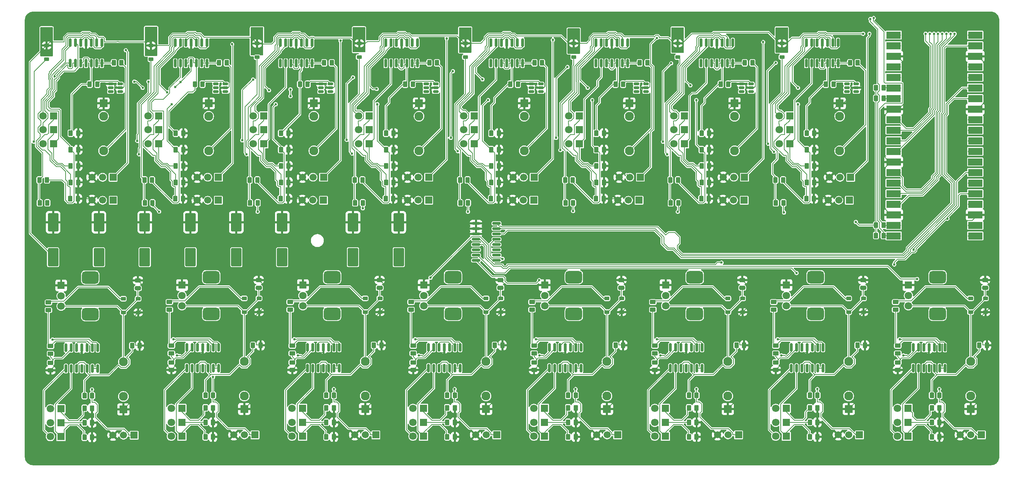
<source format=gbl>
G04 #@! TF.GenerationSoftware,KiCad,Pcbnew,9.0.3*
G04 #@! TF.CreationDate,2025-08-26T17:21:35-04:00*
G04 #@! TF.ProjectId,Oblique Palette 0.5.4 PCB Main,4f626c69-7175-4652-9050-616c65747465,0.5.5*
G04 #@! TF.SameCoordinates,Original*
G04 #@! TF.FileFunction,Copper,L2,Bot*
G04 #@! TF.FilePolarity,Positive*
%FSLAX46Y46*%
G04 Gerber Fmt 4.6, Leading zero omitted, Abs format (unit mm)*
G04 Created by KiCad (PCBNEW 9.0.3) date 2025-08-26 17:21:35*
%MOMM*%
%LPD*%
G01*
G04 APERTURE LIST*
G04 Aperture macros list*
%AMRoundRect*
0 Rectangle with rounded corners*
0 $1 Rounding radius*
0 $2 $3 $4 $5 $6 $7 $8 $9 X,Y pos of 4 corners*
0 Add a 4 corners polygon primitive as box body*
4,1,4,$2,$3,$4,$5,$6,$7,$8,$9,$2,$3,0*
0 Add four circle primitives for the rounded corners*
1,1,$1+$1,$2,$3*
1,1,$1+$1,$4,$5*
1,1,$1+$1,$6,$7*
1,1,$1+$1,$8,$9*
0 Add four rect primitives between the rounded corners*
20,1,$1+$1,$2,$3,$4,$5,0*
20,1,$1+$1,$4,$5,$6,$7,0*
20,1,$1+$1,$6,$7,$8,$9,0*
20,1,$1+$1,$8,$9,$2,$3,0*%
G04 Aperture macros list end*
G04 #@! TA.AperFunction,ComponentPad*
%ADD10C,2.130000*%
G04 #@! TD*
G04 #@! TA.AperFunction,ComponentPad*
%ADD11R,1.930000X1.830000*%
G04 #@! TD*
G04 #@! TA.AperFunction,ComponentPad*
%ADD12R,1.800000X1.800000*%
G04 #@! TD*
G04 #@! TA.AperFunction,ComponentPad*
%ADD13C,1.800000*%
G04 #@! TD*
G04 #@! TA.AperFunction,SMDPad,CuDef*
%ADD14RoundRect,0.250000X-0.262500X-0.450000X0.262500X-0.450000X0.262500X0.450000X-0.262500X0.450000X0*%
G04 #@! TD*
G04 #@! TA.AperFunction,SMDPad,CuDef*
%ADD15RoundRect,0.250000X0.450000X-0.262500X0.450000X0.262500X-0.450000X0.262500X-0.450000X-0.262500X0*%
G04 #@! TD*
G04 #@! TA.AperFunction,SMDPad,CuDef*
%ADD16RoundRect,0.250000X0.262500X0.450000X-0.262500X0.450000X-0.262500X-0.450000X0.262500X-0.450000X0*%
G04 #@! TD*
G04 #@! TA.AperFunction,SMDPad,CuDef*
%ADD17RoundRect,0.225000X-0.375000X0.225000X-0.375000X-0.225000X0.375000X-0.225000X0.375000X0.225000X0*%
G04 #@! TD*
G04 #@! TA.AperFunction,SMDPad,CuDef*
%ADD18RoundRect,0.150000X0.150000X-0.825000X0.150000X0.825000X-0.150000X0.825000X-0.150000X-0.825000X0*%
G04 #@! TD*
G04 #@! TA.AperFunction,SMDPad,CuDef*
%ADD19RoundRect,0.250000X0.475000X-0.250000X0.475000X0.250000X-0.475000X0.250000X-0.475000X-0.250000X0*%
G04 #@! TD*
G04 #@! TA.AperFunction,ComponentPad*
%ADD20C,1.700000*%
G04 #@! TD*
G04 #@! TA.AperFunction,ComponentPad*
%ADD21R,1.700000X1.700000*%
G04 #@! TD*
G04 #@! TA.AperFunction,ComponentPad*
%ADD22RoundRect,0.750000X-1.250000X-0.750000X1.250000X-0.750000X1.250000X0.750000X-1.250000X0.750000X0*%
G04 #@! TD*
G04 #@! TA.AperFunction,SMDPad,CuDef*
%ADD23RoundRect,0.150000X-0.825000X-0.150000X0.825000X-0.150000X0.825000X0.150000X-0.825000X0.150000X0*%
G04 #@! TD*
G04 #@! TA.AperFunction,SMDPad,CuDef*
%ADD24RoundRect,0.150000X0.512500X0.150000X-0.512500X0.150000X-0.512500X-0.150000X0.512500X-0.150000X0*%
G04 #@! TD*
G04 #@! TA.AperFunction,SMDPad,CuDef*
%ADD25RoundRect,0.225000X0.375000X-0.225000X0.375000X0.225000X-0.375000X0.225000X-0.375000X-0.225000X0*%
G04 #@! TD*
G04 #@! TA.AperFunction,ComponentPad*
%ADD26O,1.700000X1.700000*%
G04 #@! TD*
G04 #@! TA.AperFunction,SMDPad,CuDef*
%ADD27R,3.500000X1.700000*%
G04 #@! TD*
G04 #@! TA.AperFunction,SMDPad,CuDef*
%ADD28RoundRect,0.250000X1.000000X-1.950000X1.000000X1.950000X-1.000000X1.950000X-1.000000X-1.950000X0*%
G04 #@! TD*
G04 #@! TA.AperFunction,ViaPad*
%ADD29C,0.600000*%
G04 #@! TD*
G04 #@! TA.AperFunction,Conductor*
%ADD30C,0.200000*%
G04 #@! TD*
G04 APERTURE END LIST*
D10*
G04 #@! TO.P,J38,TN*
G04 #@! TO.N,VCC*
X243853143Y-108034450D03*
G04 #@! TO.P,J38,T*
G04 #@! TO.N,Net-(D46-A)*
X243853143Y-99734450D03*
D11*
G04 #@! TO.P,J38,S*
G04 #@! TO.N,GNDREF*
X243853143Y-111134450D03*
G04 #@! TD*
D12*
G04 #@! TO.P,D48,1,K*
G04 #@! TO.N,Net-(D48-K)*
X228853143Y-111004450D03*
D13*
G04 #@! TO.P,D48,2,A*
G04 #@! TO.N,Net-(D48-A)*
X226313143Y-111004450D03*
G04 #@! TD*
D12*
G04 #@! TO.P,D45,1,K*
G04 #@! TO.N,Net-(D45-K)*
X228853143Y-114354450D03*
D13*
G04 #@! TO.P,D45,2,A*
G04 #@! TO.N,Net-(D45-A)*
X226313143Y-114354450D03*
G04 #@! TD*
D12*
G04 #@! TO.P,D44,1,K*
G04 #@! TO.N,Net-(D44-K)*
X228853143Y-117704450D03*
D13*
G04 #@! TO.P,D44,2,A*
G04 #@! TO.N,Net-(D44-A)*
X226313143Y-117704450D03*
G04 #@! TD*
D12*
G04 #@! TO.P,D42,1,K*
G04 #@! TO.N,Net-(D42-K)*
X199577286Y-111004450D03*
D13*
G04 #@! TO.P,D42,2,A*
G04 #@! TO.N,Net-(D42-A)*
X197037286Y-111004450D03*
G04 #@! TD*
D12*
G04 #@! TO.P,D39,1,K*
G04 #@! TO.N,Net-(D39-K)*
X199577286Y-114354450D03*
D13*
G04 #@! TO.P,D39,2,A*
G04 #@! TO.N,Net-(D39-A)*
X197037286Y-114354450D03*
G04 #@! TD*
D12*
G04 #@! TO.P,D38,1,K*
G04 #@! TO.N,Net-(D38-K)*
X199577286Y-117704450D03*
D13*
G04 #@! TO.P,D38,2,A*
G04 #@! TO.N,Net-(D38-A)*
X197037286Y-117704450D03*
G04 #@! TD*
D12*
G04 #@! TO.P,D36,1,K*
G04 #@! TO.N,Net-(D36-K)*
X170551429Y-111004450D03*
D13*
G04 #@! TO.P,D36,2,A*
G04 #@! TO.N,Net-(D36-A)*
X168011429Y-111004450D03*
G04 #@! TD*
D12*
G04 #@! TO.P,D33,1,K*
G04 #@! TO.N,Net-(D33-K)*
X170551429Y-114354450D03*
D13*
G04 #@! TO.P,D33,2,A*
G04 #@! TO.N,Net-(D33-A)*
X168011429Y-114354450D03*
G04 #@! TD*
D12*
G04 #@! TO.P,D32,1,K*
G04 #@! TO.N,Net-(D32-K)*
X170551429Y-117704450D03*
D13*
G04 #@! TO.P,D32,2,A*
G04 #@! TO.N,Net-(D32-A)*
X168011429Y-117704450D03*
G04 #@! TD*
D12*
G04 #@! TO.P,D30,1,K*
G04 #@! TO.N,Net-(D30-K)*
X141525572Y-111004450D03*
D13*
G04 #@! TO.P,D30,2,A*
G04 #@! TO.N,Net-(D30-A)*
X138985572Y-111004450D03*
G04 #@! TD*
D12*
G04 #@! TO.P,D27,1,K*
G04 #@! TO.N,Net-(D27-K)*
X141525572Y-114354450D03*
D13*
G04 #@! TO.P,D27,2,A*
G04 #@! TO.N,Net-(D27-A)*
X138985572Y-114354450D03*
G04 #@! TD*
D12*
G04 #@! TO.P,D26,1,K*
G04 #@! TO.N,Net-(D26-K)*
X141525572Y-117704450D03*
D13*
G04 #@! TO.P,D26,2,A*
G04 #@! TO.N,Net-(D26-A)*
X138985572Y-117704450D03*
G04 #@! TD*
D12*
G04 #@! TO.P,D24,1,K*
G04 #@! TO.N,Net-(D24-K)*
X112499714Y-111004450D03*
D13*
G04 #@! TO.P,D24,2,A*
G04 #@! TO.N,Net-(D24-A)*
X109959714Y-111004450D03*
G04 #@! TD*
D12*
G04 #@! TO.P,D21,1,K*
G04 #@! TO.N,Net-(D21-K)*
X112499714Y-114354450D03*
D13*
G04 #@! TO.P,D21,2,A*
G04 #@! TO.N,Net-(D21-A)*
X109959714Y-114354450D03*
G04 #@! TD*
D12*
G04 #@! TO.P,D20,1,K*
G04 #@! TO.N,Net-(D20-K)*
X112499714Y-117704450D03*
D13*
G04 #@! TO.P,D20,2,A*
G04 #@! TO.N,Net-(D20-A)*
X109959714Y-117704450D03*
G04 #@! TD*
D12*
G04 #@! TO.P,D18,1,K*
G04 #@! TO.N,Net-(D18-K)*
X83473857Y-111004450D03*
D13*
G04 #@! TO.P,D18,2,A*
G04 #@! TO.N,Net-(D18-A)*
X80933857Y-111004450D03*
G04 #@! TD*
D12*
G04 #@! TO.P,D15,1,K*
G04 #@! TO.N,Net-(D15-K)*
X83473857Y-114354450D03*
D13*
G04 #@! TO.P,D15,2,A*
G04 #@! TO.N,Net-(D15-A)*
X80933857Y-114354450D03*
G04 #@! TD*
D12*
G04 #@! TO.P,D14,1,K*
G04 #@! TO.N,Net-(D14-K)*
X83473857Y-117704450D03*
D13*
G04 #@! TO.P,D14,2,A*
G04 #@! TO.N,Net-(D14-A)*
X80933857Y-117704450D03*
G04 #@! TD*
D12*
G04 #@! TO.P,D12,1,K*
G04 #@! TO.N,Net-(D12-K)*
X54448000Y-111004450D03*
D13*
G04 #@! TO.P,D12,2,A*
G04 #@! TO.N,Net-(D12-A)*
X51908000Y-111004450D03*
G04 #@! TD*
D12*
G04 #@! TO.P,D9,1,K*
G04 #@! TO.N,Net-(D9-K)*
X54448000Y-114354450D03*
D13*
G04 #@! TO.P,D9,2,A*
G04 #@! TO.N,Net-(D9-A)*
X51908000Y-114354450D03*
G04 #@! TD*
D12*
G04 #@! TO.P,D8,1,K*
G04 #@! TO.N,Net-(D8-K)*
X54448000Y-117704450D03*
D13*
G04 #@! TO.P,D8,2,A*
G04 #@! TO.N,Net-(D8-A)*
X51908000Y-117704450D03*
G04 #@! TD*
D12*
G04 #@! TO.P,D6,1,K*
G04 #@! TO.N,Net-(D6-K)*
X25422143Y-111094450D03*
D13*
G04 #@! TO.P,D6,2,A*
G04 #@! TO.N,Net-(D6-A)*
X22882143Y-111094450D03*
G04 #@! TD*
D12*
G04 #@! TO.P,D3,1,K*
G04 #@! TO.N,Net-(D3-K)*
X25422143Y-114444450D03*
D13*
G04 #@! TO.P,D3,2,A*
G04 #@! TO.N,Net-(D3-A)*
X22882143Y-114444450D03*
G04 #@! TD*
D12*
G04 #@! TO.P,D2,1,K*
G04 #@! TO.N,Net-(D2-K)*
X25422143Y-117794450D03*
D13*
G04 #@! TO.P,D2,2,A*
G04 #@! TO.N,Net-(D2-A)*
X22882143Y-117794450D03*
G04 #@! TD*
D12*
G04 #@! TO.P,D75,1,K*
G04 #@! TO.N,Net-(D75-K)*
X175157000Y-44037000D03*
D13*
G04 #@! TO.P,D75,2,A*
G04 #@! TO.N,Net-(D75-A)*
X172617000Y-44037000D03*
G04 #@! TD*
D12*
G04 #@! TO.P,D67,1,K*
G04 #@! TO.N,Net-(D67-K)*
X124657000Y-44037000D03*
D13*
G04 #@! TO.P,D67,2,A*
G04 #@! TO.N,Net-(D67-A)*
X122117000Y-44037000D03*
G04 #@! TD*
D12*
G04 #@! TO.P,D58,1,K*
G04 #@! TO.N,Net-(D58-K)*
X74157000Y-47387000D03*
D13*
G04 #@! TO.P,D58,2,A*
G04 #@! TO.N,Net-(D58-A)*
X71617000Y-47387000D03*
G04 #@! TD*
D12*
G04 #@! TO.P,D78,1,K*
G04 #@! TO.N,Net-(D78-K)*
X200407000Y-47387000D03*
D13*
G04 #@! TO.P,D78,2,A*
G04 #@! TO.N,Net-(D78-A)*
X197867000Y-47387000D03*
G04 #@! TD*
D12*
G04 #@! TO.P,D56,1,K*
G04 #@! TO.N,Net-(D56-K)*
X48907000Y-40687000D03*
D13*
G04 #@! TO.P,D56,2,A*
G04 #@! TO.N,Net-(D56-A)*
X46367000Y-40687000D03*
G04 #@! TD*
D12*
G04 #@! TO.P,D76,1,K*
G04 #@! TO.N,Net-(D76-K)*
X175157000Y-40687000D03*
D13*
G04 #@! TO.P,D76,2,A*
G04 #@! TO.N,Net-(D76-A)*
X172617000Y-40687000D03*
G04 #@! TD*
D12*
G04 #@! TO.P,D66,1,K*
G04 #@! TO.N,Net-(D66-K)*
X124657000Y-47387000D03*
D13*
G04 #@! TO.P,D66,2,A*
G04 #@! TO.N,Net-(D66-A)*
X122117000Y-47387000D03*
G04 #@! TD*
D12*
G04 #@! TO.P,D64,1,K*
G04 #@! TO.N,Net-(D64-K)*
X99407000Y-40687000D03*
D13*
G04 #@! TO.P,D64,2,A*
G04 #@! TO.N,Net-(D64-A)*
X96867000Y-40687000D03*
G04 #@! TD*
D12*
G04 #@! TO.P,D71,1,K*
G04 #@! TO.N,Net-(D71-K)*
X149907000Y-44037000D03*
D13*
G04 #@! TO.P,D71,2,A*
G04 #@! TO.N,Net-(D71-A)*
X147367000Y-44037000D03*
G04 #@! TD*
D12*
G04 #@! TO.P,D74,1,K*
G04 #@! TO.N,Net-(D74-K)*
X175157000Y-47387000D03*
D13*
G04 #@! TO.P,D74,2,A*
G04 #@! TO.N,Net-(D74-A)*
X172617000Y-47387000D03*
G04 #@! TD*
D12*
G04 #@! TO.P,D68,1,K*
G04 #@! TO.N,Net-(D68-K)*
X124657000Y-40687000D03*
D13*
G04 #@! TO.P,D68,2,A*
G04 #@! TO.N,Net-(D68-A)*
X122117000Y-40687000D03*
G04 #@! TD*
D12*
G04 #@! TO.P,D80,1,K*
G04 #@! TO.N,Net-(D80-K)*
X200407000Y-40687000D03*
D13*
G04 #@! TO.P,D80,2,A*
G04 #@! TO.N,Net-(D80-A)*
X197867000Y-40687000D03*
G04 #@! TD*
D12*
G04 #@! TO.P,D62,1,K*
G04 #@! TO.N,Net-(D62-K)*
X99407000Y-47387000D03*
D13*
G04 #@! TO.P,D62,2,A*
G04 #@! TO.N,Net-(D62-A)*
X96867000Y-47387000D03*
G04 #@! TD*
D12*
G04 #@! TO.P,D50,1,K*
G04 #@! TO.N,Net-(D50-K)*
X23657000Y-47387000D03*
D13*
G04 #@! TO.P,D50,2,A*
G04 #@! TO.N,Net-(D50-A)*
X21117000Y-47387000D03*
G04 #@! TD*
D12*
G04 #@! TO.P,D59,1,K*
G04 #@! TO.N,Net-(D59-K)*
X74157000Y-44037000D03*
D13*
G04 #@! TO.P,D59,2,A*
G04 #@! TO.N,Net-(D59-A)*
X71617000Y-44037000D03*
G04 #@! TD*
D12*
G04 #@! TO.P,D60,1,K*
G04 #@! TO.N,Net-(D60-K)*
X74157000Y-40687000D03*
D13*
G04 #@! TO.P,D60,2,A*
G04 #@! TO.N,Net-(D60-A)*
X71617000Y-40687000D03*
G04 #@! TD*
D12*
G04 #@! TO.P,D63,1,K*
G04 #@! TO.N,Net-(D63-K)*
X99407000Y-44037000D03*
D13*
G04 #@! TO.P,D63,2,A*
G04 #@! TO.N,Net-(D63-A)*
X96867000Y-44037000D03*
G04 #@! TD*
D12*
G04 #@! TO.P,D72,1,K*
G04 #@! TO.N,Net-(D72-K)*
X149907000Y-40687000D03*
D13*
G04 #@! TO.P,D72,2,A*
G04 #@! TO.N,Net-(D72-A)*
X147367000Y-40687000D03*
G04 #@! TD*
D12*
G04 #@! TO.P,D55,1,K*
G04 #@! TO.N,Net-(D55-K)*
X48907000Y-44037000D03*
D13*
G04 #@! TO.P,D55,2,A*
G04 #@! TO.N,Net-(D55-A)*
X46367000Y-44037000D03*
G04 #@! TD*
D12*
G04 #@! TO.P,D70,1,K*
G04 #@! TO.N,Net-(D70-K)*
X149907000Y-47387000D03*
D13*
G04 #@! TO.P,D70,2,A*
G04 #@! TO.N,Net-(D70-A)*
X147367000Y-47387000D03*
G04 #@! TD*
D12*
G04 #@! TO.P,D52,1,K*
G04 #@! TO.N,Net-(D52-K)*
X23657000Y-40687000D03*
D13*
G04 #@! TO.P,D52,2,A*
G04 #@! TO.N,Net-(D52-A)*
X21117000Y-40687000D03*
G04 #@! TD*
D12*
G04 #@! TO.P,D51,1,K*
G04 #@! TO.N,Net-(D51-K)*
X23657000Y-44037000D03*
D13*
G04 #@! TO.P,D51,2,A*
G04 #@! TO.N,Net-(D51-A)*
X21117000Y-44037000D03*
G04 #@! TD*
D12*
G04 #@! TO.P,D79,1,K*
G04 #@! TO.N,Net-(D79-K)*
X200407000Y-44037000D03*
D13*
G04 #@! TO.P,D79,2,A*
G04 #@! TO.N,Net-(D79-A)*
X197867000Y-44037000D03*
G04 #@! TD*
D12*
G04 #@! TO.P,D54,1,K*
G04 #@! TO.N,Net-(D54-K)*
X48907000Y-47387000D03*
D13*
G04 #@! TO.P,D54,2,A*
G04 #@! TO.N,Net-(D54-A)*
X46367000Y-47387000D03*
G04 #@! TD*
D14*
G04 #@! TO.P,R160,1*
G04 #@! TO.N,Net-(U3A-+)*
X42509643Y-95944450D03*
G04 #@! TO.P,R160,2*
G04 #@! TO.N,GNDREF*
X44334643Y-95944450D03*
G04 #@! TD*
D15*
G04 #@! TO.P,R8,1*
G04 #@! TO.N,Net-(U3D--)*
X22422143Y-87356950D03*
G04 #@! TO.P,R8,2*
G04 #@! TO.N,VCC*
X22422143Y-85531950D03*
G04 #@! TD*
D14*
G04 #@! TO.P,R7,1*
G04 #@! TO.N,Net-(D6-K)*
X31097143Y-110944450D03*
G04 #@! TO.P,R7,2*
G04 #@! TO.N,GNDREF*
X32922143Y-110944450D03*
G04 #@! TD*
G04 #@! TO.P,R5,1*
G04 #@! TO.N,Net-(D3-K)*
X31097143Y-114444450D03*
G04 #@! TO.P,R5,2*
G04 #@! TO.N,GNDREF*
X32922143Y-114444450D03*
G04 #@! TD*
D15*
G04 #@! TO.P,R4,1*
G04 #@! TO.N,GNDREF*
X22922143Y-101856950D03*
G04 #@! TO.P,R4,2*
G04 #@! TO.N,Net-(U3C--)*
X22922143Y-100031950D03*
G04 #@! TD*
D16*
G04 #@! TO.P,R68,1*
G04 #@! TO.N,Net-(J16-Pin_1)*
X32922143Y-107944450D03*
G04 #@! TO.P,R68,2*
G04 #@! TO.N,Net-(U3A-+)*
X31097143Y-107944450D03*
G04 #@! TD*
D15*
G04 #@! TO.P,R6,1*
G04 #@! TO.N,Net-(U3C--)*
X22922143Y-97856950D03*
G04 #@! TO.P,R6,2*
G04 #@! TO.N,Net-(U3D--)*
X22922143Y-96031950D03*
G04 #@! TD*
D14*
G04 #@! TO.P,R3,1*
G04 #@! TO.N,Net-(D2-K)*
X31097143Y-117944450D03*
G04 #@! TO.P,R3,2*
G04 #@! TO.N,GNDREF*
X32922143Y-117944450D03*
G04 #@! TD*
D16*
G04 #@! TO.P,R116,1*
G04 #@! TO.N,GNDREF*
X54819500Y-44882700D03*
G04 #@! TO.P,R116,2*
G04 #@! TO.N,Net-(U14A-+)*
X52994500Y-44882700D03*
G04 #@! TD*
D15*
G04 #@! TO.P,R22,1*
G04 #@! TO.N,Net-(U5C--)*
X80973857Y-97766950D03*
G04 #@! TO.P,R22,2*
G04 #@! TO.N,Net-(U5D--)*
X80973857Y-95941950D03*
G04 #@! TD*
D14*
G04 #@! TO.P,R161,1*
G04 #@! TO.N,Net-(U4A-+)*
X71535500Y-95854450D03*
G04 #@! TO.P,R161,2*
G04 #@! TO.N,GNDREF*
X73360500Y-95854450D03*
G04 #@! TD*
G04 #@! TO.P,R31,1*
G04 #@! TO.N,Net-(D24-K)*
X118174714Y-110854450D03*
G04 #@! TO.P,R31,2*
G04 #@! TO.N,GNDREF*
X119999714Y-110854450D03*
G04 #@! TD*
G04 #@! TO.P,R152,1*
G04 #@! TO.N,Net-(D80-K)*
X204407000Y-60597000D03*
G04 #@! TO.P,R152,2*
G04 #@! TO.N,GNDREF*
X206232000Y-60597000D03*
G04 #@! TD*
D16*
G04 #@! TO.P,R101,1*
G04 #@! TO.N,Net-(J34-Pin_1)*
X207077286Y-107854450D03*
G04 #@! TO.P,R101,2*
G04 #@! TO.N,Net-(U9A-+)*
X205252286Y-107854450D03*
G04 #@! TD*
D14*
G04 #@! TO.P,R136,1*
G04 #@! TO.N,Net-(U24D--)*
X171744500Y-56097000D03*
G04 #@! TO.P,R136,2*
G04 #@! TO.N,Net-(U24C--)*
X173569500Y-56097000D03*
G04 #@! TD*
G04 #@! TO.P,R97,1*
G04 #@! TO.N,Net-(D60-K)*
X78157000Y-60597000D03*
G04 #@! TO.P,R97,2*
G04 #@! TO.N,GNDREF*
X79982000Y-60597000D03*
G04 #@! TD*
D16*
G04 #@! TO.P,R94,1*
G04 #@! TO.N,Net-(J31-Pin_1)*
X178051429Y-107854450D03*
G04 #@! TO.P,R94,2*
G04 #@! TO.N,Net-(U8A-+)*
X176226429Y-107854450D03*
G04 #@! TD*
D14*
G04 #@! TO.P,R114,1*
G04 #@! TO.N,Net-(U20D--)*
X121244500Y-56097000D03*
G04 #@! TO.P,R114,2*
G04 #@! TO.N,Net-(U20C--)*
X123069500Y-56097000D03*
G04 #@! TD*
G04 #@! TO.P,R117,1*
G04 #@! TO.N,Net-(D66-K)*
X128744500Y-52739900D03*
G04 #@! TO.P,R117,2*
G04 #@! TO.N,GNDREF*
X130569500Y-52739900D03*
G04 #@! TD*
D16*
G04 #@! TO.P,R123,1*
G04 #@! TO.N,GNDREF*
X80069500Y-44882700D03*
G04 #@! TO.P,R123,2*
G04 #@! TO.N,Net-(U16A-+)*
X78244500Y-44882700D03*
G04 #@! TD*
D14*
G04 #@! TO.P,R74,1*
G04 #@! TO.N,Net-(D51-K)*
X27744500Y-56668400D03*
G04 #@! TO.P,R74,2*
G04 #@! TO.N,GNDREF*
X29569500Y-56668400D03*
G04 #@! TD*
D16*
G04 #@! TO.P,R79,1*
G04 #@! TO.N,Net-(J22-Pin_1)*
X90973857Y-107854450D03*
G04 #@! TO.P,R79,2*
G04 #@! TO.N,Net-(U5A-+)*
X89148857Y-107854450D03*
G04 #@! TD*
D14*
G04 #@! TO.P,R53,1*
G04 #@! TO.N,Net-(D39-K)*
X205252286Y-114354450D03*
G04 #@! TO.P,R53,2*
G04 #@! TO.N,GNDREF*
X207077286Y-114354450D03*
G04 #@! TD*
D16*
G04 #@! TO.P,R1,1*
G04 #@! TO.N,SCL_1*
X222959500Y-33957000D03*
G04 #@! TO.P,R1,2*
G04 #@! TO.N,+3.3V*
X221134500Y-33957000D03*
G04 #@! TD*
D14*
G04 #@! TO.P,R61,1*
G04 #@! TO.N,Net-(D45-K)*
X234528143Y-114354450D03*
G04 #@! TO.P,R61,2*
G04 #@! TO.N,GNDREF*
X236353143Y-114354450D03*
G04 #@! TD*
D15*
G04 #@! TO.P,R52,1*
G04 #@! TO.N,GNDREF*
X197077286Y-101766950D03*
G04 #@! TO.P,R52,2*
G04 #@! TO.N,Net-(U9C--)*
X197077286Y-99941950D03*
G04 #@! TD*
G04 #@! TO.P,R12,1*
G04 #@! TO.N,GNDREF*
X51948000Y-101766950D03*
G04 #@! TO.P,R12,2*
G04 #@! TO.N,Net-(U4C--)*
X51948000Y-99941950D03*
G04 #@! TD*
D14*
G04 #@! TO.P,R27,1*
G04 #@! TO.N,Net-(D20-K)*
X118174714Y-117854450D03*
G04 #@! TO.P,R27,2*
G04 #@! TO.N,GNDREF*
X119999714Y-117854450D03*
G04 #@! TD*
G04 #@! TO.P,R81,1*
G04 #@! TO.N,Net-(U14D--)*
X45494500Y-56097000D03*
G04 #@! TO.P,R81,2*
G04 #@! TO.N,Net-(U14C--)*
X47319500Y-56097000D03*
G04 #@! TD*
D15*
G04 #@! TO.P,R16,1*
G04 #@! TO.N,Net-(U4D--)*
X51448000Y-87266950D03*
G04 #@! TO.P,R16,2*
G04 #@! TO.N,VCC*
X51448000Y-85441950D03*
G04 #@! TD*
D16*
G04 #@! TO.P,R138,1*
G04 #@! TO.N,GNDREF*
X155819500Y-44882700D03*
G04 #@! TO.P,R138,2*
G04 #@! TO.N,Net-(U22A-+)*
X153994500Y-44882700D03*
G04 #@! TD*
D15*
G04 #@! TO.P,R30,1*
G04 #@! TO.N,Net-(U6C--)*
X109999714Y-97766950D03*
G04 #@! TO.P,R30,2*
G04 #@! TO.N,Net-(U6D--)*
X109999714Y-95941950D03*
G04 #@! TD*
D14*
G04 #@! TO.P,R141,1*
G04 #@! TO.N,Net-(D76-K)*
X179157000Y-60597000D03*
G04 #@! TO.P,R141,2*
G04 #@! TO.N,GNDREF*
X180982000Y-60597000D03*
G04 #@! TD*
G04 #@! TO.P,R73,1*
G04 #@! TO.N,Net-(D50-K)*
X27744500Y-52739900D03*
G04 #@! TO.P,R73,2*
G04 #@! TO.N,GNDREF*
X29569500Y-52739900D03*
G04 #@! TD*
G04 #@! TO.P,R129,1*
G04 #@! TO.N,Net-(D71-K)*
X153994500Y-56668400D03*
G04 #@! TO.P,R129,2*
G04 #@! TO.N,GNDREF*
X155819500Y-56668400D03*
G04 #@! TD*
D15*
G04 #@! TO.P,R46,1*
G04 #@! TO.N,Net-(U8C--)*
X168051429Y-97766950D03*
G04 #@! TO.P,R46,2*
G04 #@! TO.N,Net-(U8D--)*
X168051429Y-95941950D03*
G04 #@! TD*
D14*
G04 #@! TO.P,R125,1*
G04 #@! TO.N,Net-(U22D--)*
X146494500Y-56097000D03*
G04 #@! TO.P,R125,2*
G04 #@! TO.N,Net-(U22C--)*
X148319500Y-56097000D03*
G04 #@! TD*
G04 #@! TO.P,R147,1*
G04 #@! TO.N,Net-(U26D--)*
X196994500Y-56097000D03*
G04 #@! TO.P,R147,2*
G04 #@! TO.N,Net-(U26C--)*
X198819500Y-56097000D03*
G04 #@! TD*
G04 #@! TO.P,R139,1*
G04 #@! TO.N,Net-(D74-K)*
X179244500Y-52739900D03*
G04 #@! TO.P,R139,2*
G04 #@! TO.N,GNDREF*
X181069500Y-52739900D03*
G04 #@! TD*
G04 #@! TO.P,R11,1*
G04 #@! TO.N,Net-(D8-K)*
X60123000Y-117854450D03*
G04 #@! TO.P,R11,2*
G04 #@! TO.N,GNDREF*
X61948000Y-117854450D03*
G04 #@! TD*
G04 #@! TO.P,R84,1*
G04 #@! TO.N,Net-(D54-K)*
X52994500Y-52739900D03*
G04 #@! TO.P,R84,2*
G04 #@! TO.N,GNDREF*
X54819500Y-52739900D03*
G04 #@! TD*
G04 #@! TO.P,R21,1*
G04 #@! TO.N,Net-(D15-K)*
X89148857Y-114354450D03*
G04 #@! TO.P,R21,2*
G04 #@! TO.N,GNDREF*
X90973857Y-114354450D03*
G04 #@! TD*
G04 #@! TO.P,R63,1*
G04 #@! TO.N,Net-(D48-K)*
X234528143Y-110854450D03*
G04 #@! TO.P,R63,2*
G04 #@! TO.N,GNDREF*
X236353143Y-110854450D03*
G04 #@! TD*
G04 #@! TO.P,R2,1*
G04 #@! TO.N,+3.3V*
X221134500Y-36457000D03*
G04 #@! TO.P,R2,2*
G04 #@! TO.N,SDA_1*
X222959500Y-36457000D03*
G04 #@! TD*
G04 #@! TO.P,R19,1*
G04 #@! TO.N,Net-(D14-K)*
X89148857Y-117854450D03*
G04 #@! TO.P,R19,2*
G04 #@! TO.N,GNDREF*
X90973857Y-117854450D03*
G04 #@! TD*
G04 #@! TO.P,R168,1*
G04 #@! TO.N,Net-(U26A-+)*
X209082000Y-33097000D03*
G04 #@! TO.P,R168,2*
G04 #@! TO.N,Net-(U25-VOUT)*
X210907000Y-33097000D03*
G04 #@! TD*
G04 #@! TO.P,R164,1*
G04 #@! TO.N,Net-(U7A-+)*
X158613072Y-95854450D03*
G04 #@! TO.P,R164,2*
G04 #@! TO.N,GNDREF*
X160438072Y-95854450D03*
G04 #@! TD*
G04 #@! TO.P,R45,1*
G04 #@! TO.N,Net-(D33-K)*
X176226429Y-114354450D03*
G04 #@! TO.P,R45,2*
G04 #@! TO.N,GNDREF*
X178051429Y-114354450D03*
G04 #@! TD*
D15*
G04 #@! TO.P,R40,1*
G04 #@! TO.N,Net-(U7D--)*
X138525572Y-87266950D03*
G04 #@! TO.P,R40,2*
G04 #@! TO.N,VCC*
X138525572Y-85441950D03*
G04 #@! TD*
G04 #@! TO.P,R62,1*
G04 #@! TO.N,Net-(U10C--)*
X226353143Y-97766950D03*
G04 #@! TO.P,R62,2*
G04 #@! TO.N,Net-(U10D--)*
X226353143Y-95941950D03*
G04 #@! TD*
D14*
G04 #@! TO.P,R154,1*
G04 #@! TO.N,Net-(U14A-+)*
X57582000Y-33097000D03*
G04 #@! TO.P,R154,2*
G04 #@! TO.N,Net-(U13-VOUT)*
X59407000Y-33097000D03*
G04 #@! TD*
G04 #@! TO.P,R153,1*
G04 #@! TO.N,Net-(U12A-+)*
X32332000Y-33097000D03*
G04 #@! TO.P,R153,2*
G04 #@! TO.N,Net-(U11-VOUT)*
X34157000Y-33097000D03*
G04 #@! TD*
G04 #@! TO.P,R107,1*
G04 #@! TO.N,Net-(D63-K)*
X103494500Y-56668400D03*
G04 #@! TO.P,R107,2*
G04 #@! TO.N,GNDREF*
X105319500Y-56668400D03*
G04 #@! TD*
G04 #@! TO.P,R140,1*
G04 #@! TO.N,Net-(D75-K)*
X179244500Y-56668400D03*
G04 #@! TO.P,R140,2*
G04 #@! TO.N,GNDREF*
X181069500Y-56668400D03*
G04 #@! TD*
G04 #@! TO.P,R135,1*
G04 #@! TO.N,Net-(U24C--)*
X179244500Y-48811300D03*
G04 #@! TO.P,R135,2*
G04 #@! TO.N,GNDREF*
X181069500Y-48811300D03*
G04 #@! TD*
D16*
G04 #@! TO.P,R93,1*
G04 #@! TO.N,+3.3V*
X72657000Y-61597000D03*
G04 #@! TO.P,R93,2*
G04 #@! TO.N,Net-(U16D--)*
X70832000Y-61597000D03*
G04 #@! TD*
G04 #@! TO.P,R25,1*
G04 #@! TO.N,Net-(J48-Pin_1)*
X90459500Y-27957000D03*
G04 #@! TO.P,R25,2*
G04 #@! TO.N,Net-(U16A--)*
X88634500Y-27957000D03*
G04 #@! TD*
D15*
G04 #@! TO.P,R38,1*
G04 #@! TO.N,Net-(U7C--)*
X139025572Y-97766950D03*
G04 #@! TO.P,R38,2*
G04 #@! TO.N,Net-(U7D--)*
X139025572Y-95941950D03*
G04 #@! TD*
D14*
G04 #@! TO.P,R118,1*
G04 #@! TO.N,Net-(D67-K)*
X128744500Y-56668400D03*
G04 #@! TO.P,R118,2*
G04 #@! TO.N,GNDREF*
X130569500Y-56668400D03*
G04 #@! TD*
D16*
G04 #@! TO.P,R34,1*
G04 #@! TO.N,Net-(J60-Pin_1)*
X166209500Y-27957000D03*
G04 #@! TO.P,R34,2*
G04 #@! TO.N,Net-(U22A--)*
X164384500Y-27957000D03*
G04 #@! TD*
D14*
G04 #@! TO.P,R70,1*
G04 #@! TO.N,Net-(U12D--)*
X20244500Y-56097000D03*
G04 #@! TO.P,R70,2*
G04 #@! TO.N,Net-(U12C--)*
X22069500Y-56097000D03*
G04 #@! TD*
D16*
G04 #@! TO.P,R149,1*
G04 #@! TO.N,GNDREF*
X206319500Y-44882700D03*
G04 #@! TO.P,R149,2*
G04 #@! TO.N,Net-(U26A-+)*
X204494500Y-44882700D03*
G04 #@! TD*
D15*
G04 #@! TO.P,R56,1*
G04 #@! TO.N,Net-(U9D--)*
X196577286Y-87266950D03*
G04 #@! TO.P,R56,2*
G04 #@! TO.N,VCC*
X196577286Y-85441950D03*
G04 #@! TD*
D16*
G04 #@! TO.P,R145,1*
G04 #@! TO.N,GNDREF*
X181069500Y-44882700D03*
G04 #@! TO.P,R145,2*
G04 #@! TO.N,Net-(U24A-+)*
X179244500Y-44882700D03*
G04 #@! TD*
D14*
G04 #@! TO.P,R39,1*
G04 #@! TO.N,Net-(D30-K)*
X147200572Y-110854450D03*
G04 #@! TO.P,R39,2*
G04 #@! TO.N,GNDREF*
X149025572Y-110854450D03*
G04 #@! TD*
G04 #@! TO.P,R157,1*
G04 #@! TO.N,Net-(U20A-+)*
X133332000Y-33097000D03*
G04 #@! TO.P,R157,2*
G04 #@! TO.N,Net-(U19-VOUT)*
X135157000Y-33097000D03*
G04 #@! TD*
G04 #@! TO.P,R43,1*
G04 #@! TO.N,Net-(D32-K)*
X176226429Y-117854450D03*
G04 #@! TO.P,R43,2*
G04 #@! TO.N,GNDREF*
X178051429Y-117854450D03*
G04 #@! TD*
D16*
G04 #@! TO.P,R148,1*
G04 #@! TO.N,+3.3V*
X198907000Y-61597000D03*
G04 #@! TO.P,R148,2*
G04 #@! TO.N,Net-(U26D--)*
X197082000Y-61597000D03*
G04 #@! TD*
D14*
G04 #@! TO.P,R128,1*
G04 #@! TO.N,Net-(D70-K)*
X153994500Y-52739900D03*
G04 #@! TO.P,R128,2*
G04 #@! TO.N,GNDREF*
X155819500Y-52739900D03*
G04 #@! TD*
D16*
G04 #@! TO.P,R41,1*
G04 #@! TO.N,Net-(J64-Pin_1)*
X191459500Y-27957000D03*
G04 #@! TO.P,R41,2*
G04 #@! TO.N,Net-(U24A--)*
X189634500Y-27957000D03*
G04 #@! TD*
D14*
G04 #@! TO.P,R158,1*
G04 #@! TO.N,Net-(U22A-+)*
X158582000Y-33097000D03*
G04 #@! TO.P,R158,2*
G04 #@! TO.N,Net-(U21-VOUT)*
X160407000Y-33097000D03*
G04 #@! TD*
G04 #@! TO.P,R95,1*
G04 #@! TO.N,Net-(D58-K)*
X78244500Y-52739900D03*
G04 #@! TO.P,R95,2*
G04 #@! TO.N,GNDREF*
X80069500Y-52739900D03*
G04 #@! TD*
G04 #@! TO.P,R163,1*
G04 #@! TO.N,Net-(U6A-+)*
X129587214Y-95854450D03*
G04 #@! TO.P,R163,2*
G04 #@! TO.N,GNDREF*
X131412214Y-95854450D03*
G04 #@! TD*
D16*
G04 #@! TO.P,R90,1*
G04 #@! TO.N,Net-(J28-Pin_1)*
X149025572Y-107854450D03*
G04 #@! TO.P,R90,2*
G04 #@! TO.N,Net-(U7A-+)*
X147200572Y-107854450D03*
G04 #@! TD*
D14*
G04 #@! TO.P,R59,1*
G04 #@! TO.N,Net-(D44-K)*
X234528143Y-117854450D03*
G04 #@! TO.P,R59,2*
G04 #@! TO.N,GNDREF*
X236353143Y-117854450D03*
G04 #@! TD*
D15*
G04 #@! TO.P,R20,1*
G04 #@! TO.N,GNDREF*
X80973857Y-101766950D03*
G04 #@! TO.P,R20,2*
G04 #@! TO.N,Net-(U5C--)*
X80973857Y-99941950D03*
G04 #@! TD*
D14*
G04 #@! TO.P,R155,1*
G04 #@! TO.N,Net-(U16A-+)*
X82832000Y-33097000D03*
G04 #@! TO.P,R155,2*
G04 #@! TO.N,Net-(U15-VOUT)*
X84657000Y-33097000D03*
G04 #@! TD*
G04 #@! TO.P,R124,1*
G04 #@! TO.N,Net-(U22C--)*
X153994500Y-48811300D03*
G04 #@! TO.P,R124,2*
G04 #@! TO.N,GNDREF*
X155819500Y-48811300D03*
G04 #@! TD*
D16*
G04 #@! TO.P,R18,1*
G04 #@! TO.N,Net-(J44-Pin_1)*
X65209500Y-27957000D03*
G04 #@! TO.P,R18,2*
G04 #@! TO.N,Net-(U14A--)*
X63384500Y-27957000D03*
G04 #@! TD*
D14*
G04 #@! TO.P,R80,1*
G04 #@! TO.N,Net-(U14C--)*
X52994500Y-48811300D03*
G04 #@! TO.P,R80,2*
G04 #@! TO.N,GNDREF*
X54819500Y-48811300D03*
G04 #@! TD*
G04 #@! TO.P,R96,1*
G04 #@! TO.N,Net-(D59-K)*
X78244500Y-56668400D03*
G04 #@! TO.P,R96,2*
G04 #@! TO.N,GNDREF*
X80069500Y-56668400D03*
G04 #@! TD*
D16*
G04 #@! TO.P,R26,1*
G04 #@! TO.N,Net-(J52-Pin_1)*
X115709500Y-27957000D03*
G04 #@! TO.P,R26,2*
G04 #@! TO.N,Net-(U18A--)*
X113884500Y-27957000D03*
G04 #@! TD*
D14*
G04 #@! TO.P,R55,1*
G04 #@! TO.N,Net-(D42-K)*
X205252286Y-110854450D03*
G04 #@! TO.P,R55,2*
G04 #@! TO.N,GNDREF*
X207077286Y-110854450D03*
G04 #@! TD*
G04 #@! TO.P,R75,1*
G04 #@! TO.N,Net-(D52-K)*
X27657000Y-60597000D03*
G04 #@! TO.P,R75,2*
G04 #@! TO.N,GNDREF*
X29482000Y-60597000D03*
G04 #@! TD*
G04 #@! TO.P,R35,1*
G04 #@! TO.N,Net-(D26-K)*
X147200572Y-117854450D03*
G04 #@! TO.P,R35,2*
G04 #@! TO.N,GNDREF*
X149025572Y-117854450D03*
G04 #@! TD*
G04 #@! TO.P,R165,1*
G04 #@! TO.N,Net-(U8A-+)*
X187638929Y-95854450D03*
G04 #@! TO.P,R165,2*
G04 #@! TO.N,GNDREF*
X189463929Y-95854450D03*
G04 #@! TD*
D15*
G04 #@! TO.P,R64,1*
G04 #@! TO.N,Net-(U10D--)*
X225853143Y-87266950D03*
G04 #@! TO.P,R64,2*
G04 #@! TO.N,VCC*
X225853143Y-85441950D03*
G04 #@! TD*
D16*
G04 #@! TO.P,R83,1*
G04 #@! TO.N,Net-(J25-Pin_1)*
X119999714Y-107854450D03*
G04 #@! TO.P,R83,2*
G04 #@! TO.N,Net-(U6A-+)*
X118174714Y-107854450D03*
G04 #@! TD*
G04 #@! TO.P,R42,1*
G04 #@! TO.N,Net-(J68-Pin_1)*
X216709500Y-27957000D03*
G04 #@! TO.P,R42,2*
G04 #@! TO.N,Net-(U26A--)*
X214884500Y-27957000D03*
G04 #@! TD*
D14*
G04 #@! TO.P,R85,1*
G04 #@! TO.N,Net-(D55-K)*
X52994500Y-56668400D03*
G04 #@! TO.P,R85,2*
G04 #@! TO.N,GNDREF*
X54819500Y-56668400D03*
G04 #@! TD*
D15*
G04 #@! TO.P,R32,1*
G04 #@! TO.N,Net-(U6D--)*
X109499714Y-87266950D03*
G04 #@! TO.P,R32,2*
G04 #@! TO.N,VCC*
X109499714Y-85441950D03*
G04 #@! TD*
G04 #@! TO.P,R54,1*
G04 #@! TO.N,Net-(U9C--)*
X197077286Y-97766950D03*
G04 #@! TO.P,R54,2*
G04 #@! TO.N,Net-(U9D--)*
X197077286Y-95941950D03*
G04 #@! TD*
D14*
G04 #@! TO.P,R37,1*
G04 #@! TO.N,Net-(D27-K)*
X147200572Y-114354450D03*
G04 #@! TO.P,R37,2*
G04 #@! TO.N,GNDREF*
X149025572Y-114354450D03*
G04 #@! TD*
G04 #@! TO.P,R69,1*
G04 #@! TO.N,Net-(U12C--)*
X27744500Y-48811300D03*
G04 #@! TO.P,R69,2*
G04 #@! TO.N,GNDREF*
X29569500Y-48811300D03*
G04 #@! TD*
G04 #@! TO.P,R108,1*
G04 #@! TO.N,Net-(D64-K)*
X103407000Y-60597000D03*
G04 #@! TO.P,R108,2*
G04 #@! TO.N,GNDREF*
X105232000Y-60597000D03*
G04 #@! TD*
D15*
G04 #@! TO.P,R28,1*
G04 #@! TO.N,GNDREF*
X109999714Y-101766950D03*
G04 #@! TO.P,R28,2*
G04 #@! TO.N,Net-(U6C--)*
X109999714Y-99941950D03*
G04 #@! TD*
D14*
G04 #@! TO.P,R156,1*
G04 #@! TO.N,Net-(U18A-+)*
X108082000Y-33097000D03*
G04 #@! TO.P,R156,2*
G04 #@! TO.N,Net-(U17-VOUT)*
X109907000Y-33097000D03*
G04 #@! TD*
G04 #@! TO.P,R150,1*
G04 #@! TO.N,Net-(D78-K)*
X204494500Y-52739900D03*
G04 #@! TO.P,R150,2*
G04 #@! TO.N,GNDREF*
X206319500Y-52739900D03*
G04 #@! TD*
G04 #@! TO.P,R106,1*
G04 #@! TO.N,Net-(D62-K)*
X103494500Y-52739900D03*
G04 #@! TO.P,R106,2*
G04 #@! TO.N,GNDREF*
X105319500Y-52739900D03*
G04 #@! TD*
G04 #@! TO.P,R15,1*
G04 #@! TO.N,Net-(D12-K)*
X60123000Y-110854450D03*
G04 #@! TO.P,R15,2*
G04 #@! TO.N,GNDREF*
X61948000Y-110854450D03*
G04 #@! TD*
D16*
G04 #@! TO.P,R10,1*
G04 #@! TO.N,SCL_0*
X222959500Y-66957000D03*
G04 #@! TO.P,R10,2*
G04 #@! TO.N,+3.3V*
X221134500Y-66957000D03*
G04 #@! TD*
G04 #@! TO.P,R127,1*
G04 #@! TO.N,GNDREF*
X105319500Y-44882700D03*
G04 #@! TO.P,R127,2*
G04 #@! TO.N,Net-(U18A-+)*
X103494500Y-44882700D03*
G04 #@! TD*
D14*
G04 #@! TO.P,R103,1*
G04 #@! TO.N,Net-(U18D--)*
X95994500Y-56097000D03*
G04 #@! TO.P,R103,2*
G04 #@! TO.N,Net-(U18C--)*
X97819500Y-56097000D03*
G04 #@! TD*
D15*
G04 #@! TO.P,R36,1*
G04 #@! TO.N,GNDREF*
X139025572Y-101766950D03*
G04 #@! TO.P,R36,2*
G04 #@! TO.N,Net-(U7C--)*
X139025572Y-99941950D03*
G04 #@! TD*
D16*
G04 #@! TO.P,R134,1*
G04 #@! TO.N,GNDREF*
X130569500Y-44882700D03*
G04 #@! TO.P,R134,2*
G04 #@! TO.N,Net-(U20A-+)*
X128744500Y-44882700D03*
G04 #@! TD*
D14*
G04 #@! TO.P,R146,1*
G04 #@! TO.N,Net-(U26C--)*
X204494500Y-48811300D03*
G04 #@! TO.P,R146,2*
G04 #@! TO.N,GNDREF*
X206319500Y-48811300D03*
G04 #@! TD*
D16*
G04 #@! TO.P,R126,1*
G04 #@! TO.N,+3.3V*
X148407000Y-61597000D03*
G04 #@! TO.P,R126,2*
G04 #@! TO.N,Net-(U22D--)*
X146582000Y-61597000D03*
G04 #@! TD*
D14*
G04 #@! TO.P,R23,1*
G04 #@! TO.N,Net-(D18-K)*
X89148857Y-110854450D03*
G04 #@! TO.P,R23,2*
G04 #@! TO.N,GNDREF*
X90973857Y-110854450D03*
G04 #@! TD*
D15*
G04 #@! TO.P,R24,1*
G04 #@! TO.N,Net-(U5D--)*
X80473857Y-87266950D03*
G04 #@! TO.P,R24,2*
G04 #@! TO.N,VCC*
X80473857Y-85441950D03*
G04 #@! TD*
D14*
G04 #@! TO.P,R86,1*
G04 #@! TO.N,Net-(D56-K)*
X52907000Y-60597000D03*
G04 #@! TO.P,R86,2*
G04 #@! TO.N,GNDREF*
X54732000Y-60597000D03*
G04 #@! TD*
D16*
G04 #@! TO.P,R33,1*
G04 #@! TO.N,Net-(J56-Pin_1)*
X140959500Y-27957000D03*
G04 #@! TO.P,R33,2*
G04 #@! TO.N,Net-(U20A--)*
X139134500Y-27957000D03*
G04 #@! TD*
D15*
G04 #@! TO.P,R60,1*
G04 #@! TO.N,GNDREF*
X226353143Y-101766950D03*
G04 #@! TO.P,R60,2*
G04 #@! TO.N,Net-(U10C--)*
X226353143Y-99941950D03*
G04 #@! TD*
D14*
G04 #@! TO.P,R119,1*
G04 #@! TO.N,Net-(D68-K)*
X128657000Y-60597000D03*
G04 #@! TO.P,R119,2*
G04 #@! TO.N,GNDREF*
X130482000Y-60597000D03*
G04 #@! TD*
D16*
G04 #@! TO.P,R17,1*
G04 #@! TO.N,Net-(J40-Pin_1)*
X39959500Y-27957000D03*
G04 #@! TO.P,R17,2*
G04 #@! TO.N,Net-(U12A--)*
X38134500Y-27957000D03*
G04 #@! TD*
D14*
G04 #@! TO.P,R166,1*
G04 #@! TO.N,Net-(U9A-+)*
X216664786Y-95854450D03*
G04 #@! TO.P,R166,2*
G04 #@! TO.N,GNDREF*
X218489786Y-95854450D03*
G04 #@! TD*
G04 #@! TO.P,R159,1*
G04 #@! TO.N,Net-(U24A-+)*
X183832000Y-33097000D03*
G04 #@! TO.P,R159,2*
G04 #@! TO.N,Net-(U23-VOUT)*
X185657000Y-33097000D03*
G04 #@! TD*
G04 #@! TO.P,R29,1*
G04 #@! TO.N,Net-(D21-K)*
X118174714Y-114354450D03*
G04 #@! TO.P,R29,2*
G04 #@! TO.N,GNDREF*
X119999714Y-114354450D03*
G04 #@! TD*
D15*
G04 #@! TO.P,R44,1*
G04 #@! TO.N,GNDREF*
X168051429Y-101766950D03*
G04 #@! TO.P,R44,2*
G04 #@! TO.N,Net-(U8C--)*
X168051429Y-99941950D03*
G04 #@! TD*
D14*
G04 #@! TO.P,R130,1*
G04 #@! TO.N,Net-(D72-K)*
X153907000Y-60597000D03*
G04 #@! TO.P,R130,2*
G04 #@! TO.N,GNDREF*
X155732000Y-60597000D03*
G04 #@! TD*
D16*
G04 #@! TO.P,R137,1*
G04 #@! TO.N,+3.3V*
X173657000Y-61597000D03*
G04 #@! TO.P,R137,2*
G04 #@! TO.N,Net-(U24D--)*
X171832000Y-61597000D03*
G04 #@! TD*
D14*
G04 #@! TO.P,R102,1*
G04 #@! TO.N,Net-(U18C--)*
X103494500Y-48811300D03*
G04 #@! TO.P,R102,2*
G04 #@! TO.N,GNDREF*
X105319500Y-48811300D03*
G04 #@! TD*
D16*
G04 #@! TO.P,R72,1*
G04 #@! TO.N,Net-(J19-Pin_1)*
X61948000Y-107854450D03*
G04 #@! TO.P,R72,2*
G04 #@! TO.N,Net-(U4A-+)*
X60123000Y-107854450D03*
G04 #@! TD*
D14*
G04 #@! TO.P,R162,1*
G04 #@! TO.N,Net-(U5A-+)*
X100561357Y-95854450D03*
G04 #@! TO.P,R162,2*
G04 #@! TO.N,GNDREF*
X102386357Y-95854450D03*
G04 #@! TD*
D16*
G04 #@! TO.P,R105,1*
G04 #@! TO.N,Net-(J37-Pin_1)*
X236353143Y-107854450D03*
G04 #@! TO.P,R105,2*
G04 #@! TO.N,Net-(U10A-+)*
X234528143Y-107854450D03*
G04 #@! TD*
D15*
G04 #@! TO.P,R48,1*
G04 #@! TO.N,Net-(U8D--)*
X167551429Y-87266950D03*
G04 #@! TO.P,R48,2*
G04 #@! TO.N,VCC*
X167551429Y-85441950D03*
G04 #@! TD*
D14*
G04 #@! TO.P,R13,1*
G04 #@! TO.N,Net-(D9-K)*
X60123000Y-114354450D03*
G04 #@! TO.P,R13,2*
G04 #@! TO.N,GNDREF*
X61948000Y-114354450D03*
G04 #@! TD*
G04 #@! TO.P,R151,1*
G04 #@! TO.N,Net-(D79-K)*
X204494500Y-56668400D03*
G04 #@! TO.P,R151,2*
G04 #@! TO.N,GNDREF*
X206319500Y-56668400D03*
G04 #@! TD*
G04 #@! TO.P,R113,1*
G04 #@! TO.N,Net-(U20C--)*
X128744500Y-48811300D03*
G04 #@! TO.P,R113,2*
G04 #@! TO.N,GNDREF*
X130569500Y-48811300D03*
G04 #@! TD*
D16*
G04 #@! TO.P,R71,1*
G04 #@! TO.N,+3.3V*
X22157000Y-61597000D03*
G04 #@! TO.P,R71,2*
G04 #@! TO.N,Net-(U12D--)*
X20332000Y-61597000D03*
G04 #@! TD*
G04 #@! TO.P,R112,1*
G04 #@! TO.N,GNDREF*
X29569500Y-44882700D03*
G04 #@! TO.P,R112,2*
G04 #@! TO.N,Net-(U12A-+)*
X27744500Y-44882700D03*
G04 #@! TD*
D14*
G04 #@! TO.P,R167,1*
G04 #@! TO.N,Net-(U10A-+)*
X245940643Y-95854450D03*
G04 #@! TO.P,R167,2*
G04 #@! TO.N,GNDREF*
X247765643Y-95854450D03*
G04 #@! TD*
D16*
G04 #@! TO.P,R115,1*
G04 #@! TO.N,+3.3V*
X123157000Y-61597000D03*
G04 #@! TO.P,R115,2*
G04 #@! TO.N,Net-(U20D--)*
X121332000Y-61597000D03*
G04 #@! TD*
G04 #@! TO.P,R82,1*
G04 #@! TO.N,+3.3V*
X47407000Y-61597000D03*
G04 #@! TO.P,R82,2*
G04 #@! TO.N,Net-(U14D--)*
X45582000Y-61597000D03*
G04 #@! TD*
D14*
G04 #@! TO.P,R91,1*
G04 #@! TO.N,Net-(U16C--)*
X78244500Y-48811300D03*
G04 #@! TO.P,R91,2*
G04 #@! TO.N,GNDREF*
X80069500Y-48811300D03*
G04 #@! TD*
G04 #@! TO.P,R9,1*
G04 #@! TO.N,+3.3V*
X221134500Y-69457000D03*
G04 #@! TO.P,R9,2*
G04 #@! TO.N,SDA_0*
X222959500Y-69457000D03*
G04 #@! TD*
D16*
G04 #@! TO.P,R104,1*
G04 #@! TO.N,+3.3V*
X97907000Y-61597000D03*
G04 #@! TO.P,R104,2*
G04 #@! TO.N,Net-(U18D--)*
X96082000Y-61597000D03*
G04 #@! TD*
D14*
G04 #@! TO.P,R92,1*
G04 #@! TO.N,Net-(U16D--)*
X70744500Y-56097000D03*
G04 #@! TO.P,R92,2*
G04 #@! TO.N,Net-(U16C--)*
X72569500Y-56097000D03*
G04 #@! TD*
D15*
G04 #@! TO.P,R14,1*
G04 #@! TO.N,Net-(U4C--)*
X51948000Y-97766950D03*
G04 #@! TO.P,R14,2*
G04 #@! TO.N,Net-(U4D--)*
X51948000Y-95941950D03*
G04 #@! TD*
D14*
G04 #@! TO.P,R47,1*
G04 #@! TO.N,Net-(D36-K)*
X176226429Y-110854450D03*
G04 #@! TO.P,R47,2*
G04 #@! TO.N,GNDREF*
X178051429Y-110854450D03*
G04 #@! TD*
G04 #@! TO.P,R51,1*
G04 #@! TO.N,Net-(D38-K)*
X205252286Y-117854450D03*
G04 #@! TO.P,R51,2*
G04 #@! TO.N,GNDREF*
X207077286Y-117854450D03*
G04 #@! TD*
D17*
G04 #@! TO.P,D4,2,A*
G04 #@! TO.N,Net-(D4-A)*
X40422143Y-87944450D03*
G04 #@! TO.P,D4,1,K*
G04 #@! TO.N,VCC*
X40422143Y-84644450D03*
G04 #@! TD*
G04 #@! TO.P,D5,2,A*
G04 #@! TO.N,GNDREF*
X43972143Y-87944450D03*
G04 #@! TO.P,D5,1,K*
G04 #@! TO.N,Net-(D4-A)*
X43972143Y-84644450D03*
G04 #@! TD*
D18*
G04 #@! TO.P,U3,1*
G04 #@! TO.N,/Input 1/ANALOG_CHANNEL*
X34232143Y-101394450D03*
G04 #@! TO.P,U3,2,-*
X32962143Y-101394450D03*
G04 #@! TO.P,U3,3,+*
G04 #@! TO.N,Net-(U3A-+)*
X31692143Y-101394450D03*
G04 #@! TO.P,U3,4,V+*
G04 #@! TO.N,+3.3V*
X30422143Y-101394450D03*
G04 #@! TO.P,U3,5,+*
G04 #@! TO.N,Net-(U3A-+)*
X29152143Y-101394450D03*
G04 #@! TO.P,U3,6,-*
G04 #@! TO.N,Net-(D2-K)*
X27882143Y-101394450D03*
G04 #@! TO.P,U3,7*
G04 #@! TO.N,Net-(D2-A)*
X26612143Y-101394450D03*
G04 #@! TO.P,U3,8*
G04 #@! TO.N,Net-(D3-A)*
X26612143Y-96444450D03*
G04 #@! TO.P,U3,9,-*
G04 #@! TO.N,Net-(U3C--)*
X27882143Y-96444450D03*
G04 #@! TO.P,U3,10,+*
G04 #@! TO.N,Net-(J16-Pin_1)*
X29152143Y-96444450D03*
G04 #@! TO.P,U3,11,V-*
G04 #@! TO.N,GNDREF*
X30422143Y-96444450D03*
G04 #@! TO.P,U3,12,+*
G04 #@! TO.N,Net-(J16-Pin_1)*
X31692143Y-96444450D03*
G04 #@! TO.P,U3,13,-*
G04 #@! TO.N,Net-(U3D--)*
X32962143Y-96444450D03*
G04 #@! TO.P,U3,14*
G04 #@! TO.N,Net-(D6-A)*
X34232143Y-96444450D03*
G04 #@! TD*
D19*
G04 #@! TO.P,C9,2*
G04 #@! TO.N,GNDREF*
X43893143Y-80220150D03*
G04 #@! TO.P,C9,1*
G04 #@! TO.N,Net-(D4-A)*
X43893143Y-82120150D03*
G04 #@! TD*
D20*
G04 #@! TO.P,J16,3,Pin_3*
G04 #@! TO.N,GNDREF*
X37922143Y-117444450D03*
G04 #@! TO.P,J16,2,Pin_2*
G04 #@! TO.N,VCC*
X40462143Y-117444450D03*
D21*
G04 #@! TO.P,J16,1,Pin_1*
G04 #@! TO.N,Net-(J16-Pin_1)*
X43002143Y-117444450D03*
G04 #@! TD*
D10*
G04 #@! TO.P,J17,TN*
G04 #@! TO.N,VCC*
X40422143Y-108124450D03*
G04 #@! TO.P,J17,T*
G04 #@! TO.N,Net-(D4-A)*
X40422143Y-99824450D03*
D11*
G04 #@! TO.P,J17,S*
G04 #@! TO.N,GNDREF*
X40422143Y-111224450D03*
G04 #@! TD*
D22*
G04 #@! TO.P,RV1,MP,MountPin*
G04 #@! TO.N,unconnected-(RV1-MountPin-PadMP)*
X32482143Y-88344450D03*
G04 #@! TO.N,unconnected-(RV1-MountPin-PadMP)_1*
X32482143Y-79544450D03*
D13*
G04 #@! TO.P,RV1,3,3*
G04 #@! TO.N,Net-(D4-A)*
X25482143Y-86444450D03*
G04 #@! TO.P,RV1,2,2*
G04 #@! TO.N,Net-(J16-Pin_1)*
X25482143Y-83944450D03*
D12*
G04 #@! TO.P,RV1,1,1*
G04 #@! TO.N,GNDREF*
X25482143Y-81444450D03*
G04 #@! TD*
D23*
G04 #@! TO.P,U1,16,VDD*
G04 #@! TO.N,VCC*
X130022000Y-75402000D03*
G04 #@! TO.P,U1,15,X2*
G04 #@! TO.N,/Input 3/ANALOG_CHANNEL*
X130022000Y-74132000D03*
G04 #@! TO.P,U1,14,X1*
G04 #@! TO.N,/Input 2/ANALOG_CHANNEL*
X130022000Y-72862000D03*
G04 #@! TO.P,U1,13,X0*
G04 #@! TO.N,/Input 1/ANALOG_CHANNEL*
X130022000Y-71592000D03*
G04 #@! TO.P,U1,12,X3*
G04 #@! TO.N,/Input 4/ANALOG_CHANNEL*
X130022000Y-70322000D03*
G04 #@! TO.P,U1,11,A*
G04 #@! TO.N,Net-(U1-A)*
X130022000Y-69052000D03*
G04 #@! TO.P,U1,10,B*
G04 #@! TO.N,Net-(U1-B)*
X130022000Y-67782000D03*
G04 #@! TO.P,U1,9,C*
G04 #@! TO.N,Net-(U1-C)*
X130022000Y-66512000D03*
G04 #@! TO.P,U1,8,VSS*
G04 #@! TO.N,GNDREF*
X125072000Y-66512000D03*
G04 #@! TO.P,U1,7,VEE*
X125072000Y-67782000D03*
G04 #@! TO.P,U1,6,INH*
X125072000Y-69052000D03*
G04 #@! TO.P,U1,5,X5*
G04 #@! TO.N,/Input 6/ANALOG_CHANNEL*
X125072000Y-70322000D03*
G04 #@! TO.P,U1,4,X7*
G04 #@! TO.N,/Input 8/ANALOG_CHANNEL*
X125072000Y-71592000D03*
G04 #@! TO.P,U1,3,X*
G04 #@! TO.N,Net-(U1-X)*
X125072000Y-72862000D03*
G04 #@! TO.P,U1,2,X6*
G04 #@! TO.N,/Input 7/ANALOG_CHANNEL*
X125072000Y-74132000D03*
G04 #@! TO.P,U1,1,X4*
G04 #@! TO.N,/Input 5/ANALOG_CHANNEL*
X125072000Y-75402000D03*
G04 #@! TD*
D18*
G04 #@! TO.P,U4,14*
G04 #@! TO.N,Net-(D12-A)*
X63258000Y-96354450D03*
G04 #@! TO.P,U4,13,-*
G04 #@! TO.N,Net-(U4D--)*
X61988000Y-96354450D03*
G04 #@! TO.P,U4,12,+*
G04 #@! TO.N,Net-(J19-Pin_1)*
X60718000Y-96354450D03*
G04 #@! TO.P,U4,11,V-*
G04 #@! TO.N,GNDREF*
X59448000Y-96354450D03*
G04 #@! TO.P,U4,10,+*
G04 #@! TO.N,Net-(J19-Pin_1)*
X58178000Y-96354450D03*
G04 #@! TO.P,U4,9,-*
G04 #@! TO.N,Net-(U4C--)*
X56908000Y-96354450D03*
G04 #@! TO.P,U4,8*
G04 #@! TO.N,Net-(D9-A)*
X55638000Y-96354450D03*
G04 #@! TO.P,U4,7*
G04 #@! TO.N,Net-(D8-A)*
X55638000Y-101304450D03*
G04 #@! TO.P,U4,6,-*
G04 #@! TO.N,Net-(D8-K)*
X56908000Y-101304450D03*
G04 #@! TO.P,U4,5,+*
G04 #@! TO.N,Net-(U4A-+)*
X58178000Y-101304450D03*
G04 #@! TO.P,U4,4,V+*
G04 #@! TO.N,+3.3V*
X59448000Y-101304450D03*
G04 #@! TO.P,U4,3,+*
G04 #@! TO.N,Net-(U4A-+)*
X60718000Y-101304450D03*
G04 #@! TO.P,U4,2,-*
G04 #@! TO.N,/Input 2/ANALOG_CHANNEL*
X61988000Y-101304450D03*
G04 #@! TO.P,U4,1*
X63258000Y-101304450D03*
G04 #@! TD*
G04 #@! TO.P,U5,14*
G04 #@! TO.N,Net-(D18-A)*
X92283857Y-96354450D03*
G04 #@! TO.P,U5,13,-*
G04 #@! TO.N,Net-(U5D--)*
X91013857Y-96354450D03*
G04 #@! TO.P,U5,12,+*
G04 #@! TO.N,Net-(J22-Pin_1)*
X89743857Y-96354450D03*
G04 #@! TO.P,U5,11,V-*
G04 #@! TO.N,GNDREF*
X88473857Y-96354450D03*
G04 #@! TO.P,U5,10,+*
G04 #@! TO.N,Net-(J22-Pin_1)*
X87203857Y-96354450D03*
G04 #@! TO.P,U5,9,-*
G04 #@! TO.N,Net-(U5C--)*
X85933857Y-96354450D03*
G04 #@! TO.P,U5,8*
G04 #@! TO.N,Net-(D15-A)*
X84663857Y-96354450D03*
G04 #@! TO.P,U5,7*
G04 #@! TO.N,Net-(D14-A)*
X84663857Y-101304450D03*
G04 #@! TO.P,U5,6,-*
G04 #@! TO.N,Net-(D14-K)*
X85933857Y-101304450D03*
G04 #@! TO.P,U5,5,+*
G04 #@! TO.N,Net-(U5A-+)*
X87203857Y-101304450D03*
G04 #@! TO.P,U5,4,V+*
G04 #@! TO.N,+3.3V*
X88473857Y-101304450D03*
G04 #@! TO.P,U5,3,+*
G04 #@! TO.N,Net-(U5A-+)*
X89743857Y-101304450D03*
G04 #@! TO.P,U5,2,-*
G04 #@! TO.N,/Input 3/ANALOG_CHANNEL*
X91013857Y-101304450D03*
G04 #@! TO.P,U5,1*
X92283857Y-101304450D03*
G04 #@! TD*
G04 #@! TO.P,U6,14*
G04 #@! TO.N,Net-(D24-A)*
X121309714Y-96354450D03*
G04 #@! TO.P,U6,13,-*
G04 #@! TO.N,Net-(U6D--)*
X120039714Y-96354450D03*
G04 #@! TO.P,U6,12,+*
G04 #@! TO.N,Net-(J25-Pin_1)*
X118769714Y-96354450D03*
G04 #@! TO.P,U6,11,V-*
G04 #@! TO.N,GNDREF*
X117499714Y-96354450D03*
G04 #@! TO.P,U6,10,+*
G04 #@! TO.N,Net-(J25-Pin_1)*
X116229714Y-96354450D03*
G04 #@! TO.P,U6,9,-*
G04 #@! TO.N,Net-(U6C--)*
X114959714Y-96354450D03*
G04 #@! TO.P,U6,8*
G04 #@! TO.N,Net-(D21-A)*
X113689714Y-96354450D03*
G04 #@! TO.P,U6,7*
G04 #@! TO.N,Net-(D20-A)*
X113689714Y-101304450D03*
G04 #@! TO.P,U6,6,-*
G04 #@! TO.N,Net-(D20-K)*
X114959714Y-101304450D03*
G04 #@! TO.P,U6,5,+*
G04 #@! TO.N,Net-(U6A-+)*
X116229714Y-101304450D03*
G04 #@! TO.P,U6,4,V+*
G04 #@! TO.N,+3.3V*
X117499714Y-101304450D03*
G04 #@! TO.P,U6,3,+*
G04 #@! TO.N,Net-(U6A-+)*
X118769714Y-101304450D03*
G04 #@! TO.P,U6,2,-*
G04 #@! TO.N,/Input 4/ANALOG_CHANNEL*
X120039714Y-101304450D03*
G04 #@! TO.P,U6,1*
X121309714Y-101304450D03*
G04 #@! TD*
G04 #@! TO.P,U7,14*
G04 #@! TO.N,Net-(D30-A)*
X150335572Y-96354450D03*
G04 #@! TO.P,U7,13,-*
G04 #@! TO.N,Net-(U7D--)*
X149065572Y-96354450D03*
G04 #@! TO.P,U7,12,+*
G04 #@! TO.N,Net-(J28-Pin_1)*
X147795572Y-96354450D03*
G04 #@! TO.P,U7,11,V-*
G04 #@! TO.N,GNDREF*
X146525572Y-96354450D03*
G04 #@! TO.P,U7,10,+*
G04 #@! TO.N,Net-(J28-Pin_1)*
X145255572Y-96354450D03*
G04 #@! TO.P,U7,9,-*
G04 #@! TO.N,Net-(U7C--)*
X143985572Y-96354450D03*
G04 #@! TO.P,U7,8*
G04 #@! TO.N,Net-(D27-A)*
X142715572Y-96354450D03*
G04 #@! TO.P,U7,7*
G04 #@! TO.N,Net-(D26-A)*
X142715572Y-101304450D03*
G04 #@! TO.P,U7,6,-*
G04 #@! TO.N,Net-(D26-K)*
X143985572Y-101304450D03*
G04 #@! TO.P,U7,5,+*
G04 #@! TO.N,Net-(U7A-+)*
X145255572Y-101304450D03*
G04 #@! TO.P,U7,4,V+*
G04 #@! TO.N,+3.3V*
X146525572Y-101304450D03*
G04 #@! TO.P,U7,3,+*
G04 #@! TO.N,Net-(U7A-+)*
X147795572Y-101304450D03*
G04 #@! TO.P,U7,2,-*
G04 #@! TO.N,/Input 5/ANALOG_CHANNEL*
X149065572Y-101304450D03*
G04 #@! TO.P,U7,1*
X150335572Y-101304450D03*
G04 #@! TD*
G04 #@! TO.P,U8,14*
G04 #@! TO.N,Net-(D36-A)*
X179361429Y-96354450D03*
G04 #@! TO.P,U8,13,-*
G04 #@! TO.N,Net-(U8D--)*
X178091429Y-96354450D03*
G04 #@! TO.P,U8,12,+*
G04 #@! TO.N,Net-(J31-Pin_1)*
X176821429Y-96354450D03*
G04 #@! TO.P,U8,11,V-*
G04 #@! TO.N,GNDREF*
X175551429Y-96354450D03*
G04 #@! TO.P,U8,10,+*
G04 #@! TO.N,Net-(J31-Pin_1)*
X174281429Y-96354450D03*
G04 #@! TO.P,U8,9,-*
G04 #@! TO.N,Net-(U8C--)*
X173011429Y-96354450D03*
G04 #@! TO.P,U8,8*
G04 #@! TO.N,Net-(D33-A)*
X171741429Y-96354450D03*
G04 #@! TO.P,U8,7*
G04 #@! TO.N,Net-(D32-A)*
X171741429Y-101304450D03*
G04 #@! TO.P,U8,6,-*
G04 #@! TO.N,Net-(D32-K)*
X173011429Y-101304450D03*
G04 #@! TO.P,U8,5,+*
G04 #@! TO.N,Net-(U8A-+)*
X174281429Y-101304450D03*
G04 #@! TO.P,U8,4,V+*
G04 #@! TO.N,+3.3V*
X175551429Y-101304450D03*
G04 #@! TO.P,U8,3,+*
G04 #@! TO.N,Net-(U8A-+)*
X176821429Y-101304450D03*
G04 #@! TO.P,U8,2,-*
G04 #@! TO.N,/Input 6/ANALOG_CHANNEL*
X178091429Y-101304450D03*
G04 #@! TO.P,U8,1*
X179361429Y-101304450D03*
G04 #@! TD*
G04 #@! TO.P,U9,14*
G04 #@! TO.N,Net-(D42-A)*
X208387286Y-96354450D03*
G04 #@! TO.P,U9,13,-*
G04 #@! TO.N,Net-(U9D--)*
X207117286Y-96354450D03*
G04 #@! TO.P,U9,12,+*
G04 #@! TO.N,Net-(J34-Pin_1)*
X205847286Y-96354450D03*
G04 #@! TO.P,U9,11,V-*
G04 #@! TO.N,GNDREF*
X204577286Y-96354450D03*
G04 #@! TO.P,U9,10,+*
G04 #@! TO.N,Net-(J34-Pin_1)*
X203307286Y-96354450D03*
G04 #@! TO.P,U9,9,-*
G04 #@! TO.N,Net-(U9C--)*
X202037286Y-96354450D03*
G04 #@! TO.P,U9,8*
G04 #@! TO.N,Net-(D39-A)*
X200767286Y-96354450D03*
G04 #@! TO.P,U9,7*
G04 #@! TO.N,Net-(D38-A)*
X200767286Y-101304450D03*
G04 #@! TO.P,U9,6,-*
G04 #@! TO.N,Net-(D38-K)*
X202037286Y-101304450D03*
G04 #@! TO.P,U9,5,+*
G04 #@! TO.N,Net-(U9A-+)*
X203307286Y-101304450D03*
G04 #@! TO.P,U9,4,V+*
G04 #@! TO.N,+3.3V*
X204577286Y-101304450D03*
G04 #@! TO.P,U9,3,+*
G04 #@! TO.N,Net-(U9A-+)*
X205847286Y-101304450D03*
G04 #@! TO.P,U9,2,-*
G04 #@! TO.N,/Input 7/ANALOG_CHANNEL*
X207117286Y-101304450D03*
G04 #@! TO.P,U9,1*
X208387286Y-101304450D03*
G04 #@! TD*
G04 #@! TO.P,U10,14*
G04 #@! TO.N,Net-(D48-A)*
X237663143Y-96354450D03*
G04 #@! TO.P,U10,13,-*
G04 #@! TO.N,Net-(U10D--)*
X236393143Y-96354450D03*
G04 #@! TO.P,U10,12,+*
G04 #@! TO.N,Net-(J37-Pin_1)*
X235123143Y-96354450D03*
G04 #@! TO.P,U10,11,V-*
G04 #@! TO.N,GNDREF*
X233853143Y-96354450D03*
G04 #@! TO.P,U10,10,+*
G04 #@! TO.N,Net-(J37-Pin_1)*
X232583143Y-96354450D03*
G04 #@! TO.P,U10,9,-*
G04 #@! TO.N,Net-(U10C--)*
X231313143Y-96354450D03*
G04 #@! TO.P,U10,8*
G04 #@! TO.N,Net-(D45-A)*
X230043143Y-96354450D03*
G04 #@! TO.P,U10,7*
G04 #@! TO.N,Net-(D44-A)*
X230043143Y-101304450D03*
G04 #@! TO.P,U10,6,-*
G04 #@! TO.N,Net-(D44-K)*
X231313143Y-101304450D03*
G04 #@! TO.P,U10,5,+*
G04 #@! TO.N,Net-(U10A-+)*
X232583143Y-101304450D03*
G04 #@! TO.P,U10,4,V+*
G04 #@! TO.N,+3.3V*
X233853143Y-101304450D03*
G04 #@! TO.P,U10,3,+*
G04 #@! TO.N,Net-(U10A-+)*
X235123143Y-101304450D03*
G04 #@! TO.P,U10,2,-*
G04 #@! TO.N,/Input 8/ANALOG_CHANNEL*
X236393143Y-101304450D03*
G04 #@! TO.P,U10,1*
X237663143Y-101304450D03*
G04 #@! TD*
D24*
G04 #@! TO.P,U11,6,A0*
G04 #@! TO.N,GNDREF*
X37382000Y-32997000D03*
G04 #@! TO.P,U11,5,SCL*
G04 #@! TO.N,SCL_0*
X37382000Y-33947000D03*
G04 #@! TO.P,U11,4,SDA*
G04 #@! TO.N,SDA_0*
X37382000Y-34897000D03*
G04 #@! TO.P,U11,3,VDD*
G04 #@! TO.N,VCC*
X39657000Y-34897000D03*
G04 #@! TO.P,U11,2,VSS*
G04 #@! TO.N,GNDREF*
X39657000Y-33947000D03*
G04 #@! TO.P,U11,1,VOUT*
G04 #@! TO.N,Net-(U11-VOUT)*
X39657000Y-32997000D03*
G04 #@! TD*
D18*
G04 #@! TO.P,U12,14*
G04 #@! TO.N,Net-(D52-A)*
X35257000Y-23097000D03*
G04 #@! TO.P,U12,13,-*
G04 #@! TO.N,Net-(U12D--)*
X33987000Y-23097000D03*
G04 #@! TO.P,U12,12,+*
G04 #@! TO.N,Net-(U12A-+)*
X32717000Y-23097000D03*
G04 #@! TO.P,U12,11,V-*
G04 #@! TO.N,GNDREF*
X31447000Y-23097000D03*
G04 #@! TO.P,U12,10,+*
G04 #@! TO.N,Net-(U12A-+)*
X30177000Y-23097000D03*
G04 #@! TO.P,U12,9,-*
G04 #@! TO.N,Net-(U12C--)*
X28907000Y-23097000D03*
G04 #@! TO.P,U12,8*
G04 #@! TO.N,Net-(D51-A)*
X27637000Y-23097000D03*
G04 #@! TO.P,U12,7*
G04 #@! TO.N,Net-(D50-A)*
X27637000Y-28047000D03*
G04 #@! TO.P,U12,6,-*
G04 #@! TO.N,Net-(D50-K)*
X28907000Y-28047000D03*
G04 #@! TO.P,U12,5,+*
G04 #@! TO.N,Net-(U12A-+)*
X30177000Y-28047000D03*
G04 #@! TO.P,U12,4,V+*
G04 #@! TO.N,VCC*
X31447000Y-28047000D03*
G04 #@! TO.P,U12,3,+*
G04 #@! TO.N,Net-(U12A-+)*
X32717000Y-28047000D03*
G04 #@! TO.P,U12,2,-*
G04 #@! TO.N,Net-(U12A--)*
X33987000Y-28047000D03*
G04 #@! TO.P,U12,1*
X35257000Y-28047000D03*
G04 #@! TD*
D24*
G04 #@! TO.P,U13,6,A0*
G04 #@! TO.N,VCC*
X62632000Y-32997000D03*
G04 #@! TO.P,U13,5,SCL*
G04 #@! TO.N,SCL_0*
X62632000Y-33947000D03*
G04 #@! TO.P,U13,4,SDA*
G04 #@! TO.N,SDA_0*
X62632000Y-34897000D03*
G04 #@! TO.P,U13,3,VDD*
G04 #@! TO.N,VCC*
X64907000Y-34897000D03*
G04 #@! TO.P,U13,2,VSS*
G04 #@! TO.N,GNDREF*
X64907000Y-33947000D03*
G04 #@! TO.P,U13,1,VOUT*
G04 #@! TO.N,Net-(U13-VOUT)*
X64907000Y-32997000D03*
G04 #@! TD*
D18*
G04 #@! TO.P,U14,14*
G04 #@! TO.N,Net-(D56-A)*
X60507000Y-23097000D03*
G04 #@! TO.P,U14,13,-*
G04 #@! TO.N,Net-(U14D--)*
X59237000Y-23097000D03*
G04 #@! TO.P,U14,12,+*
G04 #@! TO.N,Net-(U14A-+)*
X57967000Y-23097000D03*
G04 #@! TO.P,U14,11,V-*
G04 #@! TO.N,GNDREF*
X56697000Y-23097000D03*
G04 #@! TO.P,U14,10,+*
G04 #@! TO.N,Net-(U14A-+)*
X55427000Y-23097000D03*
G04 #@! TO.P,U14,9,-*
G04 #@! TO.N,Net-(U14C--)*
X54157000Y-23097000D03*
G04 #@! TO.P,U14,8*
G04 #@! TO.N,Net-(D55-A)*
X52887000Y-23097000D03*
G04 #@! TO.P,U14,7*
G04 #@! TO.N,Net-(D54-A)*
X52887000Y-28047000D03*
G04 #@! TO.P,U14,6,-*
G04 #@! TO.N,Net-(D54-K)*
X54157000Y-28047000D03*
G04 #@! TO.P,U14,5,+*
G04 #@! TO.N,Net-(U14A-+)*
X55427000Y-28047000D03*
G04 #@! TO.P,U14,4,V+*
G04 #@! TO.N,VCC*
X56697000Y-28047000D03*
G04 #@! TO.P,U14,3,+*
G04 #@! TO.N,Net-(U14A-+)*
X57967000Y-28047000D03*
G04 #@! TO.P,U14,2,-*
G04 #@! TO.N,Net-(U14A--)*
X59237000Y-28047000D03*
G04 #@! TO.P,U14,1*
X60507000Y-28047000D03*
G04 #@! TD*
D24*
G04 #@! TO.P,U15,6,A0*
G04 #@! TO.N,GNDREF*
X87882000Y-32997000D03*
G04 #@! TO.P,U15,5,SCL*
G04 #@! TO.N,SCL_0*
X87882000Y-33947000D03*
G04 #@! TO.P,U15,4,SDA*
G04 #@! TO.N,SDA_0*
X87882000Y-34897000D03*
G04 #@! TO.P,U15,3,VDD*
G04 #@! TO.N,VCC*
X90157000Y-34897000D03*
G04 #@! TO.P,U15,2,VSS*
G04 #@! TO.N,GNDREF*
X90157000Y-33947000D03*
G04 #@! TO.P,U15,1,VOUT*
G04 #@! TO.N,Net-(U15-VOUT)*
X90157000Y-32997000D03*
G04 #@! TD*
D18*
G04 #@! TO.P,U16,14*
G04 #@! TO.N,Net-(D60-A)*
X85757000Y-23097000D03*
G04 #@! TO.P,U16,13,-*
G04 #@! TO.N,Net-(U16D--)*
X84487000Y-23097000D03*
G04 #@! TO.P,U16,12,+*
G04 #@! TO.N,Net-(U16A-+)*
X83217000Y-23097000D03*
G04 #@! TO.P,U16,11,V-*
G04 #@! TO.N,GNDREF*
X81947000Y-23097000D03*
G04 #@! TO.P,U16,10,+*
G04 #@! TO.N,Net-(U16A-+)*
X80677000Y-23097000D03*
G04 #@! TO.P,U16,9,-*
G04 #@! TO.N,Net-(U16C--)*
X79407000Y-23097000D03*
G04 #@! TO.P,U16,8*
G04 #@! TO.N,Net-(D59-A)*
X78137000Y-23097000D03*
G04 #@! TO.P,U16,7*
G04 #@! TO.N,Net-(D58-A)*
X78137000Y-28047000D03*
G04 #@! TO.P,U16,6,-*
G04 #@! TO.N,Net-(D58-K)*
X79407000Y-28047000D03*
G04 #@! TO.P,U16,5,+*
G04 #@! TO.N,Net-(U16A-+)*
X80677000Y-28047000D03*
G04 #@! TO.P,U16,4,V+*
G04 #@! TO.N,VCC*
X81947000Y-28047000D03*
G04 #@! TO.P,U16,3,+*
G04 #@! TO.N,Net-(U16A-+)*
X83217000Y-28047000D03*
G04 #@! TO.P,U16,2,-*
G04 #@! TO.N,Net-(U16A--)*
X84487000Y-28047000D03*
G04 #@! TO.P,U16,1*
X85757000Y-28047000D03*
G04 #@! TD*
D24*
G04 #@! TO.P,U17,6,A0*
G04 #@! TO.N,VCC*
X113132000Y-32997000D03*
G04 #@! TO.P,U17,5,SCL*
G04 #@! TO.N,SCL_0*
X113132000Y-33947000D03*
G04 #@! TO.P,U17,4,SDA*
G04 #@! TO.N,SDA_0*
X113132000Y-34897000D03*
G04 #@! TO.P,U17,3,VDD*
G04 #@! TO.N,VCC*
X115407000Y-34897000D03*
G04 #@! TO.P,U17,2,VSS*
G04 #@! TO.N,GNDREF*
X115407000Y-33947000D03*
G04 #@! TO.P,U17,1,VOUT*
G04 #@! TO.N,Net-(U17-VOUT)*
X115407000Y-32997000D03*
G04 #@! TD*
D18*
G04 #@! TO.P,U18,14*
G04 #@! TO.N,Net-(D64-A)*
X111007000Y-23097000D03*
G04 #@! TO.P,U18,13,-*
G04 #@! TO.N,Net-(U18D--)*
X109737000Y-23097000D03*
G04 #@! TO.P,U18,12,+*
G04 #@! TO.N,Net-(U18A-+)*
X108467000Y-23097000D03*
G04 #@! TO.P,U18,11,V-*
G04 #@! TO.N,GNDREF*
X107197000Y-23097000D03*
G04 #@! TO.P,U18,10,+*
G04 #@! TO.N,Net-(U18A-+)*
X105927000Y-23097000D03*
G04 #@! TO.P,U18,9,-*
G04 #@! TO.N,Net-(U18C--)*
X104657000Y-23097000D03*
G04 #@! TO.P,U18,8*
G04 #@! TO.N,Net-(D63-A)*
X103387000Y-23097000D03*
G04 #@! TO.P,U18,7*
G04 #@! TO.N,Net-(D62-A)*
X103387000Y-28047000D03*
G04 #@! TO.P,U18,6,-*
G04 #@! TO.N,Net-(D62-K)*
X104657000Y-28047000D03*
G04 #@! TO.P,U18,5,+*
G04 #@! TO.N,Net-(U18A-+)*
X105927000Y-28047000D03*
G04 #@! TO.P,U18,4,V+*
G04 #@! TO.N,VCC*
X107197000Y-28047000D03*
G04 #@! TO.P,U18,3,+*
G04 #@! TO.N,Net-(U18A-+)*
X108467000Y-28047000D03*
G04 #@! TO.P,U18,2,-*
G04 #@! TO.N,Net-(U18A--)*
X109737000Y-28047000D03*
G04 #@! TO.P,U18,1*
X111007000Y-28047000D03*
G04 #@! TD*
D24*
G04 #@! TO.P,U19,6,A0*
G04 #@! TO.N,GNDREF*
X138382000Y-32997000D03*
G04 #@! TO.P,U19,5,SCL*
G04 #@! TO.N,SCL_1*
X138382000Y-33947000D03*
G04 #@! TO.P,U19,4,SDA*
G04 #@! TO.N,SDA_1*
X138382000Y-34897000D03*
G04 #@! TO.P,U19,3,VDD*
G04 #@! TO.N,VCC*
X140657000Y-34897000D03*
G04 #@! TO.P,U19,2,VSS*
G04 #@! TO.N,GNDREF*
X140657000Y-33947000D03*
G04 #@! TO.P,U19,1,VOUT*
G04 #@! TO.N,Net-(U19-VOUT)*
X140657000Y-32997000D03*
G04 #@! TD*
D18*
G04 #@! TO.P,U20,14*
G04 #@! TO.N,Net-(D68-A)*
X136257000Y-23097000D03*
G04 #@! TO.P,U20,13,-*
G04 #@! TO.N,Net-(U20D--)*
X134987000Y-23097000D03*
G04 #@! TO.P,U20,12,+*
G04 #@! TO.N,Net-(U20A-+)*
X133717000Y-23097000D03*
G04 #@! TO.P,U20,11,V-*
G04 #@! TO.N,GNDREF*
X132447000Y-23097000D03*
G04 #@! TO.P,U20,10,+*
G04 #@! TO.N,Net-(U20A-+)*
X131177000Y-23097000D03*
G04 #@! TO.P,U20,9,-*
G04 #@! TO.N,Net-(U20C--)*
X129907000Y-23097000D03*
G04 #@! TO.P,U20,8*
G04 #@! TO.N,Net-(D67-A)*
X128637000Y-23097000D03*
G04 #@! TO.P,U20,7*
G04 #@! TO.N,Net-(D66-A)*
X128637000Y-28047000D03*
G04 #@! TO.P,U20,6,-*
G04 #@! TO.N,Net-(D66-K)*
X129907000Y-28047000D03*
G04 #@! TO.P,U20,5,+*
G04 #@! TO.N,Net-(U20A-+)*
X131177000Y-28047000D03*
G04 #@! TO.P,U20,4,V+*
G04 #@! TO.N,VCC*
X132447000Y-28047000D03*
G04 #@! TO.P,U20,3,+*
G04 #@! TO.N,Net-(U20A-+)*
X133717000Y-28047000D03*
G04 #@! TO.P,U20,2,-*
G04 #@! TO.N,Net-(U20A--)*
X134987000Y-28047000D03*
G04 #@! TO.P,U20,1*
X136257000Y-28047000D03*
G04 #@! TD*
D24*
G04 #@! TO.P,U21,6,A0*
G04 #@! TO.N,VCC*
X163632000Y-32997000D03*
G04 #@! TO.P,U21,5,SCL*
G04 #@! TO.N,SCL_1*
X163632000Y-33947000D03*
G04 #@! TO.P,U21,4,SDA*
G04 #@! TO.N,SDA_1*
X163632000Y-34897000D03*
G04 #@! TO.P,U21,3,VDD*
G04 #@! TO.N,VCC*
X165907000Y-34897000D03*
G04 #@! TO.P,U21,2,VSS*
G04 #@! TO.N,GNDREF*
X165907000Y-33947000D03*
G04 #@! TO.P,U21,1,VOUT*
G04 #@! TO.N,Net-(U21-VOUT)*
X165907000Y-32997000D03*
G04 #@! TD*
D18*
G04 #@! TO.P,U22,14*
G04 #@! TO.N,Net-(D72-A)*
X161507000Y-23097000D03*
G04 #@! TO.P,U22,13,-*
G04 #@! TO.N,Net-(U22D--)*
X160237000Y-23097000D03*
G04 #@! TO.P,U22,12,+*
G04 #@! TO.N,Net-(U22A-+)*
X158967000Y-23097000D03*
G04 #@! TO.P,U22,11,V-*
G04 #@! TO.N,GNDREF*
X157697000Y-23097000D03*
G04 #@! TO.P,U22,10,+*
G04 #@! TO.N,Net-(U22A-+)*
X156427000Y-23097000D03*
G04 #@! TO.P,U22,9,-*
G04 #@! TO.N,Net-(U22C--)*
X155157000Y-23097000D03*
G04 #@! TO.P,U22,8*
G04 #@! TO.N,Net-(D71-A)*
X153887000Y-23097000D03*
G04 #@! TO.P,U22,7*
G04 #@! TO.N,Net-(D70-A)*
X153887000Y-28047000D03*
G04 #@! TO.P,U22,6,-*
G04 #@! TO.N,Net-(D70-K)*
X155157000Y-28047000D03*
G04 #@! TO.P,U22,5,+*
G04 #@! TO.N,Net-(U22A-+)*
X156427000Y-28047000D03*
G04 #@! TO.P,U22,4,V+*
G04 #@! TO.N,VCC*
X157697000Y-28047000D03*
G04 #@! TO.P,U22,3,+*
G04 #@! TO.N,Net-(U22A-+)*
X158967000Y-28047000D03*
G04 #@! TO.P,U22,2,-*
G04 #@! TO.N,Net-(U22A--)*
X160237000Y-28047000D03*
G04 #@! TO.P,U22,1*
X161507000Y-28047000D03*
G04 #@! TD*
D24*
G04 #@! TO.P,U23,6,A0*
G04 #@! TO.N,GNDREF*
X188882000Y-32997000D03*
G04 #@! TO.P,U23,5,SCL*
G04 #@! TO.N,SCL_1*
X188882000Y-33947000D03*
G04 #@! TO.P,U23,4,SDA*
G04 #@! TO.N,SDA_1*
X188882000Y-34897000D03*
G04 #@! TO.P,U23,3,VDD*
G04 #@! TO.N,VCC*
X191157000Y-34897000D03*
G04 #@! TO.P,U23,2,VSS*
G04 #@! TO.N,GNDREF*
X191157000Y-33947000D03*
G04 #@! TO.P,U23,1,VOUT*
G04 #@! TO.N,Net-(U23-VOUT)*
X191157000Y-32997000D03*
G04 #@! TD*
D18*
G04 #@! TO.P,U24,14*
G04 #@! TO.N,Net-(D76-A)*
X186757000Y-23097000D03*
G04 #@! TO.P,U24,13,-*
G04 #@! TO.N,Net-(U24D--)*
X185487000Y-23097000D03*
G04 #@! TO.P,U24,12,+*
G04 #@! TO.N,Net-(U24A-+)*
X184217000Y-23097000D03*
G04 #@! TO.P,U24,11,V-*
G04 #@! TO.N,GNDREF*
X182947000Y-23097000D03*
G04 #@! TO.P,U24,10,+*
G04 #@! TO.N,Net-(U24A-+)*
X181677000Y-23097000D03*
G04 #@! TO.P,U24,9,-*
G04 #@! TO.N,Net-(U24C--)*
X180407000Y-23097000D03*
G04 #@! TO.P,U24,8*
G04 #@! TO.N,Net-(D75-A)*
X179137000Y-23097000D03*
G04 #@! TO.P,U24,7*
G04 #@! TO.N,Net-(D74-A)*
X179137000Y-28047000D03*
G04 #@! TO.P,U24,6,-*
G04 #@! TO.N,Net-(D74-K)*
X180407000Y-28047000D03*
G04 #@! TO.P,U24,5,+*
G04 #@! TO.N,Net-(U24A-+)*
X181677000Y-28047000D03*
G04 #@! TO.P,U24,4,V+*
G04 #@! TO.N,VCC*
X182947000Y-28047000D03*
G04 #@! TO.P,U24,3,+*
G04 #@! TO.N,Net-(U24A-+)*
X184217000Y-28047000D03*
G04 #@! TO.P,U24,2,-*
G04 #@! TO.N,Net-(U24A--)*
X185487000Y-28047000D03*
G04 #@! TO.P,U24,1*
X186757000Y-28047000D03*
G04 #@! TD*
D24*
G04 #@! TO.P,U25,6,A0*
G04 #@! TO.N,VCC*
X214132000Y-32997000D03*
G04 #@! TO.P,U25,5,SCL*
G04 #@! TO.N,SCL_1*
X214132000Y-33947000D03*
G04 #@! TO.P,U25,4,SDA*
G04 #@! TO.N,SDA_1*
X214132000Y-34897000D03*
G04 #@! TO.P,U25,3,VDD*
G04 #@! TO.N,VCC*
X216407000Y-34897000D03*
G04 #@! TO.P,U25,2,VSS*
G04 #@! TO.N,GNDREF*
X216407000Y-33947000D03*
G04 #@! TO.P,U25,1,VOUT*
G04 #@! TO.N,Net-(U25-VOUT)*
X216407000Y-32997000D03*
G04 #@! TD*
D18*
G04 #@! TO.P,U26,14*
G04 #@! TO.N,Net-(D80-A)*
X212007000Y-23097000D03*
G04 #@! TO.P,U26,13,-*
G04 #@! TO.N,Net-(U26D--)*
X210737000Y-23097000D03*
G04 #@! TO.P,U26,12,+*
G04 #@! TO.N,Net-(U26A-+)*
X209467000Y-23097000D03*
G04 #@! TO.P,U26,11,V-*
G04 #@! TO.N,GNDREF*
X208197000Y-23097000D03*
G04 #@! TO.P,U26,10,+*
G04 #@! TO.N,Net-(U26A-+)*
X206927000Y-23097000D03*
G04 #@! TO.P,U26,9,-*
G04 #@! TO.N,Net-(U26C--)*
X205657000Y-23097000D03*
G04 #@! TO.P,U26,8*
G04 #@! TO.N,Net-(D79-A)*
X204387000Y-23097000D03*
G04 #@! TO.P,U26,7*
G04 #@! TO.N,Net-(D78-A)*
X204387000Y-28047000D03*
G04 #@! TO.P,U26,6,-*
G04 #@! TO.N,Net-(D78-K)*
X205657000Y-28047000D03*
G04 #@! TO.P,U26,5,+*
G04 #@! TO.N,Net-(U26A-+)*
X206927000Y-28047000D03*
G04 #@! TO.P,U26,4,V+*
G04 #@! TO.N,VCC*
X208197000Y-28047000D03*
G04 #@! TO.P,U26,3,+*
G04 #@! TO.N,Net-(U26A-+)*
X209467000Y-28047000D03*
G04 #@! TO.P,U26,2,-*
G04 #@! TO.N,Net-(U26A--)*
X210737000Y-28047000D03*
G04 #@! TO.P,U26,1*
X212007000Y-28047000D03*
G04 #@! TD*
D21*
G04 #@! TO.P,J56,1,Pin_1*
G04 #@! TO.N,Net-(J56-Pin_1)*
X138972000Y-60982000D03*
D20*
G04 #@! TO.P,J56,2,Pin_2*
G04 #@! TO.N,VCC*
X136432000Y-60982000D03*
G04 #@! TO.P,J56,3,Pin_3*
G04 #@! TO.N,GNDREF*
X133892000Y-60982000D03*
G04 #@! TD*
D12*
G04 #@! TO.P,RV2,1,1*
G04 #@! TO.N,GNDREF*
X54508000Y-81354450D03*
D13*
G04 #@! TO.P,RV2,2,2*
G04 #@! TO.N,Net-(J19-Pin_1)*
X54508000Y-83854450D03*
G04 #@! TO.P,RV2,3,3*
G04 #@! TO.N,Net-(D10-A)*
X54508000Y-86354450D03*
D22*
G04 #@! TO.P,RV2,MP,MountPin*
G04 #@! TO.N,unconnected-(RV2-MountPin-PadMP)*
X61508000Y-79454450D03*
G04 #@! TO.N,unconnected-(RV2-MountPin-PadMP)_1*
X61508000Y-88254450D03*
G04 #@! TD*
D12*
G04 #@! TO.P,RV3,1,1*
G04 #@! TO.N,GNDREF*
X83533857Y-81354450D03*
D13*
G04 #@! TO.P,RV3,2,2*
G04 #@! TO.N,Net-(J22-Pin_1)*
X83533857Y-83854450D03*
G04 #@! TO.P,RV3,3,3*
G04 #@! TO.N,Net-(D16-A)*
X83533857Y-86354450D03*
D22*
G04 #@! TO.P,RV3,MP,MountPin*
G04 #@! TO.N,unconnected-(RV3-MountPin-PadMP)_1*
X90533857Y-79454450D03*
G04 #@! TO.N,unconnected-(RV3-MountPin-PadMP)*
X90533857Y-88254450D03*
G04 #@! TD*
D11*
G04 #@! TO.P,J42,S*
G04 #@! TO.N,GNDREF*
X35657000Y-37687000D03*
D10*
G04 #@! TO.P,J42,T*
G04 #@! TO.N,Net-(J40-Pin_1)*
X35657000Y-49087000D03*
G04 #@! TO.P,J42,TN*
G04 #@! TO.N,unconnected-(J42-PadTN)*
X35657000Y-40787000D03*
G04 #@! TD*
D21*
G04 #@! TO.P,J8,1,Pin_1*
G04 #@! TO.N,SERVO_4*
X113737000Y-55439010D03*
D20*
G04 #@! TO.P,J8,2,Pin_2*
G04 #@! TO.N,Net-(D61-K)*
X111197000Y-55439010D03*
G04 #@! TO.P,J8,3,Pin_3*
G04 #@! TO.N,GNDREF*
X108657000Y-55439010D03*
G04 #@! TD*
D21*
G04 #@! TO.P,J15,1,Pin_1*
G04 #@! TO.N,SERVO_7*
X189547000Y-55439010D03*
D20*
G04 #@! TO.P,J15,2,Pin_2*
G04 #@! TO.N,Net-(D73-K)*
X187007000Y-55439010D03*
G04 #@! TO.P,J15,3,Pin_3*
G04 #@! TO.N,GNDREF*
X184467000Y-55439010D03*
G04 #@! TD*
D12*
G04 #@! TO.P,RV8,1,1*
G04 #@! TO.N,GNDREF*
X228913143Y-81354450D03*
D13*
G04 #@! TO.P,RV8,2,2*
G04 #@! TO.N,Net-(J37-Pin_1)*
X228913143Y-83854450D03*
G04 #@! TO.P,RV8,3,3*
G04 #@! TO.N,Net-(D46-A)*
X228913143Y-86354450D03*
D22*
G04 #@! TO.P,RV8,MP,MountPin*
G04 #@! TO.N,unconnected-(RV8-MountPin-PadMP)_1*
X235913143Y-79454450D03*
G04 #@! TO.N,unconnected-(RV8-MountPin-PadMP)*
X235913143Y-88254450D03*
G04 #@! TD*
D11*
G04 #@! TO.P,J46,S*
G04 #@! TO.N,GNDREF*
X60907000Y-37687000D03*
D10*
G04 #@! TO.P,J46,T*
G04 #@! TO.N,Net-(J44-Pin_1)*
X60907000Y-49087000D03*
G04 #@! TO.P,J46,TN*
G04 #@! TO.N,unconnected-(J46-PadTN)*
X60907000Y-40787000D03*
G04 #@! TD*
D21*
G04 #@! TO.P,J44,1,Pin_1*
G04 #@! TO.N,Net-(J44-Pin_1)*
X63222000Y-60982000D03*
D20*
G04 #@! TO.P,J44,2,Pin_2*
G04 #@! TO.N,VCC*
X60682000Y-60982000D03*
G04 #@! TO.P,J44,3,Pin_3*
G04 #@! TO.N,GNDREF*
X58142000Y-60982000D03*
G04 #@! TD*
D21*
G04 #@! TO.P,J31,1,Pin_1*
G04 #@! TO.N,Net-(J31-Pin_1)*
X188131429Y-117354450D03*
D20*
G04 #@! TO.P,J31,2,Pin_2*
G04 #@! TO.N,VCC*
X185591429Y-117354450D03*
G04 #@! TO.P,J31,3,Pin_3*
G04 #@! TO.N,GNDREF*
X183051429Y-117354450D03*
G04 #@! TD*
D21*
G04 #@! TO.P,J12,1,Pin_1*
G04 #@! TO.N,SERVO_5*
X139047000Y-55439010D03*
D20*
G04 #@! TO.P,J12,2,Pin_2*
G04 #@! TO.N,Net-(D69-K)*
X136507000Y-55439010D03*
G04 #@! TO.P,J12,3,Pin_3*
G04 #@! TO.N,GNDREF*
X133967000Y-55439010D03*
G04 #@! TD*
D12*
G04 #@! TO.P,RV4,1,1*
G04 #@! TO.N,GNDREF*
X112559714Y-81354450D03*
D13*
G04 #@! TO.P,RV4,2,2*
G04 #@! TO.N,Net-(J25-Pin_1)*
X112559714Y-83854450D03*
G04 #@! TO.P,RV4,3,3*
G04 #@! TO.N,Net-(D22-A)*
X112559714Y-86354450D03*
D22*
G04 #@! TO.P,RV4,MP,MountPin*
G04 #@! TO.N,unconnected-(RV4-MountPin-PadMP)_1*
X119559714Y-79454450D03*
G04 #@! TO.N,unconnected-(RV4-MountPin-PadMP)*
X119559714Y-88254450D03*
G04 #@! TD*
D21*
G04 #@! TO.P,J10,1,Pin_1*
G04 #@! TO.N,SERVO_6*
X164547000Y-55439010D03*
D20*
G04 #@! TO.P,J10,2,Pin_2*
G04 #@! TO.N,Net-(D65-K)*
X162007000Y-55439010D03*
G04 #@! TO.P,J10,3,Pin_3*
G04 #@! TO.N,GNDREF*
X159467000Y-55439010D03*
G04 #@! TD*
D12*
G04 #@! TO.P,RV5,1,1*
G04 #@! TO.N,GNDREF*
X141585572Y-81354450D03*
D13*
G04 #@! TO.P,RV5,2,2*
G04 #@! TO.N,Net-(J28-Pin_1)*
X141585572Y-83854450D03*
G04 #@! TO.P,RV5,3,3*
G04 #@! TO.N,Net-(D28-A)*
X141585572Y-86354450D03*
D22*
G04 #@! TO.P,RV5,MP,MountPin*
G04 #@! TO.N,unconnected-(RV5-MountPin-PadMP)*
X148585572Y-79454450D03*
G04 #@! TO.N,unconnected-(RV5-MountPin-PadMP)_1*
X148585572Y-88254450D03*
G04 #@! TD*
D21*
G04 #@! TO.P,J25,1,Pin_1*
G04 #@! TO.N,Net-(J25-Pin_1)*
X130079714Y-117354450D03*
D20*
G04 #@! TO.P,J25,2,Pin_2*
G04 #@! TO.N,VCC*
X127539714Y-117354450D03*
G04 #@! TO.P,J25,3,Pin_3*
G04 #@! TO.N,GNDREF*
X124999714Y-117354450D03*
G04 #@! TD*
D11*
G04 #@! TO.P,J20,S*
G04 #@! TO.N,GNDREF*
X69448000Y-111134450D03*
D10*
G04 #@! TO.P,J20,T*
G04 #@! TO.N,Net-(D10-A)*
X69448000Y-99734450D03*
G04 #@! TO.P,J20,TN*
G04 #@! TO.N,VCC*
X69448000Y-108034450D03*
G04 #@! TD*
D21*
G04 #@! TO.P,J40,1,Pin_1*
G04 #@! TO.N,Net-(J40-Pin_1)*
X37972000Y-60982000D03*
D20*
G04 #@! TO.P,J40,2,Pin_2*
G04 #@! TO.N,VCC*
X35432000Y-60982000D03*
G04 #@! TO.P,J40,3,Pin_3*
G04 #@! TO.N,GNDREF*
X32892000Y-60982000D03*
G04 #@! TD*
D11*
G04 #@! TO.P,J32,S*
G04 #@! TO.N,GNDREF*
X185551429Y-111134450D03*
D10*
G04 #@! TO.P,J32,T*
G04 #@! TO.N,Net-(D34-A)*
X185551429Y-99734450D03*
G04 #@! TO.P,J32,TN*
G04 #@! TO.N,VCC*
X185551429Y-108034450D03*
G04 #@! TD*
D21*
G04 #@! TO.P,J1,1,Pin_1*
G04 #@! TO.N,SERVO_1*
X37962903Y-55456998D03*
D20*
G04 #@! TO.P,J1,2,Pin_2*
G04 #@! TO.N,Net-(D1-K)*
X35422903Y-55456998D03*
G04 #@! TO.P,J1,3,Pin_3*
G04 #@! TO.N,GNDREF*
X32882903Y-55456998D03*
G04 #@! TD*
D21*
G04 #@! TO.P,J22,1,Pin_1*
G04 #@! TO.N,Net-(J22-Pin_1)*
X101053857Y-117354450D03*
D20*
G04 #@! TO.P,J22,2,Pin_2*
G04 #@! TO.N,VCC*
X98513857Y-117354450D03*
G04 #@! TO.P,J22,3,Pin_3*
G04 #@! TO.N,GNDREF*
X95973857Y-117354450D03*
G04 #@! TD*
D11*
G04 #@! TO.P,J66,S*
G04 #@! TO.N,GNDREF*
X187157000Y-37687000D03*
D10*
G04 #@! TO.P,J66,T*
G04 #@! TO.N,Net-(J64-Pin_1)*
X187157000Y-49087000D03*
G04 #@! TO.P,J66,TN*
G04 #@! TO.N,unconnected-(J66-PadTN)*
X187157000Y-40787000D03*
G04 #@! TD*
D21*
G04 #@! TO.P,J28,1,Pin_1*
G04 #@! TO.N,Net-(J28-Pin_1)*
X159105572Y-117354450D03*
D20*
G04 #@! TO.P,J28,2,Pin_2*
G04 #@! TO.N,VCC*
X156565572Y-117354450D03*
G04 #@! TO.P,J28,3,Pin_3*
G04 #@! TO.N,GNDREF*
X154025572Y-117354450D03*
G04 #@! TD*
D12*
G04 #@! TO.P,RV6,1,1*
G04 #@! TO.N,GNDREF*
X170611429Y-81354450D03*
D13*
G04 #@! TO.P,RV6,2,2*
G04 #@! TO.N,Net-(J31-Pin_1)*
X170611429Y-83854450D03*
G04 #@! TO.P,RV6,3,3*
G04 #@! TO.N,Net-(D34-A)*
X170611429Y-86354450D03*
D22*
G04 #@! TO.P,RV6,MP,MountPin*
G04 #@! TO.N,unconnected-(RV6-MountPin-PadMP)*
X177611429Y-79454450D03*
G04 #@! TO.N,unconnected-(RV6-MountPin-PadMP)_1*
X177611429Y-88254450D03*
G04 #@! TD*
D11*
G04 #@! TO.P,J62,S*
G04 #@! TO.N,GNDREF*
X161907000Y-37687000D03*
D10*
G04 #@! TO.P,J62,T*
G04 #@! TO.N,Net-(J60-Pin_1)*
X161907000Y-49087000D03*
G04 #@! TO.P,J62,TN*
G04 #@! TO.N,unconnected-(J62-PadTN)*
X161907000Y-40787000D03*
G04 #@! TD*
D21*
G04 #@! TO.P,J19,1,Pin_1*
G04 #@! TO.N,Net-(J19-Pin_1)*
X72028000Y-117354450D03*
D20*
G04 #@! TO.P,J19,2,Pin_2*
G04 #@! TO.N,VCC*
X69488000Y-117354450D03*
G04 #@! TO.P,J19,3,Pin_3*
G04 #@! TO.N,GNDREF*
X66948000Y-117354450D03*
G04 #@! TD*
D21*
G04 #@! TO.P,J64,1,Pin_1*
G04 #@! TO.N,Net-(J64-Pin_1)*
X189472000Y-60982000D03*
D20*
G04 #@! TO.P,J64,2,Pin_2*
G04 #@! TO.N,VCC*
X186932000Y-60982000D03*
G04 #@! TO.P,J64,3,Pin_3*
G04 #@! TO.N,GNDREF*
X184392000Y-60982000D03*
G04 #@! TD*
D21*
G04 #@! TO.P,J34,1,Pin_1*
G04 #@! TO.N,Net-(J34-Pin_1)*
X217157286Y-117354450D03*
D20*
G04 #@! TO.P,J34,2,Pin_2*
G04 #@! TO.N,VCC*
X214617286Y-117354450D03*
G04 #@! TO.P,J34,3,Pin_3*
G04 #@! TO.N,GNDREF*
X212077286Y-117354450D03*
G04 #@! TD*
D11*
G04 #@! TO.P,J35,S*
G04 #@! TO.N,GNDREF*
X214577286Y-111134450D03*
D10*
G04 #@! TO.P,J35,T*
G04 #@! TO.N,Net-(D40-A)*
X214577286Y-99734450D03*
G04 #@! TO.P,J35,TN*
G04 #@! TO.N,VCC*
X214577286Y-108034450D03*
G04 #@! TD*
D11*
G04 #@! TO.P,J23,S*
G04 #@! TO.N,GNDREF*
X98473857Y-111134450D03*
D10*
G04 #@! TO.P,J23,T*
G04 #@! TO.N,Net-(D16-A)*
X98473857Y-99734450D03*
G04 #@! TO.P,J23,TN*
G04 #@! TO.N,VCC*
X98473857Y-108034450D03*
G04 #@! TD*
D21*
G04 #@! TO.P,J68,1,Pin_1*
G04 #@! TO.N,Net-(J68-Pin_1)*
X214722000Y-60982000D03*
D20*
G04 #@! TO.P,J68,2,Pin_2*
G04 #@! TO.N,VCC*
X212182000Y-60982000D03*
G04 #@! TO.P,J68,3,Pin_3*
G04 #@! TO.N,GNDREF*
X209642000Y-60982000D03*
G04 #@! TD*
D11*
G04 #@! TO.P,J29,S*
G04 #@! TO.N,GNDREF*
X156525572Y-111134450D03*
D10*
G04 #@! TO.P,J29,T*
G04 #@! TO.N,Net-(D28-A)*
X156525572Y-99734450D03*
G04 #@! TO.P,J29,TN*
G04 #@! TO.N,VCC*
X156525572Y-108034450D03*
G04 #@! TD*
D11*
G04 #@! TO.P,J58,S*
G04 #@! TO.N,GNDREF*
X136657000Y-37687000D03*
D10*
G04 #@! TO.P,J58,T*
G04 #@! TO.N,Net-(J56-Pin_1)*
X136657000Y-49087000D03*
G04 #@! TO.P,J58,TN*
G04 #@! TO.N,unconnected-(J58-PadTN)*
X136657000Y-40787000D03*
G04 #@! TD*
D21*
G04 #@! TO.P,J6,1,Pin_1*
G04 #@! TO.N,SERVO_3*
X88487000Y-55439010D03*
D20*
G04 #@! TO.P,J6,2,Pin_2*
G04 #@! TO.N,Net-(D57-K)*
X85947000Y-55439010D03*
G04 #@! TO.P,J6,3,Pin_3*
G04 #@! TO.N,GNDREF*
X83407000Y-55439010D03*
G04 #@! TD*
D11*
G04 #@! TO.P,J70,S*
G04 #@! TO.N,GNDREF*
X212407000Y-37687000D03*
D10*
G04 #@! TO.P,J70,T*
G04 #@! TO.N,Net-(J68-Pin_1)*
X212407000Y-49087000D03*
G04 #@! TO.P,J70,TN*
G04 #@! TO.N,unconnected-(J70-PadTN)*
X212407000Y-40787000D03*
G04 #@! TD*
D25*
G04 #@! TO.P,D1,1,K*
G04 #@! TO.N,Net-(D1-K)*
X22000000Y-27060000D03*
G04 #@! TO.P,D1,2,A*
G04 #@! TO.N,Vser*
X22000000Y-23760000D03*
G04 #@! TD*
D11*
G04 #@! TO.P,J26,S*
G04 #@! TO.N,GNDREF*
X127499714Y-111134450D03*
D10*
G04 #@! TO.P,J26,T*
G04 #@! TO.N,Net-(D22-A)*
X127499714Y-99734450D03*
G04 #@! TO.P,J26,TN*
G04 #@! TO.N,VCC*
X127499714Y-108034450D03*
G04 #@! TD*
D21*
G04 #@! TO.P,J37,1,Pin_1*
G04 #@! TO.N,Net-(J37-Pin_1)*
X246433143Y-117354450D03*
D20*
G04 #@! TO.P,J37,2,Pin_2*
G04 #@! TO.N,VCC*
X243893143Y-117354450D03*
G04 #@! TO.P,J37,3,Pin_3*
G04 #@! TO.N,GNDREF*
X241353143Y-117354450D03*
G04 #@! TD*
D11*
G04 #@! TO.P,J54,S*
G04 #@! TO.N,GNDREF*
X111407000Y-37687000D03*
D10*
G04 #@! TO.P,J54,T*
G04 #@! TO.N,Net-(J52-Pin_1)*
X111407000Y-49087000D03*
G04 #@! TO.P,J54,TN*
G04 #@! TO.N,unconnected-(J54-PadTN)*
X111407000Y-40787000D03*
G04 #@! TD*
D21*
G04 #@! TO.P,J3,1,Pin_1*
G04 #@! TO.N,SERVO_2*
X63237000Y-55439010D03*
D20*
G04 #@! TO.P,J3,2,Pin_2*
G04 #@! TO.N,Net-(D53-K)*
X60697000Y-55439010D03*
G04 #@! TO.P,J3,3,Pin_3*
G04 #@! TO.N,GNDREF*
X58157000Y-55439010D03*
G04 #@! TD*
D21*
G04 #@! TO.P,J48,1,Pin_1*
G04 #@! TO.N,Net-(J48-Pin_1)*
X88472000Y-60982000D03*
D20*
G04 #@! TO.P,J48,2,Pin_2*
G04 #@! TO.N,VCC*
X85932000Y-60982000D03*
G04 #@! TO.P,J48,3,Pin_3*
G04 #@! TO.N,GNDREF*
X83392000Y-60982000D03*
G04 #@! TD*
D12*
G04 #@! TO.P,RV7,1,1*
G04 #@! TO.N,GNDREF*
X199637286Y-81354450D03*
D13*
G04 #@! TO.P,RV7,2,2*
G04 #@! TO.N,Net-(J34-Pin_1)*
X199637286Y-83854450D03*
G04 #@! TO.P,RV7,3,3*
G04 #@! TO.N,Net-(D40-A)*
X199637286Y-86354450D03*
D22*
G04 #@! TO.P,RV7,MP,MountPin*
G04 #@! TO.N,unconnected-(RV7-MountPin-PadMP)_1*
X206637286Y-79454450D03*
G04 #@! TO.N,unconnected-(RV7-MountPin-PadMP)*
X206637286Y-88254450D03*
G04 #@! TD*
D21*
G04 #@! TO.P,J18,1,Pin_1*
G04 #@! TO.N,SERVO_8*
X215047000Y-55457000D03*
D20*
G04 #@! TO.P,J18,2,Pin_2*
G04 #@! TO.N,Net-(D77-K)*
X212507000Y-55457000D03*
G04 #@! TO.P,J18,3,Pin_3*
G04 #@! TO.N,GNDREF*
X209967000Y-55457000D03*
G04 #@! TD*
D21*
G04 #@! TO.P,J52,1,Pin_1*
G04 #@! TO.N,Net-(J52-Pin_1)*
X113722000Y-60982000D03*
D20*
G04 #@! TO.P,J52,2,Pin_2*
G04 #@! TO.N,VCC*
X111182000Y-60982000D03*
G04 #@! TO.P,J52,3,Pin_3*
G04 #@! TO.N,GNDREF*
X108642000Y-60982000D03*
G04 #@! TD*
D11*
G04 #@! TO.P,J50,S*
G04 #@! TO.N,GNDREF*
X86157000Y-37687000D03*
D10*
G04 #@! TO.P,J50,T*
G04 #@! TO.N,Net-(J48-Pin_1)*
X86157000Y-49087000D03*
G04 #@! TO.P,J50,TN*
G04 #@! TO.N,unconnected-(J50-PadTN)*
X86157000Y-40787000D03*
G04 #@! TD*
D21*
G04 #@! TO.P,J60,1,Pin_1*
G04 #@! TO.N,Net-(J60-Pin_1)*
X164222000Y-60982000D03*
D20*
G04 #@! TO.P,J60,2,Pin_2*
G04 #@! TO.N,VCC*
X161682000Y-60982000D03*
G04 #@! TO.P,J60,3,Pin_3*
G04 #@! TO.N,GNDREF*
X159142000Y-60982000D03*
G04 #@! TD*
D25*
G04 #@! TO.P,D53,1,K*
G04 #@! TO.N,Net-(D53-K)*
X47047000Y-27107000D03*
G04 #@! TO.P,D53,2,A*
G04 #@! TO.N,Vser*
X47047000Y-23807000D03*
G04 #@! TD*
G04 #@! TO.P,D57,1,K*
G04 #@! TO.N,Net-(D57-K)*
X72547000Y-26607000D03*
G04 #@! TO.P,D57,2,A*
G04 #@! TO.N,Vser*
X72547000Y-23307000D03*
G04 #@! TD*
D17*
G04 #@! TO.P,D41,1,K*
G04 #@! TO.N,Net-(D40-A)*
X218127286Y-84554450D03*
G04 #@! TO.P,D41,2,A*
G04 #@! TO.N,GNDREF*
X218127286Y-87854450D03*
G04 #@! TD*
D25*
G04 #@! TO.P,D69,1,K*
G04 #@! TO.N,Net-(D69-K)*
X122547000Y-26560000D03*
G04 #@! TO.P,D69,2,A*
G04 #@! TO.N,Vser*
X122547000Y-23260000D03*
G04 #@! TD*
D17*
G04 #@! TO.P,D29,1,K*
G04 #@! TO.N,Net-(D28-A)*
X160075572Y-84554450D03*
G04 #@! TO.P,D29,2,A*
G04 #@! TO.N,GNDREF*
X160075572Y-87854450D03*
G04 #@! TD*
D25*
G04 #@! TO.P,D61,1,K*
G04 #@! TO.N,Net-(D61-K)*
X97047000Y-26560000D03*
G04 #@! TO.P,D61,2,A*
G04 #@! TO.N,Vser*
X97047000Y-23260000D03*
G04 #@! TD*
D19*
G04 #@! TO.P,C14,1*
G04 #@! TO.N,Net-(D34-A)*
X189022429Y-82030150D03*
G04 #@! TO.P,C14,2*
G04 #@! TO.N,GNDREF*
X189022429Y-80130150D03*
G04 #@! TD*
G04 #@! TO.P,C16,1*
G04 #@! TO.N,Net-(D46-A)*
X247324143Y-82030150D03*
G04 #@! TO.P,C16,2*
G04 #@! TO.N,GNDREF*
X247324143Y-80130150D03*
G04 #@! TD*
D17*
G04 #@! TO.P,D46,1,K*
G04 #@! TO.N,VCC*
X243853143Y-84554450D03*
G04 #@! TO.P,D46,2,A*
G04 #@! TO.N,Net-(D46-A)*
X243853143Y-87854450D03*
G04 #@! TD*
G04 #@! TO.P,D47,1,K*
G04 #@! TO.N,Net-(D46-A)*
X247403143Y-84554450D03*
G04 #@! TO.P,D47,2,A*
G04 #@! TO.N,GNDREF*
X247403143Y-87854450D03*
G04 #@! TD*
D25*
G04 #@! TO.P,D77,1,K*
G04 #@! TO.N,Net-(D77-K)*
X198547000Y-26560000D03*
G04 #@! TO.P,D77,2,A*
G04 #@! TO.N,Vser*
X198547000Y-23260000D03*
G04 #@! TD*
D26*
G04 #@! TO.P,U2,1,GPIO0*
G04 #@! TO.N,SDA_0*
X226267000Y-69557000D03*
D27*
X225367000Y-69557000D03*
D26*
G04 #@! TO.P,U2,2,GPIO1*
G04 #@! TO.N,SCL_0*
X226267000Y-67017000D03*
D27*
X225367000Y-67017000D03*
D21*
G04 #@! TO.P,U2,3,GND*
G04 #@! TO.N,GNDREF*
X226267000Y-64477000D03*
D27*
X225367000Y-64477000D03*
D26*
G04 #@! TO.P,U2,4,GPIO2*
G04 #@! TO.N,SERVO_1*
X226267000Y-61937000D03*
D27*
X225367000Y-61937000D03*
D26*
G04 #@! TO.P,U2,5,GPIO3*
G04 #@! TO.N,SERVO_2*
X226267000Y-59397000D03*
D27*
X225367000Y-59397000D03*
D26*
G04 #@! TO.P,U2,6,GPIO4*
G04 #@! TO.N,SERVO_3*
X226267000Y-56857000D03*
D27*
X225367000Y-56857000D03*
D26*
G04 #@! TO.P,U2,7,GPIO5*
G04 #@! TO.N,SERVO_4*
X226267000Y-54317000D03*
D27*
X225367000Y-54317000D03*
D21*
G04 #@! TO.P,U2,8,GND*
G04 #@! TO.N,GNDREF*
X226267000Y-51777000D03*
D27*
X225367000Y-51777000D03*
D26*
G04 #@! TO.P,U2,9,GPIO6*
G04 #@! TO.N,SERVO_5*
X226267000Y-49237000D03*
D27*
X225367000Y-49237000D03*
D26*
G04 #@! TO.P,U2,10,GPIO7*
G04 #@! TO.N,SERVO_6*
X226267000Y-46697000D03*
D27*
X225367000Y-46697000D03*
D26*
G04 #@! TO.P,U2,11,GPIO8*
G04 #@! TO.N,SERVO_7*
X226267000Y-44157000D03*
D27*
X225367000Y-44157000D03*
D26*
G04 #@! TO.P,U2,12,GPIO9*
G04 #@! TO.N,SERVO_8*
X226267000Y-41617000D03*
D27*
X225367000Y-41617000D03*
D21*
G04 #@! TO.P,U2,13,GND*
G04 #@! TO.N,GNDREF*
X226267000Y-39077000D03*
D27*
X225367000Y-39077000D03*
D26*
G04 #@! TO.P,U2,14,GPIO10*
G04 #@! TO.N,SDA_1*
X226267000Y-36537000D03*
D27*
X225367000Y-36537000D03*
D26*
G04 #@! TO.P,U2,15,GPIO11*
G04 #@! TO.N,SCL_1*
X226267000Y-33997000D03*
D27*
X225367000Y-33997000D03*
D26*
G04 #@! TO.P,U2,16,GPIO12*
G04 #@! TO.N,unconnected-(U2-GPIO12-Pad16)_1*
X226267000Y-31457000D03*
D27*
G04 #@! TO.N,unconnected-(U2-GPIO12-Pad16)*
X225367000Y-31457000D03*
D26*
G04 #@! TO.P,U2,17,GPIO13*
G04 #@! TO.N,unconnected-(U2-GPIO13-Pad17)*
X226267000Y-28917000D03*
D27*
G04 #@! TO.N,unconnected-(U2-GPIO13-Pad17)_1*
X225367000Y-28917000D03*
D21*
G04 #@! TO.P,U2,18,GND*
G04 #@! TO.N,GNDREF*
X226267000Y-26377000D03*
D27*
X225367000Y-26377000D03*
D26*
G04 #@! TO.P,U2,19,GPIO14*
G04 #@! TO.N,unconnected-(U2-GPIO14-Pad19)*
X226267000Y-23837000D03*
D27*
G04 #@! TO.N,unconnected-(U2-GPIO14-Pad19)_1*
X225367000Y-23837000D03*
D26*
G04 #@! TO.P,U2,20,GPIO15*
G04 #@! TO.N,unconnected-(U2-GPIO15-Pad20)*
X226267000Y-21297000D03*
D27*
G04 #@! TO.N,unconnected-(U2-GPIO15-Pad20)_1*
X225367000Y-21297000D03*
D26*
G04 #@! TO.P,U2,21,GPIO16*
G04 #@! TO.N,unconnected-(U2-GPIO16-Pad21)*
X244047000Y-21297000D03*
D27*
G04 #@! TO.N,unconnected-(U2-GPIO16-Pad21)_1*
X244947000Y-21297000D03*
D26*
G04 #@! TO.P,U2,22,GPIO17*
G04 #@! TO.N,Net-(U1-C)*
X244047000Y-23837000D03*
D27*
X244947000Y-23837000D03*
D21*
G04 #@! TO.P,U2,23,GND*
G04 #@! TO.N,GNDREF*
X244047000Y-26377000D03*
D27*
X244947000Y-26377000D03*
D26*
G04 #@! TO.P,U2,24,GPIO18*
G04 #@! TO.N,unconnected-(U2-GPIO18-Pad24)*
X244047000Y-28917000D03*
D27*
G04 #@! TO.N,unconnected-(U2-GPIO18-Pad24)_1*
X244947000Y-28917000D03*
D26*
G04 #@! TO.P,U2,25,GPIO19*
G04 #@! TO.N,unconnected-(U2-GPIO19-Pad25)*
X244047000Y-31457000D03*
D27*
G04 #@! TO.N,unconnected-(U2-GPIO19-Pad25)_1*
X244947000Y-31457000D03*
D26*
G04 #@! TO.P,U2,26,GPIO20*
G04 #@! TO.N,Net-(U1-B)*
X244047000Y-33997000D03*
D27*
X244947000Y-33997000D03*
D26*
G04 #@! TO.P,U2,27,GPIO21*
G04 #@! TO.N,Net-(U1-A)*
X244047000Y-36537000D03*
D27*
X244947000Y-36537000D03*
D21*
G04 #@! TO.P,U2,28,GND*
G04 #@! TO.N,GNDREF*
X244047000Y-39077000D03*
D27*
X244947000Y-39077000D03*
D26*
G04 #@! TO.P,U2,29,GPIO22*
G04 #@! TO.N,unconnected-(U2-GPIO22-Pad29)*
X244047000Y-41617000D03*
D27*
G04 #@! TO.N,unconnected-(U2-GPIO22-Pad29)_1*
X244947000Y-41617000D03*
D26*
G04 #@! TO.P,U2,30,RUN*
G04 #@! TO.N,unconnected-(U2-RUN-Pad30)*
X244047000Y-44157000D03*
D27*
G04 #@! TO.N,unconnected-(U2-RUN-Pad30)_1*
X244947000Y-44157000D03*
D26*
G04 #@! TO.P,U2,31,GPIO26_ADC0*
G04 #@! TO.N,unconnected-(U2-GPIO26_ADC0-Pad31)*
X244047000Y-46697000D03*
D27*
G04 #@! TO.N,unconnected-(U2-GPIO26_ADC0-Pad31)_1*
X244947000Y-46697000D03*
D26*
G04 #@! TO.P,U2,32,GPIO27_ADC1*
G04 #@! TO.N,unconnected-(U2-GPIO27_ADC1-Pad32)_1*
X244047000Y-49237000D03*
D27*
G04 #@! TO.N,unconnected-(U2-GPIO27_ADC1-Pad32)*
X244947000Y-49237000D03*
D21*
G04 #@! TO.P,U2,33,AGND*
G04 #@! TO.N,unconnected-(U2-AGND-Pad33)*
X244047000Y-51777000D03*
D27*
G04 #@! TO.N,unconnected-(U2-AGND-Pad33)_1*
X244947000Y-51777000D03*
D26*
G04 #@! TO.P,U2,34,GPIO28_ADC2*
G04 #@! TO.N,Net-(U1-X)*
X244047000Y-54317000D03*
D27*
X244947000Y-54317000D03*
D26*
G04 #@! TO.P,U2,35,ADC_VREF*
G04 #@! TO.N,unconnected-(U2-ADC_VREF-Pad35)*
X244047000Y-56857000D03*
D27*
G04 #@! TO.N,unconnected-(U2-ADC_VREF-Pad35)_1*
X244947000Y-56857000D03*
D26*
G04 #@! TO.P,U2,36,3V3*
G04 #@! TO.N,+3.3V*
X244047000Y-59397000D03*
D27*
X244947000Y-59397000D03*
D26*
G04 #@! TO.P,U2,37,3V3_EN*
G04 #@! TO.N,unconnected-(U2-3V3_EN-Pad37)*
X244047000Y-61937000D03*
D27*
G04 #@! TO.N,unconnected-(U2-3V3_EN-Pad37)_1*
X244947000Y-61937000D03*
D21*
G04 #@! TO.P,U2,38,GND*
G04 #@! TO.N,GNDREF*
X244047000Y-64477000D03*
D27*
X244947000Y-64477000D03*
D26*
G04 #@! TO.P,U2,39,VSYS*
G04 #@! TO.N,VCC*
X244047000Y-67017000D03*
D27*
X244947000Y-67017000D03*
D26*
G04 #@! TO.P,U2,40,VBUS*
G04 #@! TO.N,Vser*
X244047000Y-69557000D03*
D27*
X244947000Y-69557000D03*
G04 #@! TD*
D25*
G04 #@! TO.P,D65,1,K*
G04 #@! TO.N,Net-(D65-K)*
X148547000Y-26560000D03*
G04 #@! TO.P,D65,2,A*
G04 #@! TO.N,Vser*
X148547000Y-23260000D03*
G04 #@! TD*
D17*
G04 #@! TO.P,D10,1,K*
G04 #@! TO.N,VCC*
X69448000Y-84554450D03*
G04 #@! TO.P,D10,2,A*
G04 #@! TO.N,Net-(D10-A)*
X69448000Y-87854450D03*
G04 #@! TD*
G04 #@! TO.P,D28,1,K*
G04 #@! TO.N,VCC*
X156525572Y-84554450D03*
G04 #@! TO.P,D28,2,A*
G04 #@! TO.N,Net-(D28-A)*
X156525572Y-87854450D03*
G04 #@! TD*
D19*
G04 #@! TO.P,C12,1*
G04 #@! TO.N,Net-(D22-A)*
X130970714Y-82030150D03*
G04 #@! TO.P,C12,2*
G04 #@! TO.N,GNDREF*
X130970714Y-80130150D03*
G04 #@! TD*
D17*
G04 #@! TO.P,D35,1,K*
G04 #@! TO.N,Net-(D34-A)*
X189101429Y-84554450D03*
G04 #@! TO.P,D35,2,A*
G04 #@! TO.N,GNDREF*
X189101429Y-87854450D03*
G04 #@! TD*
D19*
G04 #@! TO.P,C15,1*
G04 #@! TO.N,Net-(D40-A)*
X218048286Y-82030150D03*
G04 #@! TO.P,C15,2*
G04 #@! TO.N,GNDREF*
X218048286Y-80130150D03*
G04 #@! TD*
D17*
G04 #@! TO.P,D16,1,K*
G04 #@! TO.N,VCC*
X98473857Y-84554450D03*
G04 #@! TO.P,D16,2,A*
G04 #@! TO.N,Net-(D16-A)*
X98473857Y-87854450D03*
G04 #@! TD*
D19*
G04 #@! TO.P,C10,1*
G04 #@! TO.N,Net-(D10-A)*
X72919000Y-82030150D03*
G04 #@! TO.P,C10,2*
G04 #@! TO.N,GNDREF*
X72919000Y-80130150D03*
G04 #@! TD*
G04 #@! TO.P,C11,1*
G04 #@! TO.N,Net-(D16-A)*
X101944857Y-82030150D03*
G04 #@! TO.P,C11,2*
G04 #@! TO.N,GNDREF*
X101944857Y-80130150D03*
G04 #@! TD*
D25*
G04 #@! TO.P,D73,1,K*
G04 #@! TO.N,Net-(D73-K)*
X173547000Y-26560000D03*
G04 #@! TO.P,D73,2,A*
G04 #@! TO.N,Vser*
X173547000Y-23260000D03*
G04 #@! TD*
D19*
G04 #@! TO.P,C13,1*
G04 #@! TO.N,Net-(D28-A)*
X159996572Y-82030150D03*
G04 #@! TO.P,C13,2*
G04 #@! TO.N,GNDREF*
X159996572Y-80130150D03*
G04 #@! TD*
D17*
G04 #@! TO.P,D23,1,K*
G04 #@! TO.N,Net-(D22-A)*
X131049714Y-84554450D03*
G04 #@! TO.P,D23,2,A*
G04 #@! TO.N,GNDREF*
X131049714Y-87854450D03*
G04 #@! TD*
G04 #@! TO.P,D17,1,K*
G04 #@! TO.N,Net-(D16-A)*
X102023857Y-84554450D03*
G04 #@! TO.P,D17,2,A*
G04 #@! TO.N,GNDREF*
X102023857Y-87854450D03*
G04 #@! TD*
G04 #@! TO.P,D22,1,K*
G04 #@! TO.N,VCC*
X127499714Y-84554450D03*
G04 #@! TO.P,D22,2,A*
G04 #@! TO.N,Net-(D22-A)*
X127499714Y-87854450D03*
G04 #@! TD*
G04 #@! TO.P,D34,1,K*
G04 #@! TO.N,VCC*
X185551429Y-84554450D03*
G04 #@! TO.P,D34,2,A*
G04 #@! TO.N,Net-(D34-A)*
X185551429Y-87854450D03*
G04 #@! TD*
G04 #@! TO.P,D11,1,K*
G04 #@! TO.N,Net-(D10-A)*
X72998000Y-84554450D03*
G04 #@! TO.P,D11,2,A*
G04 #@! TO.N,GNDREF*
X72998000Y-87854450D03*
G04 #@! TD*
G04 #@! TO.P,D40,1,K*
G04 #@! TO.N,VCC*
X214577286Y-84554450D03*
G04 #@! TO.P,D40,2,A*
G04 #@! TO.N,Net-(D40-A)*
X214577286Y-87854450D03*
G04 #@! TD*
D28*
G04 #@! TO.P,C24,1*
G04 #@! TO.N,Vser*
X23547000Y-74657000D03*
G04 #@! TO.P,C24,2*
G04 #@! TO.N,GNDREF*
X23547000Y-66257000D03*
G04 #@! TD*
G04 #@! TO.P,C23,1*
G04 #@! TO.N,Vser*
X34547000Y-74657000D03*
G04 #@! TO.P,C23,2*
G04 #@! TO.N,GNDREF*
X34547000Y-66257000D03*
G04 #@! TD*
G04 #@! TO.P,C22,1*
G04 #@! TO.N,Vser*
X45547000Y-74657000D03*
G04 #@! TO.P,C22,2*
G04 #@! TO.N,GNDREF*
X45547000Y-66257000D03*
G04 #@! TD*
G04 #@! TO.P,C21,1*
G04 #@! TO.N,Vser*
X56547000Y-74657000D03*
G04 #@! TO.P,C21,2*
G04 #@! TO.N,GNDREF*
X56547000Y-66257000D03*
G04 #@! TD*
G04 #@! TO.P,C20,1*
G04 #@! TO.N,Vser*
X67547000Y-74657000D03*
G04 #@! TO.P,C20,2*
G04 #@! TO.N,GNDREF*
X67547000Y-66257000D03*
G04 #@! TD*
G04 #@! TO.P,C19,1*
G04 #@! TO.N,Vser*
X78547000Y-74657000D03*
G04 #@! TO.P,C19,2*
G04 #@! TO.N,GNDREF*
X78547000Y-66257000D03*
G04 #@! TD*
G04 #@! TO.P,C18,1*
G04 #@! TO.N,Vser*
X95547000Y-74657000D03*
G04 #@! TO.P,C18,2*
G04 #@! TO.N,GNDREF*
X95547000Y-66257000D03*
G04 #@! TD*
G04 #@! TO.P,C1,1*
G04 #@! TO.N,Vser*
X106547000Y-74657000D03*
G04 #@! TO.P,C1,2*
G04 #@! TO.N,GNDREF*
X106547000Y-66257000D03*
G04 #@! TD*
D29*
G04 #@! TO.N,SERVO_1*
X41000000Y-24910000D03*
G04 #@! TO.N,Net-(J16-Pin_1)*
X32889298Y-106444450D03*
G04 #@! TO.N,Net-(D6-A)*
X23422143Y-94444450D03*
G04 #@! TO.N,GNDREF*
X32922143Y-117944450D03*
G04 #@! TO.N,Net-(J16-Pin_1)*
X29152143Y-96444450D03*
G04 #@! TO.N,VCC*
X40422143Y-84644450D03*
G04 #@! TO.N,Net-(D3-A)*
X26612143Y-96444450D03*
G04 #@! TO.N,Net-(D77-K)*
X196603302Y-49306698D03*
G04 #@! TO.N,Net-(D73-K)*
X171000000Y-49910000D03*
G04 #@! TO.N,Net-(D65-K)*
X145364000Y-48910000D03*
G04 #@! TO.N,Net-(D69-K)*
X120728302Y-49181698D03*
G04 #@! TO.N,Net-(D61-K)*
X95326367Y-49740753D03*
G04 #@! TO.N,Net-(D57-K)*
X70000000Y-49910000D03*
G04 #@! TO.N,Net-(D53-K)*
X44165000Y-49910000D03*
G04 #@! TO.N,Net-(D1-K)*
X18915000Y-46910000D03*
G04 #@! TO.N,GNDREF*
X178051429Y-117854450D03*
X119999714Y-117854450D03*
X217047000Y-51957000D03*
X61948000Y-117854450D03*
X39047000Y-23457000D03*
X90973857Y-117854450D03*
X208197000Y-23107000D03*
X228547000Y-26377000D03*
X219047000Y-60957000D03*
X41913308Y-18240749D03*
X202874062Y-21010240D03*
X236353143Y-117854450D03*
X207077286Y-117854450D03*
X149025572Y-117854450D03*
G04 #@! TO.N,Net-(D66-A)*
X119547000Y-29957000D03*
X128637000Y-28047000D03*
X119047000Y-45957000D03*
G04 #@! TO.N,+3.3V*
X175551429Y-101304450D03*
X199047000Y-63909490D03*
X123157000Y-63727500D03*
X173547000Y-63727500D03*
X117499714Y-101304450D03*
X216290607Y-66200607D03*
X221134500Y-66957000D03*
X30422143Y-101394450D03*
X97907000Y-62910000D03*
X233853143Y-101304450D03*
X225500000Y-76410000D03*
X148407000Y-63557000D03*
X204577286Y-101304450D03*
X59448000Y-101304450D03*
X146525572Y-101304450D03*
X22157000Y-61597000D03*
X72657000Y-63727500D03*
X88473857Y-101304450D03*
X49000000Y-63697000D03*
X238261395Y-65411844D03*
G04 #@! TO.N,Net-(U18C--)*
X101407000Y-37910000D03*
X101241427Y-34229179D03*
G04 #@! TO.N,Net-(J19-Pin_1)*
X58178000Y-96354450D03*
X61964547Y-103454450D03*
G04 #@! TO.N,Net-(J22-Pin_1)*
X87203857Y-96354450D03*
X90941012Y-106354450D03*
G04 #@! TO.N,Net-(J25-Pin_1)*
X116229714Y-96354450D03*
X119966869Y-106354450D03*
G04 #@! TO.N,Net-(J28-Pin_1)*
X148992727Y-106354450D03*
X145255572Y-96354450D03*
G04 #@! TO.N,Net-(D70-A)*
X153887000Y-28047000D03*
X147047000Y-28957000D03*
X144323918Y-45957000D03*
G04 #@! TO.N,Net-(J31-Pin_1)*
X178018584Y-106354450D03*
X174281429Y-96354450D03*
G04 #@! TO.N,Net-(J34-Pin_1)*
X207044441Y-106354450D03*
X203307286Y-96354450D03*
G04 #@! TO.N,Net-(J37-Pin_1)*
X236320298Y-106354450D03*
X232583143Y-96354450D03*
G04 #@! TO.N,/Input 7/ANALOG_CHANNEL*
X202047000Y-78457000D03*
X207117286Y-101304450D03*
G04 #@! TO.N,Net-(D74-A)*
X170000000Y-46910000D03*
X171957000Y-28047000D03*
X179137000Y-28047000D03*
G04 #@! TO.N,Net-(D39-A)*
X198427286Y-98254450D03*
G04 #@! TO.N,Net-(D33-A)*
X169401429Y-98254450D03*
G04 #@! TO.N,Net-(D36-A)*
X168551429Y-94354450D03*
G04 #@! TO.N,Net-(D27-A)*
X140375572Y-98254450D03*
G04 #@! TO.N,/Input 4/ANALOG_CHANNEL*
X131473048Y-75070927D03*
X121309714Y-101304450D03*
G04 #@! TO.N,Net-(D9-A)*
X53298000Y-98254450D03*
G04 #@! TO.N,Net-(D12-A)*
X52448000Y-94354450D03*
G04 #@! TO.N,/Input 5/ANALOG_CHANNEL*
X140264143Y-80185380D03*
X149065572Y-101304450D03*
G04 #@! TO.N,Net-(D15-A)*
X82323857Y-98254450D03*
G04 #@! TO.N,Net-(D78-A)*
X197047000Y-27957000D03*
X195216000Y-47369620D03*
X204387000Y-28047000D03*
G04 #@! TO.N,Net-(D18-A)*
X81473857Y-94354450D03*
G04 #@! TO.N,Net-(D48-A)*
X226853143Y-94354450D03*
G04 #@! TO.N,Net-(D45-A)*
X227703143Y-98254450D03*
G04 #@! TO.N,Net-(D62-A)*
X95547000Y-31457000D03*
X103387000Y-28047000D03*
X94047000Y-46457000D03*
G04 #@! TO.N,Net-(D24-A)*
X110499714Y-94354450D03*
G04 #@! TO.N,Net-(D21-A)*
X111349714Y-98254450D03*
G04 #@! TO.N,Net-(D30-A)*
X139525572Y-94354450D03*
G04 #@! TO.N,Net-(D42-A)*
X197577286Y-94354450D03*
G04 #@! TO.N,Net-(D50-A)*
X23892817Y-31257629D03*
G04 #@! TO.N,/Input 1/ANALOG_CHANNEL*
X130022000Y-71592000D03*
X34232143Y-101394450D03*
G04 #@! TO.N,Net-(D54-A)*
X52887000Y-28047000D03*
X46447000Y-32457000D03*
X43764000Y-46707000D03*
G04 #@! TO.N,Net-(U1-X)*
X125072000Y-72862000D03*
X230137865Y-72848865D03*
G04 #@! TO.N,Net-(D58-A)*
X68964000Y-46560005D03*
X78137000Y-28047000D03*
X71547000Y-31957000D03*
G04 #@! TO.N,SERVO_1*
X240000000Y-20953835D03*
G04 #@! TO.N,/Input 6/ANALOG_CHANNEL*
X179361429Y-101304450D03*
X184047000Y-75957000D03*
G04 #@! TO.N,Net-(U16C--)*
X75385278Y-34560000D03*
X77000000Y-37910000D03*
G04 #@! TO.N,SERVO_2*
X239047000Y-20970731D03*
X66547000Y-23457000D03*
G04 #@! TO.N,SERVO_3*
X92547000Y-22607000D03*
X238047000Y-20970731D03*
G04 #@! TO.N,SERVO_4*
X237047000Y-20970731D03*
X118047000Y-22107000D03*
G04 #@! TO.N,/Input 8/ANALOG_CHANNEL*
X236393143Y-101304450D03*
X231000000Y-79910000D03*
G04 #@! TO.N,SERVO_6*
X235047000Y-20970731D03*
X168547000Y-21957000D03*
G04 #@! TO.N,SERVO_7*
X234047000Y-20957000D03*
X194047000Y-22957000D03*
G04 #@! TO.N,SERVO_8*
X233047000Y-20957000D03*
X219547000Y-20958000D03*
G04 #@! TO.N,/Input 2/ANALOG_CHANNEL*
X130022000Y-72857000D03*
X63258000Y-101304450D03*
G04 #@! TO.N,/Input 3/ANALOG_CHANNEL*
X130022000Y-74132000D03*
X92283857Y-101304450D03*
G04 #@! TO.N,Vser*
X67547000Y-74457000D03*
X56547000Y-74457000D03*
X45547000Y-74457000D03*
X78547000Y-74457000D03*
X34547000Y-74457000D03*
X95547000Y-74457000D03*
X23547000Y-74457000D03*
X106547000Y-74457000D03*
X218047000Y-20957000D03*
G04 #@! TO.N,SCL_0*
X62632000Y-33947000D03*
X37382000Y-33947000D03*
X87882000Y-33947000D03*
X113047000Y-33957000D03*
X220579168Y-17198000D03*
G04 #@! TO.N,SDA_0*
X113132000Y-34897000D03*
X87882000Y-34897000D03*
X219774826Y-17392719D03*
X45047000Y-33957000D03*
X37382000Y-34897000D03*
X43047000Y-32457000D03*
X62632000Y-34897000D03*
G04 #@! TO.N,Net-(U14C--)*
X52000000Y-37910000D03*
X50907000Y-35008000D03*
G04 #@! TO.N,SDA_1*
X188882000Y-34897000D03*
X138382000Y-34897000D03*
X163632000Y-34897000D03*
X214132000Y-34897000D03*
G04 #@! TO.N,SCL_1*
X163632000Y-33947000D03*
X214132000Y-33947000D03*
X138382000Y-33947000D03*
X188866396Y-33962604D03*
G04 #@! TO.N,Net-(U20C--)*
X126657000Y-31910000D03*
X128000000Y-36910000D03*
G04 #@! TO.N,Net-(U22C--)*
X153000000Y-36910000D03*
X151907000Y-33957000D03*
G04 #@! TO.N,Net-(U24C--)*
X176555000Y-33355000D03*
X178000000Y-36910000D03*
G04 #@! TO.N,Net-(U26C--)*
X202407000Y-33957000D03*
X202407000Y-37910000D03*
G04 #@! TO.N,SERVO_5*
X143547000Y-22457000D03*
X236047000Y-20970731D03*
G04 #@! TO.N,VCC*
X39657000Y-34897000D03*
X90157000Y-34897000D03*
X165907000Y-34897000D03*
X157697000Y-28047000D03*
X64907000Y-34897000D03*
X81947000Y-28047000D03*
X98473857Y-84554450D03*
X185551429Y-84554450D03*
X156525572Y-84554450D03*
X225853143Y-85441950D03*
X62632000Y-32997000D03*
X214132000Y-32997000D03*
X130022000Y-75402000D03*
X109547000Y-85457000D03*
X54128833Y-32538833D03*
X80547000Y-35959000D03*
X52878833Y-33788833D03*
X114169990Y-79579990D03*
X31447000Y-28047000D03*
X196577286Y-85441950D03*
X138525572Y-85441950D03*
X115407000Y-34897000D03*
X127499714Y-84554450D03*
X216407000Y-34897000D03*
X208197000Y-28047000D03*
X69448000Y-84554450D03*
X80547000Y-34357000D03*
X51547000Y-85457000D03*
X80473857Y-85441950D03*
X107197000Y-28047000D03*
X132447000Y-28047000D03*
X113132000Y-32997000D03*
X182947000Y-28047000D03*
X163632000Y-32997000D03*
X191157000Y-34897000D03*
X214577286Y-84554450D03*
X140657000Y-34897000D03*
X243853143Y-84554450D03*
X167551429Y-85441950D03*
G04 #@! TO.N,Net-(U12A-+)*
X32717000Y-23097000D03*
X32717000Y-28047000D03*
G04 #@! TO.N,Net-(U14A-+)*
X57968000Y-27957000D03*
X57967000Y-23097000D03*
G04 #@! TO.N,Net-(U16A-+)*
X83217000Y-23097000D03*
X83217000Y-28047000D03*
G04 #@! TO.N,Net-(U18A-+)*
X108467000Y-28047000D03*
X108467000Y-23097000D03*
G04 #@! TO.N,Net-(U20A-+)*
X133717000Y-23097000D03*
X133717000Y-28047000D03*
G04 #@! TO.N,Net-(U22A-+)*
X158967000Y-28047000D03*
X158967000Y-23097000D03*
G04 #@! TO.N,Net-(U24A-+)*
X184217000Y-23097000D03*
X184217000Y-28047000D03*
G04 #@! TO.N,Net-(U26A-+)*
X209467000Y-23097000D03*
X209467000Y-28047000D03*
G04 #@! TD*
D30*
G04 #@! TO.N,SERVO_1*
X41000000Y-24910000D02*
X41448000Y-25358000D01*
X41448000Y-25358000D02*
X41448000Y-51971901D01*
X41448000Y-51971901D02*
X37962903Y-55456998D01*
G04 #@! TO.N,Net-(U12C--)*
X25717000Y-56097000D02*
X26530000Y-56910000D01*
X22069500Y-56097000D02*
X25717000Y-56097000D01*
X26530000Y-56910000D02*
X26530000Y-60968660D01*
X26530000Y-60968660D02*
X27159340Y-61598000D01*
G04 #@! TO.N,Net-(D52-K)*
X27416400Y-57669400D02*
X27657000Y-57910000D01*
X27246840Y-57669400D02*
X27416400Y-57669400D01*
X27246840Y-57669400D02*
X26931000Y-57353560D01*
X21569765Y-48939236D02*
X20970764Y-48939236D01*
X19916000Y-47884471D02*
X19916000Y-46889529D01*
X26530000Y-56021000D02*
X26530000Y-54101372D01*
X22456000Y-44823314D02*
X22456000Y-42836000D01*
X24325214Y-52898000D02*
X22856000Y-51428785D01*
X23657000Y-41635000D02*
X23657000Y-40687000D01*
X26931000Y-57353560D02*
X26931000Y-56422000D01*
X27657000Y-60597000D02*
X27657000Y-57910000D01*
X26931000Y-56422000D02*
X26530000Y-56021000D01*
X25326628Y-52898000D02*
X24325214Y-52898000D01*
X22856000Y-51428785D02*
X22856000Y-50225471D01*
X26530000Y-54101372D02*
X25326628Y-52898000D01*
X22856000Y-50225471D02*
X21569765Y-48939236D01*
X20970764Y-48939236D02*
X19916000Y-47884471D01*
X19916000Y-46889529D02*
X21573215Y-45232314D01*
X21573215Y-45232314D02*
X22047000Y-45232314D01*
X22047000Y-45232314D02*
X22456000Y-44823314D01*
X22456000Y-42836000D02*
X23657000Y-41635000D01*
G04 #@! TO.N,Net-(D51-K)*
X23657000Y-44037000D02*
X23657000Y-45137000D01*
X24491314Y-52497000D02*
X25491314Y-52497000D01*
X23257000Y-49697000D02*
X23257000Y-51262685D01*
X23657000Y-45137000D02*
X22318000Y-46476000D01*
X25491314Y-52497000D02*
X27744500Y-54750186D01*
X27744500Y-54750186D02*
X27744500Y-56668400D01*
X22318000Y-48758000D02*
X23257000Y-49697000D01*
X22318000Y-46476000D02*
X22318000Y-48758000D01*
X23257000Y-51262685D02*
X24491314Y-52497000D01*
G04 #@! TO.N,Net-(D50-K)*
X28238000Y-29062968D02*
X27977968Y-29323000D01*
X28907000Y-28047000D02*
X28238000Y-28047000D01*
X28238000Y-28047000D02*
X28238000Y-29062968D01*
X27977968Y-29323000D02*
X27296032Y-29323000D01*
X27296032Y-29323000D02*
X27036000Y-29062968D01*
X24425269Y-30940138D02*
X24493817Y-31008686D01*
X27036000Y-29062968D02*
X27036000Y-28448000D01*
X22576000Y-39486000D02*
X24858000Y-39486000D01*
X24858000Y-39486000D02*
X24858000Y-46186000D01*
X26917406Y-28448000D02*
X24425269Y-30940138D01*
X24141760Y-31858629D02*
X23849000Y-31858629D01*
X23849000Y-31858629D02*
X23849000Y-34394016D01*
X24493817Y-31008686D02*
X24493817Y-31506572D01*
X22000000Y-37208200D02*
X22000000Y-38910000D01*
X24493817Y-31506572D02*
X24141760Y-31858629D01*
X27036000Y-28448000D02*
X26917406Y-28448000D01*
X23849000Y-34394016D02*
X23298000Y-34945016D01*
X23298000Y-34945016D02*
X23298000Y-35910200D01*
X23298000Y-35910200D02*
X22000000Y-37208200D01*
X22000000Y-38910000D02*
X22576000Y-39486000D01*
X24858000Y-46186000D02*
X23657000Y-47387000D01*
G04 #@! TO.N,Net-(D44-K)*
X228853143Y-117704450D02*
X228853143Y-116854450D01*
X234378143Y-116376981D02*
X234378143Y-117704450D01*
X228853143Y-116854450D02*
X230853143Y-114854450D01*
X232855612Y-114854450D02*
X234378143Y-116376981D01*
X230853143Y-114854450D02*
X232855612Y-114854450D01*
G04 #@! TO.N,Net-(D45-K)*
X228853143Y-114354450D02*
X234528143Y-114354450D01*
G04 #@! TO.N,Net-(D48-K)*
X229954346Y-112105653D02*
X229954346Y-112955654D01*
X228853143Y-111004450D02*
X229954346Y-112105653D01*
G04 #@! TO.N,Net-(D42-K)*
X204260868Y-113170868D02*
X204260868Y-111845868D01*
X204260868Y-111845868D02*
X205252286Y-110854450D01*
G04 #@! TO.N,Net-(D2-K)*
X27882143Y-101394450D02*
X27882143Y-106232450D01*
X27882143Y-106232450D02*
X24083143Y-110031450D01*
X24083143Y-110031450D02*
X24083143Y-116455450D01*
X24083143Y-116455450D02*
X25422143Y-117794450D01*
X27422143Y-114944450D02*
X29424612Y-114944450D01*
G04 #@! TO.N,VCC*
X39622143Y-84644450D02*
X40422143Y-84644450D01*
X26123143Y-85243450D02*
X29521143Y-81845450D01*
X22710643Y-85243450D02*
X26123143Y-85243450D01*
X36823143Y-81845450D02*
X39622143Y-84644450D01*
X29521143Y-81845450D02*
X36823143Y-81845450D01*
G04 #@! TO.N,GNDREF*
X20922143Y-106444450D02*
X22922143Y-104444450D01*
X25034643Y-99744450D02*
X25494797Y-99744450D01*
X43323143Y-95259290D02*
X43323143Y-95794450D01*
X27518796Y-97720450D02*
X30121142Y-97720450D01*
X41646443Y-80220150D02*
X43893143Y-80220150D01*
X43972143Y-87944450D02*
X40823143Y-91093450D01*
X32922143Y-119444450D02*
X32922143Y-117944450D01*
X30422143Y-97419449D02*
X30422143Y-96444450D01*
X32922143Y-117944450D02*
X32922143Y-111611150D01*
X22922143Y-101856950D02*
X25034643Y-99744450D01*
X43893143Y-80220150D02*
X44919143Y-81246150D01*
X25482143Y-81444450D02*
X40422143Y-81444450D01*
X43007303Y-94943450D02*
X43323143Y-95259290D01*
X44919143Y-86997450D02*
X43972143Y-87944450D01*
X31922143Y-120444450D02*
X32922143Y-119444450D01*
X25494797Y-99744450D02*
X27518796Y-97720450D01*
X21922143Y-120444450D02*
X20922143Y-119444450D01*
X21922143Y-120444450D02*
X31922143Y-120444450D01*
X40422143Y-111224450D02*
X44334643Y-107311950D01*
X30121142Y-97720450D02*
X30422143Y-97419449D01*
X20922143Y-119444450D02*
X20922143Y-106444450D01*
X42011983Y-94943450D02*
X43007303Y-94943450D01*
X40823143Y-91093450D02*
X40823143Y-93845450D01*
X44919143Y-81246150D02*
X44919143Y-86997450D01*
X41966563Y-94988870D02*
X42011983Y-94943450D01*
X22922143Y-104444450D02*
X22922143Y-101856950D01*
X43323143Y-95794450D02*
X44422143Y-95794450D01*
X44334643Y-107311950D02*
X44334643Y-95944450D01*
G04 #@! TO.N,Net-(U3A-+)*
X41788143Y-99258634D02*
X41788143Y-100390266D01*
G04 #@! TO.N,Net-(J16-Pin_1)*
X33585903Y-109542450D02*
X32889298Y-109542450D01*
X33724143Y-112208210D02*
X34136643Y-111795710D01*
X43002143Y-117444450D02*
X41613143Y-117444450D01*
X29152143Y-95469451D02*
X29453144Y-95168450D01*
X32889298Y-109542450D02*
X32889298Y-106444450D01*
X41613143Y-117444450D02*
X41613143Y-116967690D01*
X31692143Y-95469451D02*
X31692143Y-96444450D01*
X34136643Y-111795710D02*
X34136643Y-110093190D01*
X33724143Y-113180690D02*
X36487903Y-115944450D01*
X29453144Y-95168450D02*
X31391142Y-95168450D01*
X33724143Y-113180690D02*
X33724143Y-112208210D01*
X34136643Y-110093190D02*
X33585903Y-109542450D01*
X40589903Y-115944450D02*
X36487903Y-115944450D01*
X29152143Y-96444450D02*
X29152143Y-95469451D01*
X41613143Y-116967690D02*
X40589903Y-115944450D01*
X31391142Y-95168450D02*
X31692143Y-95469451D01*
G04 #@! TO.N,GNDREF*
X40823143Y-93845450D02*
X41966563Y-94988870D01*
X40422143Y-81444450D02*
X41646443Y-80220150D01*
G04 #@! TO.N,Net-(D2-K)*
X30947143Y-116466981D02*
X30947143Y-117794450D01*
X29424612Y-114944450D02*
X30947143Y-116466981D01*
G04 #@! TO.N,Net-(D3-K)*
X30597143Y-114444450D02*
X31097143Y-114944450D01*
X25422143Y-114444450D02*
X30597143Y-114444450D01*
G04 #@! TO.N,Net-(U3C--)*
X23609643Y-99344450D02*
X22922143Y-100031950D01*
X22922143Y-98656950D02*
X22922143Y-97856950D01*
X23897143Y-98944450D02*
X23609643Y-99231950D01*
X27882143Y-96791418D02*
X25729111Y-98944450D01*
X23609643Y-99344450D02*
X22922143Y-98656950D01*
X23609643Y-99231950D02*
X23609643Y-99344450D01*
X25729111Y-98944450D02*
X23897143Y-98944450D01*
G04 #@! TO.N,Net-(D6-K)*
X25422143Y-111944450D02*
X27422143Y-113944450D01*
X27422143Y-113944450D02*
X29422143Y-113944450D01*
X29422143Y-113944450D02*
X30747143Y-112619450D01*
X30747143Y-112619450D02*
X30747143Y-111094450D01*
X25422143Y-111094450D02*
X25422143Y-111944450D01*
G04 #@! TO.N,Net-(U3D--)*
X31746557Y-94767450D02*
X24186643Y-94767450D01*
X24186643Y-94767450D02*
X22922143Y-96031950D01*
X22422143Y-95531950D02*
X22922143Y-96031950D01*
X22422143Y-87356950D02*
X22422143Y-95531950D01*
X32962143Y-95983036D02*
X31746557Y-94767450D01*
G04 #@! TO.N,Net-(D4-A)*
X40422143Y-87944450D02*
X40422143Y-99824450D01*
X43893143Y-82120150D02*
X43893143Y-84565450D01*
X40672143Y-87944450D02*
X43972143Y-84644450D01*
X25482143Y-86444450D02*
X38922143Y-86444450D01*
X38922143Y-86444450D02*
X40422143Y-87944450D01*
G04 #@! TO.N,Net-(D2-A)*
X26612143Y-101394450D02*
X21323143Y-106683450D01*
X21323143Y-106683450D02*
X21323143Y-116235450D01*
X21323143Y-116235450D02*
X22882143Y-117794450D01*
G04 #@! TO.N,Net-(D6-A)*
X32154143Y-94366450D02*
X32956143Y-95168450D01*
X24020543Y-94366450D02*
X32154143Y-94366450D01*
X33931142Y-95168450D02*
X34232143Y-95469451D01*
X23942543Y-94444450D02*
X24020543Y-94366450D01*
X23422143Y-94444450D02*
X23942543Y-94444450D01*
X32956143Y-95168450D02*
X33931142Y-95168450D01*
X34232143Y-95469451D02*
X34232143Y-96444450D01*
G04 #@! TO.N,Net-(U3A-+)*
X40987959Y-101190450D02*
X39856327Y-101190450D01*
X31993144Y-102670450D02*
X31692143Y-102369449D01*
X31692143Y-102369449D02*
X31692143Y-101394450D01*
X41788143Y-100390266D02*
X40987959Y-101190450D01*
X39266235Y-100600358D02*
X36922143Y-102944450D01*
X31993144Y-102670450D02*
X32344643Y-103021950D01*
X31097143Y-104269450D02*
X31097143Y-107944450D01*
X30922143Y-99944450D02*
X31692143Y-100714450D01*
X32267144Y-102944450D02*
X31993144Y-102670450D01*
X41198051Y-98668542D02*
X41788143Y-99258634D01*
X32344643Y-103021950D02*
X31097143Y-104269450D01*
X42509643Y-97356950D02*
X41198051Y-98668542D01*
X29922143Y-99944450D02*
X30922143Y-99944450D01*
X42509643Y-95944450D02*
X42509643Y-97356950D01*
X39856327Y-101190450D02*
X39266235Y-100600358D01*
X29152143Y-100714450D02*
X29922143Y-99944450D01*
X36922143Y-102944450D02*
X32267144Y-102944450D01*
G04 #@! TO.N,/Input 1/ANALOG_CHANNEL*
X34232143Y-101394450D02*
X32962143Y-101394450D01*
G04 #@! TO.N,Net-(D54-K)*
X54157000Y-28047000D02*
X54157000Y-31367400D01*
X54157000Y-31367400D02*
X51557000Y-33967400D01*
X51557000Y-33967400D02*
X51557000Y-35207943D01*
X51557000Y-35207943D02*
X50013523Y-36751420D01*
X50013523Y-36751420D02*
X47841420Y-36751420D01*
X47841420Y-36751420D02*
X47169000Y-37423840D01*
X47169000Y-37423840D02*
X47169000Y-39223429D01*
X47169000Y-39223429D02*
X47431571Y-39486000D01*
X50108000Y-46186000D02*
X48907000Y-47387000D01*
X47431571Y-39486000D02*
X50108000Y-39486000D01*
X50108000Y-39486000D02*
X50108000Y-46186000D01*
G04 #@! TO.N,Net-(D51-A)*
X27437000Y-23297000D02*
X27437000Y-24134100D01*
X26518450Y-25052650D02*
X26518450Y-27712756D01*
X23448000Y-30783207D02*
X23448000Y-30784622D01*
X27437000Y-24134100D02*
X26518450Y-25052650D01*
X23243817Y-31526454D02*
X23448001Y-31730639D01*
X26518450Y-27712756D02*
X23448000Y-30783207D01*
X22318000Y-41184471D02*
X21117000Y-42385471D01*
X23448000Y-30784622D02*
X23243817Y-30988805D01*
X23448001Y-31730639D02*
X23448000Y-34229330D01*
X23243817Y-30988805D02*
X23243817Y-31526454D01*
X23448000Y-34229330D02*
X22898000Y-34779330D01*
X22898000Y-34779330D02*
X22898000Y-35743100D01*
X22898000Y-35743100D02*
X21518000Y-37123100D01*
X22318000Y-40189529D02*
X22318000Y-41184471D01*
X21518000Y-37123100D02*
X21518000Y-39486000D01*
X21518000Y-39486000D02*
X21614471Y-39486000D01*
X21614471Y-39486000D02*
X22318000Y-40189529D01*
X21117000Y-42385471D02*
X21117000Y-44037000D01*
G04 #@! TO.N,Net-(U12C--)*
X29508000Y-29062968D02*
X28649715Y-29921253D01*
X28649715Y-29921253D02*
X26011253Y-29921253D01*
X28907000Y-23097000D02*
X29508000Y-23698000D01*
X29508000Y-23698000D02*
X29508000Y-29062968D01*
X25259000Y-39319900D02*
X25259000Y-45622000D01*
X26011253Y-29921253D02*
X24894817Y-31037690D01*
X25024100Y-39085000D02*
X25259000Y-39319900D01*
X22401000Y-37374300D02*
X22401000Y-38486000D01*
X24250000Y-34560116D02*
X23699000Y-35111116D01*
X24894817Y-31672672D02*
X24307860Y-32259629D01*
X24307860Y-32259629D02*
X24250000Y-32259629D01*
X24250000Y-32259629D02*
X24250000Y-34560116D01*
X23699000Y-36076300D02*
X22401000Y-37374300D01*
X22401000Y-38486000D02*
X23000000Y-39085000D01*
X24894817Y-31037690D02*
X24894817Y-31672672D01*
X23699000Y-35111116D02*
X23699000Y-36076300D01*
X27547000Y-47910000D02*
X27547000Y-48613800D01*
X23000000Y-39085000D02*
X25024100Y-39085000D01*
X25259000Y-45622000D02*
X27547000Y-47910000D01*
G04 #@! TO.N,Net-(D50-A)*
X27637000Y-28047000D02*
X26751306Y-28047000D01*
X26751306Y-28047000D02*
X23892817Y-30905490D01*
X23892817Y-30905490D02*
X23892817Y-31257629D01*
G04 #@! TO.N,Net-(U12D--)*
X33987000Y-21860000D02*
X33547000Y-21420000D01*
X33547000Y-21420000D02*
X32519751Y-21420000D01*
X19916000Y-44534471D02*
X20442764Y-45061236D01*
X33987000Y-23097000D02*
X33987000Y-21860000D01*
X30774246Y-21020000D02*
X30374246Y-21420000D01*
X22646000Y-30129800D02*
X22646000Y-30453836D01*
X22646000Y-30453836D02*
X22442818Y-30657018D01*
X32519751Y-21420000D02*
X32119751Y-21020000D01*
X32119751Y-21020000D02*
X30774246Y-21020000D01*
X19515000Y-46723429D02*
X19515000Y-48050571D01*
X30374246Y-21420000D02*
X27129932Y-21420000D01*
X27129932Y-21420000D02*
X26635000Y-21914932D01*
X26635000Y-21914932D02*
X26635000Y-23801900D01*
X22442817Y-31858238D02*
X22646000Y-32061421D01*
X22646000Y-32061421D02*
X22646000Y-33898544D01*
X20619529Y-39486000D02*
X19916000Y-40189529D01*
X26635000Y-23801900D02*
X25716450Y-24720450D01*
X25716450Y-24720450D02*
X25716450Y-27059350D01*
X25716450Y-27059350D02*
X22646000Y-30129800D01*
X20442764Y-45795664D02*
X19515000Y-46723429D01*
X22442818Y-30657018D02*
X22442817Y-31858238D01*
X19916000Y-41184471D02*
X20619529Y-41888000D01*
X22646000Y-33898544D02*
X22097000Y-34447544D01*
X22097000Y-34447544D02*
X22097000Y-35407000D01*
X20646000Y-41888000D02*
X20646000Y-42836000D01*
X22097000Y-35407000D02*
X21047000Y-36457000D01*
X21047000Y-36457000D02*
X21047000Y-36459900D01*
X19916000Y-40189529D02*
X19916000Y-41184471D01*
X21047000Y-36459900D02*
X20716000Y-36790900D01*
X20716000Y-36790900D02*
X20716000Y-39486000D01*
X20716000Y-39486000D02*
X20619529Y-39486000D01*
X20619529Y-41888000D02*
X20646000Y-41888000D01*
X20646000Y-42836000D02*
X20619529Y-42836000D01*
X19916000Y-43539529D02*
X19916000Y-44534471D01*
X20442764Y-45061236D02*
X20442764Y-45795664D01*
X20619529Y-42836000D02*
X19916000Y-43539529D01*
X19515000Y-48050571D02*
X21047000Y-49582571D01*
X21047000Y-49582571D02*
X21047000Y-55294500D01*
X21047000Y-55294500D02*
X20244500Y-56097000D01*
G04 #@! TO.N,Net-(D52-A)*
X23047000Y-30618522D02*
X23047000Y-30295900D01*
X23047000Y-30295900D02*
X26117450Y-27225450D01*
X35257000Y-23097000D02*
X35257000Y-24071999D01*
X35257000Y-24071999D02*
X34955999Y-24373000D01*
X26117450Y-24886550D02*
X26117450Y-27225450D01*
X22497000Y-34613230D02*
X22497000Y-35577000D01*
X34955999Y-24373000D02*
X33646032Y-24373000D01*
X33057968Y-21821000D02*
X32353654Y-21821000D01*
X23047000Y-31896737D02*
X23047000Y-34063230D01*
X33646032Y-24373000D02*
X33318000Y-24044968D01*
X33318000Y-24044968D02*
X33318000Y-22081032D01*
X33318000Y-22081032D02*
X33057968Y-21821000D01*
X32353654Y-21821000D02*
X31953653Y-21421000D01*
X31953653Y-21421000D02*
X30940346Y-21421000D01*
X27296032Y-21821000D02*
X27036000Y-22081032D01*
X30540346Y-21821000D02*
X27296032Y-21821000D01*
X27036000Y-22081032D02*
X27036000Y-23968000D01*
X23047000Y-34063230D02*
X22497000Y-34613230D01*
X30940346Y-21421000D02*
X30540346Y-21821000D01*
X27036000Y-23968000D02*
X26117450Y-24886550D01*
X22842817Y-30822704D02*
X22842817Y-31692553D01*
X23047000Y-30618522D02*
X22842817Y-30822704D01*
X22842817Y-31692553D02*
X23047000Y-31896737D01*
X22497000Y-35577000D02*
X21117000Y-36957000D01*
X21117000Y-36957000D02*
X21117000Y-40687000D01*
G04 #@! TO.N,Net-(U14C--)*
X52000000Y-37910000D02*
X50907000Y-39003000D01*
X50907000Y-39003000D02*
X50907000Y-46723800D01*
X50907000Y-46723800D02*
X52994500Y-48811300D01*
G04 #@! TO.N,VCC*
X54128833Y-32538833D02*
X52878833Y-33788833D01*
G04 #@! TO.N,Net-(U14C--)*
X54157000Y-23847000D02*
X52907000Y-25097000D01*
X52907000Y-25097000D02*
X52907000Y-25347000D01*
X49099000Y-29155000D02*
X49099000Y-33200000D01*
X49099000Y-33200000D02*
X50907000Y-35008000D01*
X52907000Y-25347000D02*
X49099000Y-29155000D01*
G04 #@! TO.N,Net-(U14A-+)*
X57582000Y-33097000D02*
X57582000Y-34422000D01*
X57582000Y-34422000D02*
X57047000Y-34957000D01*
X57047000Y-34957000D02*
X55953000Y-34957000D01*
X55953000Y-34957000D02*
X51308000Y-39602000D01*
X51308000Y-39602000D02*
X51308000Y-43196200D01*
X51308000Y-43196200D02*
X52994500Y-44882700D01*
G04 #@! TO.N,Net-(D58-K)*
X79407000Y-28047000D02*
X79407000Y-33861000D01*
X79407000Y-33861000D02*
X75358000Y-37910000D01*
X75358000Y-37910000D02*
X75358000Y-46186000D01*
X75358000Y-46186000D02*
X74157000Y-47387000D01*
G04 #@! TO.N,Net-(U16C--)*
X76338591Y-46205391D02*
X78244500Y-48111300D01*
X77000000Y-37910000D02*
X76338591Y-38571409D01*
X78244500Y-48111300D02*
X78244500Y-48811300D01*
X76338591Y-38571409D02*
X76338591Y-46205391D01*
X79407000Y-23847000D02*
X78157000Y-25097000D01*
X78157000Y-25097000D02*
X78157000Y-25347000D01*
X74349000Y-33523722D02*
X75385278Y-34560000D01*
X78157000Y-25347000D02*
X74349000Y-29155000D01*
X74349000Y-29155000D02*
X74349000Y-33523722D01*
G04 #@! TO.N,Net-(U16A-+)*
X82832000Y-33097000D02*
X82832000Y-40295200D01*
X82832000Y-40295200D02*
X78244500Y-44882700D01*
X83217000Y-28047000D02*
X83217000Y-29693000D01*
X83217000Y-29693000D02*
X82832000Y-30078000D01*
X82832000Y-30078000D02*
X82832000Y-33097000D01*
G04 #@! TO.N,Net-(D59-A)*
X77756000Y-24315100D02*
X77756000Y-25180900D01*
X77756000Y-25180900D02*
X73948000Y-28988900D01*
X71547000Y-41888000D02*
X71547000Y-42694208D01*
X77937000Y-24134100D02*
X77756000Y-24315100D01*
X71617000Y-42764208D02*
X71617000Y-44037000D01*
X77937000Y-23297000D02*
X77937000Y-24134100D01*
X73948000Y-28988900D02*
X73948000Y-36273202D01*
X72818000Y-41184471D02*
X72114471Y-41888000D01*
X73948000Y-36273202D02*
X72018000Y-38203202D01*
X72018000Y-38203202D02*
X72018000Y-39486000D01*
X72018000Y-39486000D02*
X72114471Y-39486000D01*
X72114471Y-39486000D02*
X72818000Y-40189529D01*
X72818000Y-40189529D02*
X72818000Y-41184471D01*
X72114471Y-41888000D02*
X71547000Y-41888000D01*
X71547000Y-42694208D02*
X71617000Y-42764208D01*
G04 #@! TO.N,Net-(D60-A)*
X73448000Y-36206102D02*
X73547000Y-36107102D01*
X77537000Y-22081447D02*
X77796447Y-21822000D01*
X71618000Y-38037517D02*
X73448000Y-36207516D01*
X71617000Y-40687000D02*
X71000000Y-40070000D01*
X71618000Y-38038930D02*
X71618000Y-38037517D01*
X73547000Y-28822800D02*
X77355000Y-25014800D01*
X71000000Y-40070000D02*
X71000000Y-38656930D01*
X77355000Y-25014800D02*
X77355000Y-23781785D01*
X73448000Y-36207516D02*
X73448000Y-36206102D01*
X77355000Y-23781785D02*
X77537000Y-23599785D01*
X77537000Y-23599785D02*
X77537000Y-22081447D01*
X83818000Y-24044968D02*
X84146032Y-24373000D01*
X81039346Y-21822000D02*
X81440346Y-21421000D01*
X81440346Y-21421000D02*
X82453654Y-21421000D01*
X85455999Y-24373000D02*
X85757000Y-24071999D01*
X77796447Y-21822000D02*
X81039346Y-21822000D01*
X82453654Y-21421000D02*
X82854656Y-21822000D01*
X82854656Y-21822000D02*
X83557553Y-21822000D01*
X83557553Y-21822000D02*
X83818000Y-22082447D01*
X71000000Y-38656930D02*
X71618000Y-38038930D01*
X83818000Y-22082447D02*
X83818000Y-24044968D01*
X84146032Y-24373000D02*
X85455999Y-24373000D01*
X73547000Y-36107102D02*
X73547000Y-28822800D01*
X85757000Y-24071999D02*
X85757000Y-23097000D01*
G04 #@! TO.N,Net-(D62-K)*
X99407000Y-47387000D02*
X100608000Y-46186000D01*
X100608000Y-46186000D02*
X100608000Y-37080528D01*
X100608000Y-37080528D02*
X104657000Y-33031528D01*
X104657000Y-33031528D02*
X104657000Y-28047000D01*
G04 #@! TO.N,Net-(U18C--)*
X101407000Y-37910000D02*
X101407000Y-46723800D01*
X101407000Y-46723800D02*
X103494500Y-48811300D01*
G04 #@! TO.N,Net-(D63-A)*
X97364471Y-39486000D02*
X96233100Y-39486000D01*
X96233100Y-39486000D02*
X96067000Y-39319900D01*
X103006000Y-25180900D02*
X99198000Y-28988900D01*
X103187000Y-24134100D02*
X103006000Y-24315100D01*
X103187000Y-23297000D02*
X103187000Y-24134100D01*
X103006000Y-24315100D02*
X103006000Y-25180900D01*
X99198000Y-35327740D02*
X96067000Y-38458740D01*
X96067000Y-38458740D02*
X96067000Y-39319900D01*
X97364471Y-39486000D02*
X98068000Y-40189529D01*
X99198000Y-28988900D02*
X99198000Y-35327740D01*
X96797000Y-41888000D02*
X96797000Y-42694208D01*
X98068000Y-40189529D02*
X98068000Y-41184471D01*
X98068000Y-41184471D02*
X97364471Y-41888000D01*
X97364471Y-41888000D02*
X96797000Y-41888000D01*
X96867000Y-42764208D02*
X96867000Y-44037000D01*
X96797000Y-42694208D02*
X96867000Y-42764208D01*
G04 #@! TO.N,Net-(D64-A)*
X96867000Y-40687000D02*
X95666000Y-39486000D01*
X102786000Y-22850786D02*
X102787000Y-22849786D01*
X95666000Y-38158000D02*
X98797000Y-35027000D01*
X98797000Y-28822800D02*
X102459000Y-25160800D01*
X95666000Y-39486000D02*
X95666000Y-38158000D01*
X109068000Y-22082447D02*
X109068000Y-24044968D01*
X102459000Y-25160800D02*
X102459000Y-24295000D01*
X103046446Y-21822000D02*
X106289346Y-21822000D01*
X102459000Y-24295000D02*
X102786000Y-23968000D01*
X102786000Y-23968000D02*
X102786000Y-22850786D01*
X102787000Y-22081447D02*
X103046446Y-21822000D01*
X102787000Y-22849786D02*
X102787000Y-22081447D01*
X98797000Y-35027000D02*
X98797000Y-28822800D01*
X106289346Y-21822000D02*
X106690346Y-21421000D01*
X106690346Y-21421000D02*
X107703654Y-21421000D01*
X107703654Y-21421000D02*
X108104656Y-21822000D01*
X108104656Y-21822000D02*
X108807553Y-21822000D01*
X108807553Y-21822000D02*
X109068000Y-22082447D01*
X110705999Y-24373000D02*
X111007000Y-24071999D01*
X109068000Y-24044968D02*
X109396032Y-24373000D01*
X111007000Y-24071999D02*
X111007000Y-23097000D01*
X109396032Y-24373000D02*
X110705999Y-24373000D01*
G04 #@! TO.N,Net-(U18D--)*
X108270754Y-21421000D02*
X107869753Y-21020000D01*
X102386000Y-22683686D02*
X102385000Y-22684686D01*
X109737000Y-23097000D02*
X109737000Y-22184347D01*
X102385000Y-23801900D02*
X102058000Y-24128900D01*
X109737000Y-22184347D02*
X108973653Y-21421000D01*
X106524246Y-21020000D02*
X106123246Y-21421000D01*
X108973653Y-21421000D02*
X108270754Y-21421000D01*
X107869753Y-21020000D02*
X106524246Y-21020000D01*
X102880346Y-21421000D02*
X102386000Y-21915347D01*
X106123246Y-21421000D02*
X102880346Y-21421000D01*
X102058000Y-24994700D02*
X98297000Y-28755700D01*
X95265000Y-48391761D02*
X95994500Y-49121261D01*
X102386000Y-21915347D02*
X102386000Y-22683686D01*
X102385000Y-22684686D02*
X102385000Y-23801900D01*
X102058000Y-24128900D02*
X102058000Y-24994700D01*
X98297000Y-28755700D02*
X98297000Y-34957000D01*
X98297000Y-34957000D02*
X95265000Y-37989000D01*
X95265000Y-37989000D02*
X95265000Y-48391761D01*
X95994500Y-49121261D02*
X95994500Y-56097000D01*
G04 #@! TO.N,Net-(D67-A)*
X122117000Y-44037000D02*
X122117000Y-42764208D01*
X123318000Y-41184471D02*
X123318000Y-40189529D01*
X122047000Y-41888000D02*
X122614471Y-41888000D01*
X122614471Y-41888000D02*
X123318000Y-41184471D01*
X121936260Y-39390765D02*
X121401000Y-38855506D01*
X122047000Y-42694208D02*
X122047000Y-41888000D01*
X122117000Y-42764208D02*
X122047000Y-42694208D01*
X128437000Y-24134100D02*
X128437000Y-23297000D01*
X121401000Y-38374740D02*
X124448000Y-35327740D01*
X123318000Y-40189529D02*
X122519235Y-39390765D01*
X128256000Y-24315100D02*
X128437000Y-24134100D01*
X122519235Y-39390765D02*
X121936260Y-39390765D01*
X121401000Y-38855506D02*
X121401000Y-38374740D01*
X128256000Y-25180900D02*
X128256000Y-24315100D01*
X124448000Y-35327740D02*
X124448000Y-28988900D01*
X124448000Y-28988900D02*
X128256000Y-25180900D01*
G04 #@! TO.N,Net-(D68-A)*
X122117000Y-40687000D02*
X121000000Y-39570000D01*
X121000000Y-39570000D02*
X121000000Y-38135371D01*
X128036000Y-22081032D02*
X128296032Y-21821000D01*
X123347000Y-35788371D02*
X123347000Y-35727000D01*
X121000000Y-38135371D02*
X123347000Y-35788371D01*
X124047000Y-28822800D02*
X127709000Y-25160800D01*
X127709000Y-24295000D02*
X128036000Y-23968000D01*
X136257000Y-24071999D02*
X136257000Y-23097000D01*
X127709000Y-25160800D02*
X127709000Y-24295000D01*
X123347000Y-35727000D02*
X124047000Y-35027000D01*
X134057968Y-21821000D02*
X134318000Y-22081032D01*
X128036000Y-23968000D02*
X128036000Y-22081032D01*
X124047000Y-35027000D02*
X124047000Y-28822800D01*
X133355068Y-21821000D02*
X134057968Y-21821000D01*
X128296032Y-21821000D02*
X131538932Y-21821000D01*
X131939932Y-21420000D02*
X132954068Y-21420000D01*
X131538932Y-21821000D02*
X131939932Y-21420000D01*
X132954068Y-21420000D02*
X133355068Y-21821000D01*
X134318000Y-22081032D02*
X134318000Y-24044968D01*
X134318000Y-24044968D02*
X134646032Y-24373000D01*
X134646032Y-24373000D02*
X135955999Y-24373000D01*
X135955999Y-24373000D02*
X136257000Y-24071999D01*
G04 #@! TO.N,Net-(U20C--)*
X126657000Y-38253000D02*
X126657000Y-46723800D01*
X128000000Y-36910000D02*
X126657000Y-38253000D01*
X126657000Y-46723800D02*
X128744500Y-48811300D01*
X126657000Y-31910000D02*
X125047000Y-30300000D01*
X125047000Y-30300000D02*
X125047000Y-28957000D01*
X125047000Y-28957000D02*
X129907000Y-24097000D01*
X129907000Y-24097000D02*
X129907000Y-23847000D01*
G04 #@! TO.N,Net-(D78-K)*
X205657000Y-28047000D02*
X205657000Y-32861000D01*
X205657000Y-32861000D02*
X201608000Y-36910000D01*
X201608000Y-36910000D02*
X201608000Y-46186000D01*
X201608000Y-46186000D02*
X200407000Y-47387000D01*
G04 #@! TO.N,Net-(U26C--)*
X202407000Y-37910000D02*
X202407000Y-46723800D01*
X202407000Y-46723800D02*
X204494500Y-48811300D01*
G04 #@! TO.N,Net-(D79-A)*
X198364471Y-39486000D02*
X197977000Y-39486000D01*
X197977000Y-39486000D02*
X197401000Y-38910000D01*
G04 #@! TO.N,Net-(D80-A)*
X197867000Y-40687000D02*
X197000000Y-39820000D01*
G04 #@! TO.N,Net-(D79-A)*
X204187000Y-23297000D02*
X204187000Y-24134100D01*
X204187000Y-24134100D02*
X204006000Y-24315100D01*
X204006000Y-25180900D02*
X200198000Y-28988900D01*
X197797000Y-42694208D02*
X197867000Y-42764208D01*
X204006000Y-24315100D02*
X204006000Y-25180900D01*
X200198000Y-35327740D02*
X197401000Y-38124740D01*
X200198000Y-28988900D02*
X200198000Y-35327740D01*
X197401000Y-38124740D02*
X197401000Y-38910000D01*
X198364471Y-39486000D02*
X199068000Y-40189529D01*
X199068000Y-41184471D02*
X198364471Y-41888000D01*
X199068000Y-40189529D02*
X199068000Y-41184471D01*
X198364471Y-41888000D02*
X197797000Y-41888000D01*
X197797000Y-41888000D02*
X197797000Y-42694208D01*
X197867000Y-42764208D02*
X197867000Y-44037000D01*
G04 #@! TO.N,Net-(D80-A)*
X210068000Y-22081032D02*
X210068000Y-24044968D01*
X197000000Y-39820000D02*
X197000000Y-37824000D01*
X199797000Y-35027000D02*
X199797000Y-28822800D01*
X208703653Y-21421000D02*
X209103654Y-21821000D01*
X210396032Y-24373000D02*
X211705999Y-24373000D01*
X199797000Y-28822800D02*
X203459000Y-25160800D01*
X197000000Y-37824000D02*
X199797000Y-35027000D01*
X203459000Y-25160800D02*
X203459000Y-24295000D01*
X203459000Y-24295000D02*
X203786000Y-23968000D01*
X207690346Y-21421000D02*
X208703653Y-21421000D01*
X203786000Y-23968000D02*
X203786000Y-22081032D01*
X203786000Y-22081032D02*
X204046032Y-21821000D01*
X212007000Y-24071999D02*
X212007000Y-23097000D01*
X204046032Y-21821000D02*
X207290346Y-21821000D01*
X209103654Y-21821000D02*
X209807968Y-21821000D01*
X207290346Y-21821000D02*
X207690346Y-21421000D01*
X209807968Y-21821000D02*
X210068000Y-22081032D01*
X210068000Y-24044968D02*
X210396032Y-24373000D01*
X211705999Y-24373000D02*
X212007000Y-24071999D01*
G04 #@! TO.N,Net-(D75-A)*
X172010702Y-38910000D02*
X172586702Y-39486000D01*
X172586702Y-39486000D02*
X173114471Y-39486000D01*
X172010702Y-38265038D02*
X172010702Y-38910000D01*
X178937000Y-24134100D02*
X178756000Y-24315100D01*
X173114471Y-39486000D02*
X173818000Y-40189529D01*
X178756000Y-24315100D02*
X178756000Y-25180900D01*
X173818000Y-41184471D02*
X173114471Y-41888000D01*
X174948000Y-28988900D02*
X174948000Y-35327740D01*
X178937000Y-23297000D02*
X178937000Y-24134100D01*
X178756000Y-25180900D02*
X174948000Y-28988900D01*
X174948000Y-35327740D02*
X172010702Y-38265038D01*
X173818000Y-40189529D02*
X173818000Y-41184471D01*
X173114471Y-41888000D02*
X172547000Y-41888000D01*
X172547000Y-41888000D02*
X172547000Y-42694208D01*
X172547000Y-42694208D02*
X172617000Y-42764208D01*
X172617000Y-42764208D02*
X172617000Y-44037000D01*
G04 #@! TO.N,Net-(D76-A)*
X171609702Y-37964298D02*
X174547000Y-35027000D01*
X174547000Y-28822800D02*
X178209000Y-25160800D01*
X183453653Y-21421000D02*
X183853654Y-21821000D01*
X186455999Y-24373000D02*
X186757000Y-24071999D01*
X171609702Y-39679702D02*
X171609702Y-37964298D01*
X172617000Y-40687000D02*
X171609702Y-39679702D01*
X178536000Y-23968000D02*
X178536000Y-22081032D01*
X174547000Y-35027000D02*
X174547000Y-28822800D01*
X178209000Y-25160800D02*
X178209000Y-24295000D01*
X178209000Y-24295000D02*
X178536000Y-23968000D01*
X178536000Y-22081032D02*
X178796032Y-21821000D01*
X182040346Y-21821000D02*
X182440346Y-21421000D01*
X184818000Y-22081032D02*
X184818000Y-24044968D01*
X178796032Y-21821000D02*
X182040346Y-21821000D01*
X184557968Y-21821000D02*
X184818000Y-22081032D01*
X182440346Y-21421000D02*
X183453653Y-21421000D01*
X183853654Y-21821000D02*
X184557968Y-21821000D01*
X184818000Y-24044968D02*
X185146032Y-24373000D01*
X185146032Y-24373000D02*
X186455999Y-24373000D01*
X186757000Y-24071999D02*
X186757000Y-23097000D01*
G04 #@! TO.N,Net-(U22C--)*
X153000000Y-47816800D02*
X153000000Y-36910000D01*
X153994500Y-48811300D02*
X153000000Y-47816800D01*
G04 #@! TO.N,Net-(D70-K)*
X149907000Y-47387000D02*
X151108000Y-46186000D01*
X151108000Y-46186000D02*
X151108000Y-36744000D01*
X151108000Y-36744000D02*
X154307200Y-33544800D01*
X154307200Y-33544800D02*
X154307200Y-32217200D01*
X154307200Y-32217200D02*
X155157000Y-31367400D01*
X155157000Y-31367400D02*
X155157000Y-28047000D01*
G04 #@! TO.N,Net-(U24C--)*
X178000000Y-47566800D02*
X178000000Y-36910000D01*
X179244500Y-48811300D02*
X178000000Y-47566800D01*
X180407000Y-24097000D02*
X175413062Y-29090938D01*
X175413062Y-29090938D02*
X175413062Y-32213062D01*
X175413062Y-32213062D02*
X176555000Y-33355000D01*
X180407000Y-23847000D02*
X180407000Y-24097000D01*
G04 #@! TO.N,Net-(D74-K)*
X177948239Y-35239000D02*
X177029000Y-35239000D01*
X176358000Y-46186000D02*
X175157000Y-47387000D01*
X177029000Y-35239000D02*
X176358000Y-35910000D01*
X180407000Y-28047000D02*
X180407000Y-32780239D01*
X180407000Y-32780239D02*
X177948239Y-35239000D01*
X176358000Y-35910000D02*
X176358000Y-46186000D01*
G04 #@! TO.N,Net-(D66-K)*
X124657000Y-47387000D02*
X125858000Y-46186000D01*
X125858000Y-36052000D02*
X129907000Y-32003000D01*
X125858000Y-46186000D02*
X125858000Y-36052000D01*
X129907000Y-32003000D02*
X129907000Y-28047000D01*
G04 #@! TO.N,GNDREF*
X219047000Y-60957000D02*
X214698000Y-56608000D01*
X214698000Y-56608000D02*
X211118000Y-56608000D01*
X211118000Y-56608000D02*
X209967000Y-55457000D01*
G04 #@! TO.N,Net-(D80-K)*
X196666000Y-47884471D02*
X196666000Y-46889529D01*
X204407000Y-57669400D02*
X203996840Y-57669400D01*
G04 #@! TO.N,Net-(U26D--)*
X196266000Y-48050157D02*
X197400000Y-49184157D01*
X203385000Y-21914932D02*
X203385000Y-23801900D01*
G04 #@! TO.N,Net-(D77-K)*
X195888450Y-37798450D02*
X195864000Y-37822900D01*
G04 #@! TO.N,Net-(U26D--)*
X196266000Y-52209686D02*
X196266000Y-54668500D01*
G04 #@! TO.N,Net-(D80-K)*
X203280000Y-54101372D02*
X202076628Y-52898000D01*
G04 #@! TO.N,Net-(U26D--)*
X199297000Y-28755700D02*
X199297000Y-34957000D01*
G04 #@! TO.N,Net-(D80-K)*
X199606000Y-51428785D02*
X199606000Y-50225471D01*
X200407000Y-41787000D02*
X200407000Y-40687000D01*
G04 #@! TO.N,Net-(U26D--)*
X210297000Y-21420000D02*
X209269751Y-21420000D01*
X210737000Y-23097000D02*
X210737000Y-21860000D01*
X196994500Y-55397000D02*
X196994500Y-56097000D01*
X208869751Y-21020000D02*
X207524246Y-21020000D01*
X199297000Y-34957000D02*
X196266000Y-37988000D01*
X207124246Y-21420000D02*
X203879932Y-21420000D01*
G04 #@! TO.N,Net-(D80-K)*
X199206000Y-45232314D02*
X199206000Y-42836000D01*
G04 #@! TO.N,Net-(U26D--)*
X197400000Y-49184157D02*
X197400000Y-51075686D01*
X197400000Y-51075686D02*
X196266000Y-52209686D01*
X207524246Y-21020000D02*
X207124246Y-21420000D01*
G04 #@! TO.N,Net-(D80-K)*
X203681000Y-56422000D02*
X203280000Y-56021000D01*
G04 #@! TO.N,Net-(U26D--)*
X209269751Y-21420000D02*
X208869751Y-21020000D01*
X203058000Y-24128900D02*
X203058000Y-24994700D01*
G04 #@! TO.N,Net-(D80-K)*
X199606000Y-50225471D02*
X199007000Y-50225471D01*
G04 #@! TO.N,Net-(U26D--)*
X210737000Y-21860000D02*
X210297000Y-21420000D01*
G04 #@! TO.N,Net-(D78-A)*
X195047000Y-29957000D02*
X195047000Y-47200620D01*
G04 #@! TO.N,Net-(D80-K)*
X199358000Y-42836000D02*
X200407000Y-41787000D01*
G04 #@! TO.N,Net-(D77-K)*
X195888450Y-37798450D02*
X195865000Y-37821900D01*
G04 #@! TO.N,Net-(D80-K)*
X203996840Y-57669400D02*
X203681000Y-57353560D01*
X199007000Y-50225471D02*
X196666000Y-47884471D01*
X204407000Y-60597000D02*
X204407000Y-57669400D01*
X202076628Y-52898000D02*
X201075214Y-52898000D01*
G04 #@! TO.N,Net-(U26D--)*
X203058000Y-24994700D02*
X199297000Y-28755700D01*
X203385000Y-23801900D02*
X203058000Y-24128900D01*
G04 #@! TO.N,Net-(D80-K)*
X203280000Y-56021000D02*
X203280000Y-54101372D01*
X203681000Y-57353560D02*
X203681000Y-56422000D01*
X201075214Y-52898000D02*
X199606000Y-51428785D01*
X196666000Y-46889529D02*
X198323215Y-45232314D01*
G04 #@! TO.N,Net-(U26D--)*
X203879932Y-21420000D02*
X203385000Y-21914932D01*
G04 #@! TO.N,Net-(D78-A)*
X195047000Y-47200620D02*
X195216000Y-47369620D01*
G04 #@! TO.N,Net-(U26D--)*
X196266000Y-54668500D02*
X196994500Y-55397000D01*
G04 #@! TO.N,Net-(D80-K)*
X199206000Y-42836000D02*
X199358000Y-42836000D01*
G04 #@! TO.N,Net-(D77-K)*
X195865000Y-48568396D02*
X196603302Y-49306698D01*
G04 #@! TO.N,Net-(U26D--)*
X196266000Y-37988000D02*
X196266000Y-48050157D01*
G04 #@! TO.N,Net-(D78-A)*
X197047000Y-27957000D02*
X195047000Y-29957000D01*
G04 #@! TO.N,Net-(D77-K)*
X195865000Y-37821900D02*
X195865000Y-48568396D01*
G04 #@! TO.N,Net-(D80-K)*
X198323215Y-45232314D02*
X199206000Y-45232314D01*
G04 #@! TO.N,Net-(D77-K)*
X198547000Y-26560000D02*
X198547000Y-35139900D01*
X198547000Y-35139900D02*
X195888450Y-37798450D01*
G04 #@! TO.N,Net-(D74-A)*
X170000000Y-30004000D02*
X170000000Y-46910000D01*
X171957000Y-28047000D02*
X170000000Y-30004000D01*
G04 #@! TO.N,Net-(U24D--)*
X171744500Y-48778657D02*
X171744500Y-56097000D01*
X177808000Y-24128900D02*
X177808000Y-24994700D01*
X171016000Y-37988000D02*
X171016000Y-48050157D01*
X178629932Y-21420000D02*
X178135000Y-21914932D01*
X171016000Y-48050157D02*
X171744500Y-48778657D01*
X182274246Y-21020000D02*
X181874246Y-21420000D01*
X178135000Y-21914932D02*
X178135000Y-23801900D01*
X185487000Y-21860000D02*
X185047000Y-21420000D01*
G04 #@! TO.N,Net-(D76-K)*
X178030000Y-56021000D02*
X178030000Y-54101372D01*
G04 #@! TO.N,Net-(U24D--)*
X183619751Y-21020000D02*
X182274246Y-21020000D01*
G04 #@! TO.N,Net-(D76-K)*
X173956000Y-45232314D02*
X173956000Y-42836000D01*
G04 #@! TO.N,Net-(U24D--)*
X185047000Y-21420000D02*
X184019751Y-21420000D01*
X174047000Y-34957000D02*
X171016000Y-37988000D01*
G04 #@! TO.N,Net-(D76-K)*
X174108000Y-42836000D02*
X175157000Y-41787000D01*
X174356000Y-50225471D02*
X173757000Y-50225471D01*
G04 #@! TO.N,Net-(U24D--)*
X184019751Y-21420000D02*
X183619751Y-21020000D01*
X178135000Y-23801900D02*
X177808000Y-24128900D01*
G04 #@! TO.N,Net-(D73-K)*
X173646000Y-34790900D02*
X170763450Y-37673450D01*
G04 #@! TO.N,Net-(U24D--)*
X185487000Y-23097000D02*
X185487000Y-21860000D01*
G04 #@! TO.N,Net-(D76-K)*
X173956000Y-42836000D02*
X174108000Y-42836000D01*
X178746840Y-57669400D02*
X178431000Y-57353560D01*
X178431000Y-57353560D02*
X178431000Y-56422000D01*
X171416000Y-47884471D02*
X171416000Y-46889529D01*
X179157000Y-60597000D02*
X179157000Y-57669400D01*
X179157000Y-57669400D02*
X178746840Y-57669400D01*
G04 #@! TO.N,Net-(U24D--)*
X177808000Y-24994700D02*
X174047000Y-28755700D01*
G04 #@! TO.N,Net-(D76-K)*
X174356000Y-51428785D02*
X174356000Y-50225471D01*
X171416000Y-46889529D02*
X173073215Y-45232314D01*
X173757000Y-50225471D02*
X171416000Y-47884471D01*
G04 #@! TO.N,Net-(U24D--)*
X174047000Y-28755700D02*
X174047000Y-34957000D01*
X181874246Y-21420000D02*
X178629932Y-21420000D01*
G04 #@! TO.N,Net-(D76-K)*
X175825214Y-52898000D02*
X174356000Y-51428785D01*
X178431000Y-56422000D02*
X178030000Y-56021000D01*
X173073215Y-45232314D02*
X173956000Y-45232314D01*
X178030000Y-54101372D02*
X176826628Y-52898000D01*
X176826628Y-52898000D02*
X175825214Y-52898000D01*
X175157000Y-41787000D02*
X175157000Y-40687000D01*
G04 #@! TO.N,Net-(D73-K)*
X171000000Y-49910000D02*
X170616000Y-49526000D01*
X170616000Y-49526000D02*
X170616000Y-37820900D01*
X170616000Y-37820900D02*
X170763450Y-37673450D01*
G04 #@! TO.N,Net-(U22D--)*
X148797000Y-34957000D02*
X145765000Y-37989000D01*
X152885000Y-23801900D02*
X152558000Y-24128900D01*
X145765000Y-48391761D02*
X146494500Y-49121261D01*
X157024246Y-21020000D02*
X156624246Y-21420000D01*
X153379932Y-21420000D02*
X152885000Y-21914932D01*
X145765000Y-37989000D02*
X145765000Y-48391761D01*
X159797000Y-21420000D02*
X158769751Y-21420000D01*
X152558000Y-24128900D02*
X152558000Y-24994700D01*
X158369751Y-21020000D02*
X157024246Y-21020000D01*
X152885000Y-21914932D02*
X152885000Y-23801900D01*
X148797000Y-28755700D02*
X148797000Y-34957000D01*
X156624246Y-21420000D02*
X153379932Y-21420000D01*
X158769751Y-21420000D02*
X158369751Y-21020000D01*
X152558000Y-24994700D02*
X148797000Y-28755700D01*
X146494500Y-49121261D02*
X146494500Y-56097000D01*
X160237000Y-21860000D02*
X159797000Y-21420000D01*
X160237000Y-23097000D02*
X160237000Y-21860000D01*
G04 #@! TO.N,Net-(D65-K)*
X161230000Y-54680000D02*
X161247990Y-54680000D01*
X161247990Y-54680000D02*
X162007000Y-55439010D01*
G04 #@! TO.N,Net-(D69-K)*
X120114000Y-48567396D02*
X120728302Y-49181698D01*
G04 #@! TO.N,Net-(U20D--)*
X123547000Y-28755700D02*
X123547000Y-34957000D01*
X121400000Y-48934157D02*
X121400000Y-55241500D01*
G04 #@! TO.N,Net-(D68-K)*
X123456000Y-45232314D02*
X123456000Y-42836000D01*
G04 #@! TO.N,Net-(U20D--)*
X121244500Y-55397000D02*
X121244500Y-56097000D01*
G04 #@! TO.N,Net-(D69-K)*
X120114000Y-37890000D02*
X120114000Y-48567396D01*
G04 #@! TO.N,Net-(U20D--)*
X127636000Y-22433686D02*
X127635000Y-22434686D01*
X127636000Y-21915347D02*
X127636000Y-22433686D01*
G04 #@! TO.N,Net-(D68-K)*
X125325214Y-52898000D02*
X123856000Y-51428785D01*
G04 #@! TO.N,Net-(U20D--)*
X133520754Y-21421000D02*
X133119753Y-21020000D01*
G04 #@! TO.N,Net-(D68-K)*
X127931000Y-56422000D02*
X127530000Y-56021000D01*
G04 #@! TO.N,Net-(U20D--)*
X120516000Y-47860314D02*
X120516000Y-48050157D01*
G04 #@! TO.N,Net-(D68-K)*
X128657000Y-60597000D02*
X128657000Y-57669400D01*
X120916000Y-47884471D02*
X120916000Y-46889529D01*
X127931000Y-57353560D02*
X127931000Y-56422000D01*
X127530000Y-56021000D02*
X127530000Y-54101372D01*
X120916000Y-46889529D02*
X122573215Y-45232314D01*
X123257000Y-50225471D02*
X120916000Y-47884471D01*
X122573215Y-45232314D02*
X123456000Y-45232314D01*
X123608000Y-42836000D02*
X124657000Y-41787000D01*
X126326628Y-52898000D02*
X125325214Y-52898000D01*
X127530000Y-54101372D02*
X126326628Y-52898000D01*
G04 #@! TO.N,Net-(U20D--)*
X131774246Y-21020000D02*
X131373246Y-21421000D01*
X122947000Y-35557000D02*
X122947000Y-35622686D01*
G04 #@! TO.N,Net-(D68-K)*
X123856000Y-51428785D02*
X123856000Y-50225471D01*
G04 #@! TO.N,Net-(U20D--)*
X123547000Y-34957000D02*
X122947000Y-35557000D01*
G04 #@! TO.N,Net-(D68-K)*
X124657000Y-41787000D02*
X124657000Y-40687000D01*
G04 #@! TO.N,Net-(U20D--)*
X127308000Y-24128900D02*
X127308000Y-24994700D01*
G04 #@! TO.N,Net-(D68-K)*
X128657000Y-57669400D02*
X128246840Y-57669400D01*
G04 #@! TO.N,Net-(U20D--)*
X121400000Y-55241500D02*
X121244500Y-55397000D01*
X134987000Y-23097000D02*
X134987000Y-22184347D01*
G04 #@! TO.N,Net-(D68-K)*
X123856000Y-50225471D02*
X123257000Y-50225471D01*
G04 #@! TO.N,Net-(U20D--)*
X120515000Y-38054686D02*
X120515000Y-47859314D01*
G04 #@! TO.N,Net-(D68-K)*
X123456000Y-42836000D02*
X123608000Y-42836000D01*
G04 #@! TO.N,Net-(U20D--)*
X131373246Y-21421000D02*
X128130346Y-21421000D01*
X134223653Y-21421000D02*
X133520754Y-21421000D01*
X120516000Y-48050157D02*
X121400000Y-48934157D01*
X133119753Y-21020000D02*
X131774246Y-21020000D01*
X127635000Y-22434686D02*
X127635000Y-23801900D01*
X127635000Y-23801900D02*
X127308000Y-24128900D01*
X127308000Y-24994700D02*
X123547000Y-28755700D01*
X128130346Y-21421000D02*
X127636000Y-21915347D01*
X134987000Y-22184347D02*
X134223653Y-21421000D01*
X122947000Y-35622686D02*
X120515000Y-38054686D01*
G04 #@! TO.N,Net-(D68-K)*
X128246840Y-57669400D02*
X127931000Y-57353560D01*
G04 #@! TO.N,Net-(U20D--)*
X120515000Y-47859314D02*
X120516000Y-47860314D01*
G04 #@! TO.N,Net-(D61-K)*
X94864000Y-37640000D02*
X94864000Y-49278386D01*
X94864000Y-49278386D02*
X95326367Y-49740753D01*
X97047000Y-35457000D02*
X94864000Y-37640000D01*
X97047000Y-26107000D02*
X97047000Y-35457000D01*
G04 #@! TO.N,Net-(U16D--)*
X70744500Y-48778657D02*
X70744500Y-56097000D01*
X76808000Y-24994700D02*
X73047000Y-28755700D01*
X73047000Y-28755700D02*
X73047000Y-36041416D01*
G04 #@! TO.N,Net-(D60-K)*
X72956000Y-45232314D02*
X72956000Y-42836000D01*
G04 #@! TO.N,Net-(U16D--)*
X81274246Y-21020000D02*
X80873246Y-21421000D01*
X82619753Y-21020000D02*
X81274246Y-21020000D01*
X84487000Y-22184347D02*
X83723653Y-21421000D01*
G04 #@! TO.N,Net-(D60-K)*
X73108000Y-42836000D02*
X74157000Y-41787000D01*
G04 #@! TO.N,Net-(U16D--)*
X77136000Y-21915347D02*
X77136000Y-23433685D01*
X77136000Y-23433685D02*
X76808000Y-23761685D01*
G04 #@! TO.N,Net-(D60-K)*
X72073215Y-45232314D02*
X72956000Y-45232314D01*
X78157000Y-60597000D02*
X78157000Y-57669400D01*
X73356000Y-50225471D02*
X72757000Y-50225471D01*
G04 #@! TO.N,Net-(U16D--)*
X80873246Y-21421000D02*
X77630347Y-21421000D01*
X76808000Y-23761685D02*
X76808000Y-24994700D01*
G04 #@! TO.N,Net-(D58-A)*
X69047000Y-34457000D02*
X69047000Y-46477005D01*
G04 #@! TO.N,Net-(U16D--)*
X70016000Y-48050157D02*
X70744500Y-48778657D01*
X83020754Y-21421000D02*
X82619753Y-21020000D01*
X73047000Y-36041416D02*
X71217000Y-37871417D01*
G04 #@! TO.N,Net-(D60-K)*
X73356000Y-51428785D02*
X73356000Y-50225471D01*
G04 #@! TO.N,Net-(U16D--)*
X70016000Y-46723844D02*
X70016000Y-48050157D01*
G04 #@! TO.N,Net-(D60-K)*
X77431000Y-56422000D02*
X77030000Y-56021000D01*
G04 #@! TO.N,Net-(U16D--)*
X83723653Y-21421000D02*
X83020754Y-21421000D01*
X70400000Y-38689830D02*
X70400000Y-46339843D01*
X84487000Y-23097000D02*
X84487000Y-22184347D01*
G04 #@! TO.N,Net-(D60-K)*
X72956000Y-42836000D02*
X73108000Y-42836000D01*
X74825214Y-52898000D02*
X73356000Y-51428785D01*
X75826628Y-52898000D02*
X74825214Y-52898000D01*
X70416000Y-46889529D02*
X72073215Y-45232314D01*
X77431000Y-57353560D02*
X77431000Y-56422000D01*
G04 #@! TO.N,Net-(U16D--)*
X70400000Y-46339843D02*
X70016000Y-46723844D01*
X77630347Y-21421000D02*
X77136000Y-21915347D01*
G04 #@! TO.N,Net-(D60-K)*
X77746840Y-57669400D02*
X77431000Y-57353560D01*
G04 #@! TO.N,Net-(U16D--)*
X71217000Y-37871417D02*
X71217000Y-37872830D01*
G04 #@! TO.N,Net-(D60-K)*
X74157000Y-41787000D02*
X74157000Y-40687000D01*
X70416000Y-47884471D02*
X70416000Y-46889529D01*
X78157000Y-57669400D02*
X77746840Y-57669400D01*
G04 #@! TO.N,Net-(U16D--)*
X71217000Y-37872830D02*
X70400000Y-38689830D01*
G04 #@! TO.N,Net-(D60-K)*
X72757000Y-50225471D02*
X70416000Y-47884471D01*
X77030000Y-56021000D02*
X77030000Y-54101372D01*
G04 #@! TO.N,Net-(D58-A)*
X71547000Y-31957000D02*
X69047000Y-34457000D01*
G04 #@! TO.N,Net-(D60-K)*
X77030000Y-54101372D02*
X75826628Y-52898000D01*
G04 #@! TO.N,Net-(D58-A)*
X69047000Y-46477005D02*
X68964000Y-46560005D01*
G04 #@! TO.N,Net-(D57-K)*
X69614000Y-38480609D02*
X69614000Y-49524000D01*
X69614000Y-49524000D02*
X70000000Y-49910000D01*
G04 #@! TO.N,Vser*
X23547000Y-74457000D02*
X18000000Y-68910000D01*
X18000000Y-27760000D02*
X22000000Y-23760000D01*
X18000000Y-68910000D02*
X18000000Y-27760000D01*
G04 #@! TO.N,Net-(D1-K)*
X19000000Y-30060000D02*
X19000000Y-46910000D01*
X22000000Y-27060000D02*
X19000000Y-30060000D01*
X19000000Y-46910000D02*
X18915000Y-46910000D01*
G04 #@! TO.N,Vser*
X71061000Y-21821000D02*
X59849968Y-21821000D01*
X58985968Y-20957000D02*
X58047000Y-20957000D01*
X59849968Y-21821000D02*
X58985968Y-20957000D01*
X46650000Y-22910000D02*
X39349943Y-22910000D01*
X55458146Y-21019000D02*
X52213832Y-21019000D01*
X30208146Y-21019000D02*
X26963832Y-21019000D01*
X52213832Y-21019000D02*
X51484000Y-21748832D01*
X55858146Y-20619000D02*
X55458146Y-21019000D01*
X58047000Y-20957000D02*
X57709000Y-20619000D01*
X51312800Y-23807000D02*
X47547000Y-23807000D01*
X72622000Y-23382000D02*
X71061000Y-21821000D01*
X51484000Y-23635800D02*
X51312800Y-23807000D01*
X47547000Y-23807000D02*
X46650000Y-22910000D01*
X38798057Y-22856000D02*
X38744057Y-22910000D01*
X38744057Y-22910000D02*
X35858000Y-22910000D01*
X35858000Y-22910000D02*
X35858000Y-22081032D01*
X39349943Y-22910000D02*
X39295943Y-22856000D01*
X57709000Y-20619000D02*
X55858146Y-20619000D01*
X39295943Y-22856000D02*
X38798057Y-22856000D01*
X35858000Y-22081032D02*
X35597968Y-21821000D01*
X51484000Y-21748832D02*
X51484000Y-23635800D01*
X34515100Y-21821000D02*
X33713100Y-21019000D01*
X33713100Y-21019000D02*
X32685851Y-21019000D01*
X35597968Y-21821000D02*
X34515100Y-21821000D01*
X26963832Y-21019000D02*
X26234000Y-21748832D01*
X32685851Y-21019000D02*
X32285851Y-20619000D01*
X32285851Y-20619000D02*
X30608146Y-20619000D01*
X30608146Y-20619000D02*
X30208146Y-21019000D01*
X26234000Y-21748832D02*
X26234000Y-22910000D01*
X26234000Y-22910000D02*
X22850000Y-22910000D01*
X22850000Y-22910000D02*
X22000000Y-23760000D01*
G04 #@! TO.N,GNDREF*
X202874062Y-21010240D02*
X202100240Y-21010240D01*
X198547000Y-17457000D02*
X198547000Y-16549000D01*
X202100240Y-21010240D02*
X198547000Y-17457000D01*
G04 #@! TO.N,Vser*
X173547000Y-23260000D02*
X174650000Y-23260000D01*
X174650000Y-23260000D02*
X176891000Y-21019000D01*
X176891000Y-21019000D02*
X181708146Y-21019000D01*
X181708146Y-21019000D02*
X182108146Y-20619000D01*
X182108146Y-20619000D02*
X195359000Y-20619000D01*
X195359000Y-20619000D02*
X198000000Y-23260000D01*
X198000000Y-23260000D02*
X198547000Y-23260000D01*
X160638000Y-21693900D02*
X167931843Y-21693900D01*
X167931843Y-21693900D02*
X167946000Y-21708057D01*
X148547000Y-23260000D02*
X151650000Y-23260000D01*
X152484000Y-22426000D02*
X152484000Y-21748832D01*
X171291000Y-21910000D02*
X172641000Y-23260000D01*
X156458146Y-21019000D02*
X156858146Y-20619000D01*
X153213832Y-21019000D02*
X156458146Y-21019000D01*
X156858146Y-20619000D02*
X158535851Y-20619000D01*
X158935851Y-21019000D02*
X159963100Y-21019000D01*
X151650000Y-23260000D02*
X152484000Y-22426000D01*
X159963100Y-21019000D02*
X160638000Y-21693900D01*
X168795943Y-21356000D02*
X169148000Y-21708057D01*
X152484000Y-21748832D02*
X153213832Y-21019000D01*
X167946000Y-21708057D02*
X168298057Y-21356000D01*
X168298057Y-21356000D02*
X168795943Y-21356000D01*
X169148000Y-21708057D02*
X169148000Y-21910000D01*
X169148000Y-21910000D02*
X171291000Y-21910000D01*
X158535851Y-20619000D02*
X158935851Y-21019000D01*
X172641000Y-23260000D02*
X173547000Y-23260000D01*
X101697000Y-22807000D02*
X101986000Y-22518000D01*
X127236000Y-21749662D02*
X127964660Y-21021001D01*
X101986000Y-21749662D02*
X102714660Y-21021001D01*
X98547000Y-23260000D02*
X99000000Y-22807000D01*
X147350000Y-23260000D02*
X148547000Y-23260000D01*
X120547000Y-21457000D02*
X122350000Y-23260000D01*
X131207560Y-21021000D02*
X131608560Y-20620000D01*
X102714660Y-21021001D02*
X105957560Y-21021000D01*
X108035438Y-20620000D02*
X108436439Y-21021000D01*
X133686439Y-21021000D02*
X134389338Y-21021000D01*
X99000000Y-22807000D02*
X101697000Y-22807000D01*
X108436439Y-21021000D02*
X109139338Y-21021000D01*
X97047000Y-23260000D02*
X98547000Y-23260000D01*
X105957560Y-21021000D02*
X106358560Y-20620000D01*
X109139338Y-21021000D02*
X109575339Y-21457000D01*
X101986000Y-22518000D02*
X101986000Y-21749662D01*
X109575339Y-21457000D02*
X120547000Y-21457000D01*
X122350000Y-23260000D02*
X126244000Y-23260000D01*
X131608560Y-20620000D02*
X133285438Y-20620000D01*
X134389338Y-21021000D02*
X134825339Y-21457000D01*
X127236000Y-22268000D02*
X127236000Y-21749662D01*
X126244000Y-23260000D02*
X127236000Y-22268000D01*
X106358560Y-20620000D02*
X108035438Y-20620000D01*
X127964660Y-21021001D02*
X131207560Y-21021000D01*
X133285438Y-20620000D02*
X133686439Y-21021000D01*
X134825339Y-21457000D02*
X145547000Y-21457000D01*
X145547000Y-21457000D02*
X147350000Y-23260000D01*
X218047000Y-20957000D02*
X209373851Y-20957000D01*
X199650000Y-23260000D02*
X198594000Y-23260000D01*
X206958146Y-21019000D02*
X203713832Y-21019000D01*
X209373851Y-20957000D02*
X209035851Y-20619000D01*
X209035851Y-20619000D02*
X207358146Y-20619000D01*
X207358146Y-20619000D02*
X206958146Y-21019000D01*
X203713832Y-21019000D02*
X202984000Y-21748832D01*
X202984000Y-21748832D02*
X202984000Y-21957000D01*
X202984000Y-21957000D02*
X200953000Y-21957000D01*
X200953000Y-21957000D02*
X199650000Y-23260000D01*
X95000000Y-21957000D02*
X96303000Y-23260000D01*
X96303000Y-23260000D02*
X97047000Y-23260000D01*
G04 #@! TO.N,GNDREF*
X131996714Y-86907450D02*
X131049714Y-87854450D01*
X130482000Y-60597000D02*
X130482000Y-44970200D01*
X192120500Y-33645999D02*
X191819499Y-33947000D01*
X194737050Y-101766950D02*
X193047000Y-103457000D01*
X87749000Y-57957000D02*
X90047000Y-60255000D01*
X133882903Y-55439012D02*
X136400891Y-57957000D01*
X109068000Y-27031032D02*
X109068000Y-28994968D01*
X132447000Y-25160032D02*
X134318000Y-27031032D01*
X191061352Y-31596884D02*
X192120500Y-32656032D01*
X59146999Y-97630450D02*
X59448000Y-97329449D01*
X159110732Y-94853450D02*
X159426572Y-95169290D01*
X111150891Y-57957000D02*
X112999000Y-57957000D01*
X155819500Y-44882700D02*
X155819500Y-43774500D01*
X64105500Y-33947000D02*
X64907000Y-33947000D01*
X228465643Y-99654450D02*
X228925797Y-99654450D01*
X155819500Y-43774500D02*
X161907000Y-37687000D01*
X197077286Y-101766950D02*
X199189786Y-99654450D01*
X149025572Y-117854450D02*
X149025572Y-111521150D01*
X56544653Y-97630450D02*
X59146999Y-97630450D01*
X190494501Y-33947000D02*
X189544499Y-32997000D01*
X206319500Y-44882700D02*
X206319500Y-43774500D01*
X181069500Y-44882700D02*
X181069500Y-43774500D01*
X219047000Y-62957000D02*
X217044510Y-64959490D01*
X81947000Y-23097000D02*
X81947000Y-25160032D01*
X58132903Y-55439012D02*
X60650891Y-57957000D01*
X102386357Y-107221950D02*
X102386357Y-103957000D01*
X139345500Y-33298001D02*
X139345500Y-36163500D01*
X134318000Y-27031032D02*
X134318000Y-28994968D01*
X107737050Y-101766950D02*
X105547000Y-103957000D01*
X83382903Y-55439012D02*
X85900891Y-57957000D01*
X98874857Y-91003450D02*
X98874857Y-93755450D01*
X149420067Y-65021272D02*
X149484339Y-64957000D01*
X101374857Y-95704450D02*
X102473857Y-95704450D01*
X141620500Y-33645999D02*
X141319499Y-33947000D01*
X114596367Y-97630450D02*
X117198713Y-97630450D01*
X117499714Y-97329449D02*
X117499714Y-96354450D01*
X228913143Y-81354450D02*
X219272586Y-81354450D01*
X123849450Y-69052000D02*
X112559714Y-80341736D01*
X62499000Y-57957000D02*
X64797000Y-60255000D01*
X223316000Y-40466000D02*
X224705000Y-39077000D01*
X248350143Y-86907450D02*
X247403143Y-87854450D01*
X147609661Y-64957000D02*
X147673933Y-65021272D01*
X184818000Y-27031032D02*
X184818000Y-28994968D01*
X215801586Y-80130150D02*
X218048286Y-80130150D01*
X170624083Y-99654450D02*
X172648082Y-97630450D01*
X221047000Y-103957000D02*
X218489786Y-103957000D01*
X41913308Y-18240749D02*
X43605057Y-16549000D01*
X214577286Y-81354450D02*
X215801586Y-80130150D01*
X83886000Y-29062968D02*
X84146032Y-29323000D01*
X218048286Y-80130150D02*
X219074286Y-81156150D01*
X73945000Y-81156150D02*
X73945000Y-86907450D01*
X111669916Y-31596884D02*
X115311352Y-31596884D01*
X185952429Y-91003450D02*
X185952429Y-93755450D01*
X216407000Y-33947000D02*
X215744501Y-33947000D01*
X56697000Y-23097000D02*
X56697000Y-25160032D01*
X109999714Y-101766950D02*
X112112214Y-99654450D01*
X132447000Y-23097000D02*
X132447000Y-25160032D01*
X188452429Y-95704450D02*
X189551429Y-95704450D01*
X197077286Y-101766950D02*
X194737050Y-101766950D01*
X244454143Y-80753451D02*
X244273797Y-80933797D01*
X189463929Y-103457000D02*
X189463929Y-95854450D01*
X43605057Y-16549000D02*
X198547000Y-16549000D01*
X141657000Y-33609499D02*
X141657000Y-32692532D01*
X39047000Y-31096884D02*
X39047000Y-23457000D01*
X215443500Y-34248001D02*
X215443500Y-35560500D01*
X223316000Y-50726000D02*
X223316000Y-40466000D01*
X159568000Y-28994968D02*
X162169916Y-31596884D01*
X210068000Y-28994968D02*
X212669916Y-31596884D01*
X223237050Y-101766950D02*
X221047000Y-103957000D01*
X244547000Y-80660594D02*
X244148797Y-81058797D01*
X159426572Y-95704450D02*
X160525572Y-95704450D01*
X91120500Y-32656032D02*
X91120500Y-33645999D01*
X158115412Y-94853450D02*
X159110732Y-94853450D01*
X64797000Y-60255000D02*
X64797000Y-66207000D01*
X180982000Y-60597000D02*
X184332000Y-60597000D01*
X101374857Y-95169290D02*
X101374857Y-95704450D01*
X114744501Y-33947000D02*
X114095500Y-34596001D01*
X77237050Y-101766950D02*
X75547000Y-103457000D01*
X198609585Y-64957000D02*
X191047000Y-64957000D01*
X130400714Y-95704450D02*
X131499714Y-95704450D01*
X139994501Y-33947000D02*
X139044499Y-32997000D01*
X218489786Y-103957000D02*
X218489786Y-95854450D01*
X40620500Y-33645999D02*
X40319499Y-33947000D01*
X116370500Y-32656032D02*
X116370500Y-33645999D01*
X243853143Y-81354450D02*
X244148797Y-81058797D01*
X115297000Y-66207000D02*
X115547000Y-66457000D01*
X65870500Y-32656032D02*
X65870500Y-33645999D01*
X156525572Y-111134450D02*
X160438072Y-107221950D01*
X185551429Y-81354450D02*
X186775729Y-80130150D01*
X54508000Y-81354450D02*
X69448000Y-81354450D01*
X244273797Y-80933797D02*
X245077443Y-80130150D01*
X161650891Y-57957000D02*
X163499000Y-57957000D01*
X215829900Y-51957000D02*
X215047000Y-52739900D01*
X107197000Y-25160032D02*
X109068000Y-27031032D01*
X72033160Y-94853450D02*
X72349000Y-95169290D01*
X63595500Y-34457000D02*
X64105500Y-33947000D01*
X247403143Y-87854450D02*
X244254143Y-91003450D01*
X80069500Y-43774500D02*
X86157000Y-37687000D01*
X244220000Y-65866000D02*
X242492000Y-65866000D01*
X102023857Y-87854450D02*
X98874857Y-91003450D01*
X38547000Y-31596884D02*
X39047000Y-31096884D01*
X191047000Y-60255000D02*
X191047000Y-64957000D01*
X105319500Y-43774500D02*
X111407000Y-37687000D01*
X88845500Y-33298001D02*
X88845500Y-36163500D01*
X112572368Y-99654450D02*
X114596367Y-97630450D01*
X159568000Y-27031032D02*
X159568000Y-28994968D01*
X223316000Y-63088000D02*
X223316000Y-53166000D01*
X228913143Y-81354450D02*
X243853143Y-81354450D01*
X61948000Y-117854450D02*
X61948000Y-111521150D01*
X58568000Y-28994968D02*
X61169916Y-31596884D01*
X159996572Y-80130150D02*
X161022572Y-81156150D01*
X127900714Y-93755450D02*
X129044134Y-94898870D01*
X172648082Y-97630450D02*
X175250428Y-97630450D01*
X32882903Y-55439012D02*
X35400891Y-57957000D01*
X226353143Y-101766950D02*
X228465643Y-99654450D01*
X137822000Y-37687000D02*
X136657000Y-37687000D01*
X213317000Y-37687000D02*
X212407000Y-37687000D01*
X166870500Y-32656032D02*
X166870500Y-33645999D01*
X64797000Y-66207000D02*
X64547000Y-66457000D01*
X131996714Y-81156150D02*
X131996714Y-86907450D01*
X236353143Y-117854450D02*
X236353143Y-111521150D01*
X65870500Y-33645999D02*
X65569499Y-33947000D01*
X166569499Y-33947000D02*
X165907000Y-33947000D01*
X224705000Y-64477000D02*
X223316000Y-63088000D01*
X182947000Y-25160032D02*
X184818000Y-27031032D01*
X38345500Y-33298001D02*
X38345500Y-36163500D01*
X130569500Y-44882700D02*
X130569500Y-43774500D01*
X102970857Y-81156150D02*
X102970857Y-86907450D01*
X139025572Y-101766950D02*
X141138072Y-99654450D01*
X84827968Y-29323000D02*
X85047000Y-29103968D01*
X99698157Y-80130150D02*
X101944857Y-80130150D01*
X63595500Y-34457000D02*
X63595500Y-36163500D01*
X143622225Y-97630450D02*
X146224571Y-97630450D01*
X63595500Y-36163500D02*
X62072000Y-37687000D01*
X162169916Y-31596884D02*
X165811352Y-31596884D01*
X187419916Y-31596884D02*
X191061352Y-31596884D01*
X38345500Y-36163500D02*
X36822000Y-37687000D01*
X217069499Y-33947000D02*
X216407000Y-33947000D01*
X178051429Y-117854450D02*
X178051429Y-111521150D01*
X157697000Y-25160032D02*
X159568000Y-27031032D01*
X69849000Y-93755450D02*
X70992420Y-94898870D01*
X134318000Y-28994968D02*
X136919916Y-31596884D01*
X89494501Y-33947000D02*
X88544499Y-32997000D01*
X244047000Y-26377000D02*
X247033000Y-26377000D01*
X216167126Y-94853450D02*
X217162446Y-94853450D01*
X207077286Y-117854450D02*
X207077286Y-111521150D01*
X51948000Y-101766950D02*
X54060500Y-99654450D01*
X247324143Y-80130150D02*
X248350143Y-81156150D01*
X105319500Y-44882700D02*
X105319500Y-60509500D01*
X198612076Y-64959490D02*
X198609585Y-64957000D01*
X217370500Y-32656032D02*
X217370500Y-33645999D01*
X141598226Y-99654450D02*
X143622225Y-97630450D01*
X217478286Y-95704450D02*
X218577286Y-95704450D01*
X54508000Y-81354450D02*
X45027443Y-81354450D01*
X165797000Y-60255000D02*
X165797000Y-64707000D01*
X168051429Y-101766950D02*
X164737050Y-101766950D01*
X156926572Y-91003450D02*
X156926572Y-93755450D01*
X219074286Y-81156150D02*
X219074286Y-86907450D01*
X190048429Y-86907450D02*
X189101429Y-87854450D01*
X215047000Y-52739900D02*
X206319500Y-52739900D01*
X117047000Y-64957000D02*
X140547000Y-64957000D01*
X131412214Y-103957000D02*
X131412214Y-95854450D01*
X127900714Y-91003450D02*
X127900714Y-93755450D01*
X136400891Y-57957000D02*
X138249000Y-57957000D01*
X98473857Y-81354450D02*
X99698157Y-80130150D01*
X247033000Y-26377000D02*
X247750000Y-25660000D01*
X54732000Y-60597000D02*
X58082000Y-60597000D01*
X108632903Y-55439012D02*
X111150891Y-57957000D01*
X175250428Y-97630450D02*
X175551429Y-97329449D01*
X130569500Y-43774500D02*
X136657000Y-37687000D01*
X112559714Y-81354450D02*
X103169157Y-81354450D01*
X112559714Y-81354450D02*
X127499714Y-81354450D01*
X88172856Y-97630450D02*
X88473857Y-97329449D01*
X228547000Y-26377000D02*
X226267000Y-26377000D01*
X127499714Y-111134450D02*
X131412214Y-107221950D01*
X165797000Y-64707000D02*
X166047000Y-64957000D01*
X244254143Y-93755450D02*
X245397563Y-94898870D01*
X139044499Y-32997000D02*
X138382000Y-32997000D01*
X245609000Y-64477000D02*
X244220000Y-65866000D01*
X147673933Y-65021272D02*
X149420067Y-65021272D01*
X134547000Y-103957000D02*
X131412214Y-103957000D01*
X109999714Y-101766950D02*
X107737050Y-101766950D01*
X100018277Y-94898870D02*
X100063697Y-94853450D01*
X208197000Y-25160032D02*
X210068000Y-27031032D01*
X187141269Y-94853450D02*
X188136589Y-94853450D01*
X160438072Y-107221950D02*
X160438072Y-102957000D01*
X85570510Y-97630450D02*
X88172856Y-97630450D01*
X61169916Y-31596884D02*
X64811352Y-31596884D01*
X166870500Y-33645999D02*
X166569499Y-33947000D01*
X83533857Y-81354450D02*
X74143300Y-81354450D01*
X245397563Y-94898870D02*
X245442983Y-94853450D01*
X54819500Y-44882700D02*
X54819500Y-43774500D01*
X29569500Y-43774500D02*
X35657000Y-37687000D01*
X204276285Y-97630450D02*
X204577286Y-97329449D01*
X199637286Y-81354450D02*
X190246729Y-81354450D01*
X141620500Y-32656032D02*
X141620500Y-33645999D01*
X201673939Y-97630450D02*
X204276285Y-97630450D01*
X87322000Y-37687000D02*
X86157000Y-37687000D01*
X164737050Y-101766950D02*
X163547000Y-102957000D01*
X70992420Y-94898870D02*
X71037840Y-94853450D01*
X59448000Y-97329449D02*
X59448000Y-96354450D01*
X189845500Y-36163500D02*
X188322000Y-37687000D01*
X164943500Y-35815500D02*
X163072000Y-37687000D01*
X140561352Y-31596884D02*
X141620500Y-32656032D01*
X191819499Y-33947000D02*
X192157000Y-33609499D01*
X188322000Y-37687000D02*
X187157000Y-37687000D01*
X217162446Y-94853450D02*
X217478286Y-95169290D01*
X138249000Y-57957000D02*
X140547000Y-60255000D01*
X240451550Y-81354450D02*
X228913143Y-81354450D01*
X218489786Y-107221950D02*
X218489786Y-103957000D01*
X105232000Y-60597000D02*
X108257000Y-60597000D01*
X175551429Y-97329449D02*
X175551429Y-96354450D01*
X88544499Y-32997000D02*
X87882000Y-32997000D01*
X216311352Y-31596884D02*
X217370500Y-32656032D01*
X131412214Y-107221950D02*
X131412214Y-103957000D01*
X90061352Y-31596884D02*
X91120500Y-32656032D01*
X129044134Y-94898870D02*
X129089554Y-94853450D01*
X246754143Y-95169290D02*
X246754143Y-95704450D01*
X206232000Y-60597000D02*
X209582000Y-60597000D01*
X198889000Y-16207000D02*
X198547000Y-16549000D01*
X128724014Y-80130150D02*
X130970714Y-80130150D01*
X62072000Y-37687000D02*
X60907000Y-37687000D01*
X236547000Y-16207000D02*
X240250000Y-19910000D01*
X141319499Y-33947000D02*
X141657000Y-33609499D01*
X246438303Y-94853450D02*
X246754143Y-95169290D01*
X73360500Y-107221950D02*
X73360500Y-103457000D01*
X130400714Y-95169290D02*
X130400714Y-95704450D01*
X219074286Y-86907450D02*
X218127286Y-87854450D01*
X72998000Y-87854450D02*
X69849000Y-91003450D01*
X116069499Y-33947000D02*
X115407000Y-33947000D01*
X189544499Y-32997000D02*
X189845500Y-33298001D01*
X40319499Y-33947000D02*
X39657000Y-33947000D01*
X73945000Y-86907450D02*
X72998000Y-87854450D01*
X136919916Y-31596884D02*
X140561352Y-31596884D01*
X140657000Y-33947000D02*
X139994501Y-33947000D01*
X247750000Y-20910000D02*
X246750000Y-19910000D01*
X157749872Y-80130150D02*
X159996572Y-80130150D01*
X115297000Y-60255000D02*
X115297000Y-66207000D01*
X233552142Y-97630450D02*
X233853143Y-97329449D01*
X184818000Y-28994968D02*
X187419916Y-31596884D01*
X214577286Y-111134450D02*
X218489786Y-107221950D01*
X69849000Y-91003450D02*
X69849000Y-93755450D01*
X141585572Y-81354450D02*
X156525572Y-81354450D01*
X100063697Y-94853450D02*
X101059017Y-94853450D01*
X140547000Y-64957000D02*
X147609661Y-64957000D01*
X244148797Y-81058797D02*
X244273797Y-80933797D01*
X44334643Y-95944450D02*
X46125500Y-95944450D01*
X185952429Y-93755450D02*
X187095849Y-94898870D01*
X226596100Y-39077000D02*
X227819000Y-37854100D01*
X189463929Y-107221950D02*
X189463929Y-103457000D01*
X80069500Y-44882700D02*
X80069500Y-43774500D01*
X242492000Y-65866000D02*
X239000000Y-69358000D01*
X83546511Y-99654450D02*
X85570510Y-97630450D01*
X58568000Y-27031032D02*
X58568000Y-28994968D01*
X140547000Y-60255000D02*
X140547000Y-64957000D01*
X181069500Y-43774500D02*
X187157000Y-37687000D01*
X79982000Y-60597000D02*
X79982000Y-44970200D01*
X125072000Y-69052000D02*
X123849450Y-69052000D01*
X37249000Y-57957000D02*
X39547000Y-60255000D01*
X107197000Y-23097000D02*
X107197000Y-25160032D01*
X189101429Y-87854450D02*
X185952429Y-91003450D01*
X115407000Y-33947000D02*
X114744501Y-33947000D01*
X170611429Y-81354450D02*
X161220872Y-81354450D01*
X188136589Y-94853450D02*
X188452429Y-95169290D01*
X165907000Y-33947000D02*
X165244501Y-33947000D01*
X216121706Y-94898870D02*
X216167126Y-94853450D01*
X243853143Y-111134450D02*
X247765643Y-107221950D01*
X90157000Y-33947000D02*
X89494501Y-33947000D01*
X219272586Y-81354450D02*
X218048286Y-80130150D01*
X206232000Y-60597000D02*
X206232000Y-44970200D01*
X38994501Y-33947000D02*
X38044499Y-32997000D01*
X112559714Y-80341736D02*
X112559714Y-81354450D01*
X141319499Y-33947000D02*
X140657000Y-33947000D01*
X217370500Y-33645999D02*
X217069499Y-33947000D01*
X139044499Y-32997000D02*
X139345500Y-33298001D01*
X218127286Y-87854450D02*
X214978286Y-91003450D01*
X227819000Y-37854100D02*
X227819000Y-27929000D01*
X86419916Y-31596884D02*
X90061352Y-31596884D01*
X54732000Y-60597000D02*
X54732000Y-44970200D01*
X115547000Y-66457000D02*
X117047000Y-64957000D01*
X69448000Y-81354450D02*
X70672300Y-80130150D01*
X192157000Y-33609499D02*
X192157000Y-32692532D01*
X85900891Y-57957000D02*
X87749000Y-57957000D01*
X109068000Y-28994968D02*
X111669916Y-31596884D01*
X161022572Y-86907450D02*
X160075572Y-87854450D01*
X127499714Y-81354450D02*
X128724014Y-80130150D01*
X74143300Y-81354450D02*
X72919000Y-80130150D01*
X80973857Y-101766950D02*
X77237050Y-101766950D01*
X88845500Y-36163500D02*
X87322000Y-37687000D01*
X191157000Y-33947000D02*
X190494501Y-33947000D01*
X210068000Y-27031032D02*
X210068000Y-28994968D01*
X34547000Y-66457000D02*
X64547000Y-66457000D01*
X54819500Y-43774500D02*
X60907000Y-37687000D01*
X184382903Y-55439012D02*
X186900891Y-57957000D01*
X198889000Y-16207000D02*
X236547000Y-16207000D01*
X64547000Y-66457000D02*
X90047000Y-66457000D01*
X149484339Y-64957000D02*
X166047000Y-64957000D01*
X233853143Y-97329449D02*
X233853143Y-96354450D01*
X199637286Y-81354450D02*
X214577286Y-81354450D01*
X129089554Y-94853450D02*
X130084874Y-94853450D01*
X156525572Y-81354450D02*
X157749872Y-80130150D01*
X246754143Y-95704450D02*
X247853143Y-95704450D01*
X39657000Y-33947000D02*
X38994501Y-33947000D01*
X161022572Y-81156150D02*
X161022572Y-86907450D01*
X186900891Y-57957000D02*
X188749000Y-57957000D01*
X155732000Y-60597000D02*
X155732000Y-44970200D01*
X189022429Y-80130150D02*
X190048429Y-81156150D01*
X170611429Y-81354450D02*
X185551429Y-81354450D01*
X163072000Y-37687000D02*
X161907000Y-37687000D01*
X83886000Y-27099032D02*
X83886000Y-29062968D01*
X246998000Y-37688000D02*
X246998000Y-27766000D01*
X38547000Y-31596884D02*
X39561352Y-31596884D01*
X217044510Y-64959490D02*
X198612076Y-64959490D01*
X60650891Y-57957000D02*
X62499000Y-57957000D01*
X39547000Y-60255000D02*
X39547000Y-66457000D01*
X115311352Y-31596884D02*
X116370500Y-32656032D01*
X245077443Y-80130150D02*
X247324143Y-80130150D01*
X23547000Y-66457000D02*
X39547000Y-66457000D01*
X166047000Y-64957000D02*
X191047000Y-64957000D01*
X224367000Y-51777000D02*
X223316000Y-50726000D01*
X168051429Y-101766950D02*
X170163929Y-99654450D01*
X112572000Y-37687000D02*
X111407000Y-37687000D01*
X214978286Y-93755450D02*
X216121706Y-94898870D01*
X54060500Y-99654450D02*
X54520654Y-99654450D01*
X136737050Y-101766950D02*
X134547000Y-103957000D01*
X239000000Y-69358000D02*
X239000000Y-79902900D01*
X130970714Y-80130150D02*
X131996714Y-81156150D01*
X159426572Y-95169290D02*
X159426572Y-95704450D01*
X106547000Y-66457000D02*
X115547000Y-66457000D01*
X131049714Y-87854450D02*
X127900714Y-91003450D01*
X33318000Y-27031032D02*
X33318000Y-28994968D01*
X130084874Y-94853450D02*
X130400714Y-95169290D01*
X71037840Y-94853450D02*
X72033160Y-94853450D01*
X85047000Y-29103968D02*
X85047000Y-30223968D01*
X227819000Y-27929000D02*
X226267000Y-26377000D01*
X192120500Y-32656032D02*
X192120500Y-33645999D01*
X114095500Y-34596001D02*
X114095500Y-36163500D01*
X228925797Y-99654450D02*
X230949797Y-97630450D01*
X189845500Y-33298001D02*
X189845500Y-36163500D01*
X146224571Y-97630450D02*
X146525572Y-97329449D01*
X158069992Y-94898870D02*
X158115412Y-94853450D01*
X83533857Y-81354450D02*
X98473857Y-81354450D01*
X165811352Y-31596884D02*
X166870500Y-32656032D01*
X130482000Y-60597000D02*
X133832000Y-60597000D01*
X102970857Y-86907450D02*
X102023857Y-87854450D01*
X75547000Y-103457000D02*
X73360500Y-103457000D01*
X91120500Y-33645999D02*
X90819499Y-33947000D01*
X116370500Y-33645999D02*
X116069499Y-33947000D01*
X90819499Y-33947000D02*
X90157000Y-33947000D01*
X84146032Y-29323000D02*
X84827968Y-29323000D01*
X230949797Y-97630450D02*
X233552142Y-97630450D01*
X90047000Y-60255000D02*
X90047000Y-66457000D01*
X140561352Y-31596884D02*
X141657000Y-32692532D01*
X160438072Y-102957000D02*
X160438072Y-95854450D01*
X56697000Y-25160032D02*
X58568000Y-27031032D01*
X217478286Y-95169290D02*
X217478286Y-95704450D01*
X33318000Y-28994968D02*
X35919916Y-31596884D01*
X81947000Y-25160032D02*
X83886000Y-27099032D01*
X114095500Y-36163500D02*
X112572000Y-37687000D01*
X69448000Y-111134450D02*
X73360500Y-107221950D01*
X98473857Y-111134450D02*
X102386357Y-107221950D01*
X46125500Y-95944450D02*
X51948000Y-101766950D01*
X45027443Y-81354450D02*
X43893143Y-80220150D01*
X31447000Y-25160032D02*
X33318000Y-27031032D01*
X117198713Y-97630450D02*
X117499714Y-97329449D01*
X54520654Y-99654450D02*
X56544653Y-97630450D01*
X214978286Y-91003450D02*
X214978286Y-93755450D01*
X215443500Y-35560500D02*
X213317000Y-37687000D01*
X245609000Y-39077000D02*
X246998000Y-37688000D01*
X73360500Y-103457000D02*
X73360500Y-95854450D01*
X186775729Y-80130150D02*
X189022429Y-80130150D01*
X88473857Y-97329449D02*
X88473857Y-96354450D01*
X79982000Y-60597000D02*
X83332000Y-60597000D01*
X102386357Y-103957000D02*
X102386357Y-95854450D01*
X164943500Y-34248001D02*
X164943500Y-35815500D01*
X70672300Y-80130150D02*
X72919000Y-80130150D01*
X156926572Y-93755450D02*
X158069992Y-94898870D01*
X226353143Y-101766950D02*
X223237050Y-101766950D01*
X90973857Y-117854450D02*
X90973857Y-111521150D01*
X83086357Y-99654450D02*
X83546511Y-99654450D01*
X98874857Y-93755450D02*
X100018277Y-94898870D01*
X244254143Y-91003450D02*
X244254143Y-93755450D01*
X80973857Y-101766950D02*
X83086357Y-99654450D01*
X139345500Y-36163500D02*
X137822000Y-37687000D01*
X212669916Y-31596884D02*
X216311352Y-31596884D01*
X165244501Y-33947000D02*
X164943500Y-34248001D01*
X248350143Y-81156150D02*
X248350143Y-86907450D01*
X199189786Y-99654450D02*
X199649940Y-99654450D01*
X39561352Y-31596884D02*
X40620500Y-32656032D01*
X90047000Y-66457000D02*
X106547000Y-66457000D01*
X29569500Y-44882700D02*
X29569500Y-43774500D01*
X247765643Y-107221950D02*
X247765643Y-95854450D01*
X141138072Y-99654450D02*
X141598226Y-99654450D01*
X119999714Y-117854450D02*
X119999714Y-111521150D01*
X125072000Y-69052000D02*
X125072000Y-66512000D01*
X105319500Y-44882700D02*
X105319500Y-43774500D01*
X72349000Y-95704450D02*
X73448000Y-95704450D01*
X35919916Y-31596884D02*
X38547000Y-31596884D01*
X192157000Y-32692532D02*
X191061352Y-31596884D01*
X146525572Y-97329449D02*
X146525572Y-96354450D01*
X139025572Y-101766950D02*
X136737050Y-101766950D01*
X72919000Y-80130150D02*
X73945000Y-81156150D01*
X187095849Y-94898870D02*
X187141269Y-94853450D01*
X141585572Y-81354450D02*
X132195014Y-81354450D01*
X163547000Y-102957000D02*
X160438072Y-102957000D01*
X223316000Y-53166000D02*
X224705000Y-51777000D01*
X112999000Y-57957000D02*
X115297000Y-60255000D01*
X204577286Y-97329449D02*
X204577286Y-96354450D01*
X31447000Y-23097000D02*
X31447000Y-25160032D01*
X36822000Y-37687000D02*
X35657000Y-37687000D01*
X35400891Y-57957000D02*
X37249000Y-57957000D01*
X245442983Y-94853450D02*
X246438303Y-94853450D01*
X217047000Y-51957000D02*
X215829900Y-51957000D01*
X101944857Y-80130150D02*
X102970857Y-81156150D01*
X157697000Y-23097000D02*
X157697000Y-25160032D01*
X219047000Y-60957000D02*
X219047000Y-62957000D01*
X189544499Y-32997000D02*
X188882000Y-32997000D01*
X188452429Y-95169290D02*
X188452429Y-95704450D01*
X215744501Y-33947000D02*
X215443500Y-34248001D01*
X247750000Y-25660000D02*
X247750000Y-20910000D01*
X190048429Y-81156150D02*
X190048429Y-86907450D01*
X246998000Y-27766000D02*
X245609000Y-26377000D01*
X191819499Y-33947000D02*
X191157000Y-33947000D01*
X38044499Y-32997000D02*
X37382000Y-32997000D01*
X246750000Y-19910000D02*
X240250000Y-19910000D01*
X163499000Y-57957000D02*
X165797000Y-60255000D01*
X161220872Y-81354450D02*
X159996572Y-80130150D01*
X239000000Y-79902900D02*
X240451550Y-81354450D01*
X185551429Y-111134450D02*
X189463929Y-107221950D01*
X155732000Y-60597000D02*
X159082000Y-60597000D01*
X193047000Y-103457000D02*
X189463929Y-103457000D01*
X188749000Y-57957000D02*
X191047000Y-60255000D01*
X190246729Y-81354450D02*
X189022429Y-80130150D01*
X160075572Y-87854450D02*
X156926572Y-91003450D01*
X208197000Y-23107000D02*
X208197000Y-25160032D01*
X105547000Y-103957000D02*
X102386357Y-103957000D01*
X159132903Y-55439012D02*
X161650891Y-57957000D01*
X65569499Y-33947000D02*
X64907000Y-33947000D01*
X88544499Y-32997000D02*
X88845500Y-33298001D01*
X85047000Y-30223968D02*
X86419916Y-31596884D01*
X206319500Y-43774500D02*
X212407000Y-37687000D01*
X29482000Y-60597000D02*
X29482000Y-44970200D01*
X72349000Y-95169290D02*
X72349000Y-95704450D01*
X103169157Y-81354450D02*
X101944857Y-80130150D01*
X38044499Y-32997000D02*
X38345500Y-33298001D01*
X29482000Y-60597000D02*
X32832000Y-60597000D01*
X182947000Y-23097000D02*
X182947000Y-25160032D01*
X101059017Y-94853450D02*
X101374857Y-95169290D01*
X199649940Y-99654450D02*
X201673939Y-97630450D01*
X180982000Y-60597000D02*
X180982000Y-44970200D01*
X64811352Y-31596884D02*
X65870500Y-32656032D01*
X40620500Y-32656032D02*
X40620500Y-33645999D01*
X170163929Y-99654450D02*
X170624083Y-99654450D01*
X112112214Y-99654450D02*
X112572368Y-99654450D01*
X132195014Y-81354450D02*
X130970714Y-80130150D01*
G04 #@! TO.N,Net-(J40-Pin_1)*
X35657000Y-49347000D02*
X41047000Y-43957000D01*
X41047000Y-29044500D02*
X39959500Y-27957000D01*
X41047000Y-43957000D02*
X41047000Y-29044500D01*
G04 #@! TO.N,Net-(D9-K)*
X59623000Y-114354450D02*
X60123000Y-114854450D01*
X54448000Y-114354450D02*
X59623000Y-114354450D01*
G04 #@! TO.N,Net-(J44-Pin_1)*
X66270501Y-43723499D02*
X60907000Y-49087000D01*
X66270501Y-29018001D02*
X66270501Y-43723499D01*
X65209500Y-27957000D02*
X66270501Y-29018001D01*
G04 #@! TO.N,Net-(D21-K)*
X117674714Y-114354450D02*
X118174714Y-114854450D01*
X112499714Y-114354450D02*
X117674714Y-114354450D01*
G04 #@! TO.N,Net-(J48-Pin_1)*
X90459500Y-27957000D02*
X91521500Y-29019000D01*
X91521500Y-43722500D02*
X86157000Y-49087000D01*
X91521500Y-29019000D02*
X91521500Y-43722500D01*
G04 #@! TO.N,Net-(J52-Pin_1)*
X116772500Y-29020000D02*
X115709500Y-27957000D01*
X111407000Y-49087000D02*
X116772500Y-43721500D01*
X116772500Y-43721500D02*
X116772500Y-29020000D01*
G04 #@! TO.N,Net-(J56-Pin_1)*
X140959500Y-27957000D02*
X142058000Y-29055500D01*
X142058000Y-29055500D02*
X142058000Y-43686000D01*
X142058000Y-43686000D02*
X136657000Y-49087000D01*
G04 #@! TO.N,Net-(D8-K)*
X53109000Y-109941450D02*
X53109000Y-116365450D01*
X53109000Y-116365450D02*
X54448000Y-117704450D01*
X56908000Y-101304450D02*
X56908000Y-106142450D01*
X58450469Y-114854450D02*
X59973000Y-116376981D01*
X54448000Y-117704450D02*
X54448000Y-116854450D01*
X56448000Y-114854450D02*
X58450469Y-114854450D01*
X54448000Y-116854450D02*
X56448000Y-114854450D01*
X56908000Y-106142450D02*
X53109000Y-109941450D01*
X59973000Y-116376981D02*
X59973000Y-117704450D01*
G04 #@! TO.N,Net-(J60-Pin_1)*
X167271500Y-29019000D02*
X167271500Y-43722500D01*
X167271500Y-43722500D02*
X161907000Y-49087000D01*
X166209500Y-27957000D02*
X167271500Y-29019000D01*
G04 #@! TO.N,Net-(J64-Pin_1)*
X192558000Y-43686000D02*
X187157000Y-49087000D01*
X192558000Y-29055500D02*
X192558000Y-43686000D01*
X191459500Y-27957000D02*
X192558000Y-29055500D01*
G04 #@! TO.N,Net-(D8-A)*
X50349000Y-116145450D02*
X51908000Y-117704450D01*
X55638000Y-101304450D02*
X50349000Y-106593450D01*
X50349000Y-106593450D02*
X50349000Y-116145450D01*
G04 #@! TO.N,Net-(J68-Pin_1)*
X218646000Y-29893500D02*
X218646000Y-42848000D01*
X218646000Y-42848000D02*
X212407000Y-49087000D01*
X216709500Y-27957000D02*
X218646000Y-29893500D01*
G04 #@! TO.N,Net-(D66-A)*
X119047000Y-45957000D02*
X119047000Y-30457000D01*
X119047000Y-30457000D02*
X119547000Y-29957000D01*
G04 #@! TO.N,Net-(D26-K)*
X147050572Y-116376981D02*
X147050572Y-117704450D01*
X140186572Y-109941450D02*
X140186572Y-116365450D01*
X143525572Y-114854450D02*
X145528041Y-114854450D01*
X141525572Y-116854450D02*
X143525572Y-114854450D01*
X145528041Y-114854450D02*
X147050572Y-116376981D01*
X140186572Y-116365450D02*
X141525572Y-117704450D01*
X143985572Y-101304450D02*
X143985572Y-106142450D01*
X143985572Y-106142450D02*
X140186572Y-109941450D01*
X141525572Y-117704450D02*
X141525572Y-116854450D01*
G04 #@! TO.N,+3.3V*
X97907000Y-62910000D02*
X97907000Y-61597000D01*
X228044886Y-75159000D02*
X229754021Y-73449865D01*
X238261395Y-65059705D02*
X240934550Y-62386550D01*
X221134500Y-36457000D02*
X221134500Y-66957000D01*
X230730021Y-72591079D02*
X237840101Y-65480999D01*
X237840101Y-65480999D02*
X238330550Y-65480999D01*
X173657000Y-63617500D02*
X173547000Y-63727500D01*
X230738865Y-72599922D02*
X230730021Y-72591079D01*
X123157000Y-63727500D02*
X123157000Y-61597000D01*
X198907000Y-63769490D02*
X199047000Y-63909490D01*
X241357000Y-59397000D02*
X244047000Y-59397000D01*
X47407000Y-62410000D02*
X47407000Y-61597000D01*
X229754021Y-73449865D02*
X230386808Y-73449865D01*
X240934550Y-62386550D02*
X240934550Y-59819450D01*
X238330550Y-65480999D02*
X238261395Y-65411844D01*
X240934550Y-59819450D02*
X241357000Y-59397000D01*
X221134500Y-66957000D02*
X221134500Y-69457000D01*
X221134500Y-33957000D02*
X221134500Y-36457000D01*
X230738865Y-72910000D02*
X230738865Y-72599922D01*
X72657000Y-63727500D02*
X72657000Y-61597000D01*
X238261395Y-65411844D02*
X238261395Y-65059705D01*
X217047000Y-66957000D02*
X216290607Y-66200607D01*
X47407000Y-62410000D02*
X47713000Y-62410000D01*
X173657000Y-61597000D02*
X173657000Y-63617500D01*
X225500000Y-75910000D02*
X226251000Y-75159000D01*
X230738865Y-73097808D02*
X230738865Y-72910000D01*
X198907000Y-61597000D02*
X198907000Y-63769490D01*
X230386808Y-73449865D02*
X230738865Y-73097808D01*
X148407000Y-63557000D02*
X148407000Y-61597000D01*
X230738865Y-72582235D02*
X230738865Y-72910000D01*
X47713000Y-62410000D02*
X49000000Y-63697000D01*
X226251000Y-75159000D02*
X228044886Y-75159000D01*
X225500000Y-76410000D02*
X225500000Y-75910000D01*
X221134500Y-66957000D02*
X217047000Y-66957000D01*
G04 #@! TO.N,Net-(D59-K)*
X75991314Y-52497000D02*
X74991314Y-52497000D01*
X72818000Y-48758000D02*
X72818000Y-46476000D01*
X73757000Y-51262685D02*
X73757000Y-49697000D01*
X78244500Y-56668400D02*
X78244500Y-54750186D01*
X73757000Y-49697000D02*
X72818000Y-48758000D01*
X78244500Y-54750186D02*
X75991314Y-52497000D01*
X74157000Y-45137000D02*
X74157000Y-44037000D01*
X74991314Y-52497000D02*
X73757000Y-51262685D01*
X72818000Y-46476000D02*
X74157000Y-45137000D01*
G04 #@! TO.N,Net-(U18D--)*
X96082000Y-60897000D02*
X96082000Y-61597000D01*
X95907000Y-56184500D02*
X95907000Y-60722000D01*
X95907000Y-60722000D02*
X96082000Y-60897000D01*
G04 #@! TO.N,Net-(U18C--)*
X103904660Y-61598000D02*
X104308000Y-61194660D01*
X100319179Y-34229179D02*
X99599000Y-33509000D01*
X97819500Y-56508160D02*
X102909340Y-61598000D01*
X104308000Y-49624800D02*
X103494500Y-48811300D01*
X102909340Y-61598000D02*
X103904660Y-61598000D01*
X104308000Y-61194660D02*
X104308000Y-49624800D01*
X99599000Y-33509000D02*
X99599000Y-29155000D01*
X103407000Y-25097000D02*
X104657000Y-23847000D01*
X99599000Y-29155000D02*
X103407000Y-25347000D01*
X103407000Y-25347000D02*
X103407000Y-25097000D01*
X101241427Y-34229179D02*
X100319179Y-34229179D01*
G04 #@! TO.N,Net-(U7C--)*
X139025572Y-98566950D02*
X139025572Y-97766950D01*
X139713072Y-99141950D02*
X139713072Y-99254450D01*
X139713072Y-99254450D02*
X139025572Y-99941950D01*
X139713072Y-99254450D02*
X139025572Y-98566950D01*
X143985572Y-96701418D02*
X141832540Y-98854450D01*
X140000572Y-98854450D02*
X139713072Y-99141950D01*
X141832540Y-98854450D02*
X140000572Y-98854450D01*
G04 #@! TO.N,Net-(D27-K)*
X146700572Y-114354450D02*
X147200572Y-114854450D01*
X141525572Y-114354450D02*
X146700572Y-114354450D01*
G04 #@! TO.N,Net-(U7D--)*
X138525572Y-95441950D02*
X139025572Y-95941950D01*
X140290072Y-94677450D02*
X139025572Y-95941950D01*
X149065572Y-95893036D02*
X147849986Y-94677450D01*
X147849986Y-94677450D02*
X140290072Y-94677450D01*
X138525572Y-87266950D02*
X138525572Y-95441950D01*
G04 #@! TO.N,Net-(D66-K)*
X127299900Y-52739900D02*
X126657000Y-52097000D01*
X126657000Y-52097000D02*
X125657000Y-52097000D01*
X124657000Y-51097000D02*
X124657000Y-47387000D01*
X125657000Y-52097000D02*
X124657000Y-51097000D01*
X128744500Y-52739900D02*
X127299900Y-52739900D01*
G04 #@! TO.N,Net-(U4A-+)*
X70223908Y-98578542D02*
X70814000Y-99168634D01*
X58948000Y-99854450D02*
X59948000Y-99854450D01*
X71535500Y-97266950D02*
X70223908Y-98578542D01*
X68292092Y-100510358D02*
X65948000Y-102854450D01*
X70814000Y-99168634D02*
X70814000Y-100300266D01*
X60718000Y-102279449D02*
X60718000Y-101304450D01*
X61370500Y-102931950D02*
X60123000Y-104179450D01*
X65948000Y-102854450D02*
X61293001Y-102854450D01*
X68882184Y-101100450D02*
X68292092Y-100510358D01*
X59948000Y-99854450D02*
X60718000Y-100624450D01*
X61293001Y-102854450D02*
X61019001Y-102580450D01*
X58178000Y-100624450D02*
X58948000Y-99854450D01*
X70013816Y-101100450D02*
X68882184Y-101100450D01*
X60123000Y-104179450D02*
X60123000Y-107854450D01*
X61019001Y-102580450D02*
X60718000Y-102279449D01*
X71535500Y-95854450D02*
X71535500Y-97266950D01*
X61019001Y-102580450D02*
X61370500Y-102931950D01*
X70814000Y-100300266D02*
X70013816Y-101100450D01*
G04 #@! TO.N,Net-(D67-K)*
X128744500Y-56668400D02*
X128744500Y-54750186D01*
X125491314Y-52497000D02*
X124257000Y-51262685D01*
X123318000Y-46476000D02*
X124657000Y-45137000D01*
X124257000Y-49697000D02*
X123318000Y-48758000D01*
X124257000Y-51262685D02*
X124257000Y-49697000D01*
X128744500Y-54750186D02*
X126491314Y-52497000D01*
X124657000Y-45137000D02*
X124657000Y-44037000D01*
X123318000Y-48758000D02*
X123318000Y-46476000D01*
X126491314Y-52497000D02*
X125491314Y-52497000D01*
G04 #@! TO.N,Net-(J19-Pin_1)*
X63162500Y-111705710D02*
X62750000Y-112118210D01*
X58178000Y-96354450D02*
X58178000Y-95379451D01*
X62611760Y-109452450D02*
X63162500Y-110003190D01*
X61964547Y-103454450D02*
X61915155Y-103503842D01*
X69615760Y-115854450D02*
X70639000Y-116877690D01*
X58479001Y-95078450D02*
X60416999Y-95078450D01*
X62750000Y-112118210D02*
X62750000Y-113090690D01*
X70639000Y-117354450D02*
X72028000Y-117354450D01*
X58178000Y-95379451D02*
X58479001Y-95078450D01*
X62750000Y-113090690D02*
X65513760Y-115854450D01*
X65513760Y-115854450D02*
X69615760Y-115854450D01*
X60718000Y-95379451D02*
X60718000Y-96354450D01*
X63162500Y-110003190D02*
X63162500Y-111705710D01*
X61915155Y-109452450D02*
X62611760Y-109452450D01*
X70639000Y-116877690D02*
X70639000Y-117354450D01*
X61915155Y-103503842D02*
X61915155Y-109452450D01*
X60416999Y-95078450D02*
X60718000Y-95379451D01*
G04 #@! TO.N,Net-(J22-Pin_1)*
X99664857Y-116877690D02*
X98641617Y-115854450D01*
X91775857Y-112118210D02*
X92188357Y-111705710D01*
X87203857Y-96354450D02*
X87203857Y-95379451D01*
X101053857Y-117354450D02*
X99664857Y-117354450D01*
X91637617Y-109452450D02*
X90941012Y-109452450D01*
X87504858Y-95078450D02*
X89442856Y-95078450D01*
X90941012Y-109452450D02*
X90941012Y-106354450D01*
X87203857Y-95379451D02*
X87504858Y-95078450D01*
X92188357Y-110003190D02*
X91637617Y-109452450D01*
X89743857Y-95379451D02*
X89743857Y-96354450D01*
X92188357Y-111705710D02*
X92188357Y-110003190D01*
X91775857Y-113090690D02*
X94539617Y-115854450D01*
X98641617Y-115854450D02*
X94539617Y-115854450D01*
X99664857Y-117354450D02*
X99664857Y-116877690D01*
X89442856Y-95078450D02*
X89743857Y-95379451D01*
X91775857Y-113090690D02*
X91775857Y-112118210D01*
G04 #@! TO.N,Net-(U5A-+)*
X100561357Y-95854450D02*
X100561357Y-97266950D01*
X94973857Y-102854450D02*
X90318858Y-102854450D01*
X87203857Y-100624450D02*
X87973857Y-99854450D01*
X90044858Y-102580450D02*
X90396357Y-102931950D01*
X97317949Y-100510358D02*
X94973857Y-102854450D01*
X90396357Y-102931950D02*
X89148857Y-104179450D01*
X99039673Y-101100450D02*
X97908041Y-101100450D01*
X90044858Y-102580450D02*
X89743857Y-102279449D01*
X97908041Y-101100450D02*
X97317949Y-100510358D01*
X89743857Y-102279449D02*
X89743857Y-101304450D01*
X89148857Y-104179450D02*
X89148857Y-107854450D01*
X99839857Y-99168634D02*
X99839857Y-100300266D01*
X99249765Y-98578542D02*
X99839857Y-99168634D01*
X90318858Y-102854450D02*
X90044858Y-102580450D01*
X100561357Y-97266950D02*
X99249765Y-98578542D01*
X99839857Y-100300266D02*
X99039673Y-101100450D01*
X88973857Y-99854450D02*
X89743857Y-100624450D01*
X87973857Y-99854450D02*
X88973857Y-99854450D01*
G04 #@! TO.N,Net-(D12-K)*
X58448000Y-113854450D02*
X59773000Y-112529450D01*
X56448000Y-113854450D02*
X58448000Y-113854450D01*
X54448000Y-111854450D02*
X56448000Y-113854450D01*
X54448000Y-111004450D02*
X54448000Y-111854450D01*
X59773000Y-112529450D02*
X59773000Y-111004450D01*
G04 #@! TO.N,Net-(D62-K)*
X102049900Y-52739900D02*
X101407000Y-52097000D01*
X101407000Y-52097000D02*
X100407000Y-52097000D01*
X100407000Y-52097000D02*
X99407000Y-51097000D01*
X103494500Y-52739900D02*
X102049900Y-52739900D01*
X99407000Y-51097000D02*
X99407000Y-47387000D01*
G04 #@! TO.N,Net-(D33-K)*
X170551429Y-114354450D02*
X175726429Y-114354450D01*
X175726429Y-114354450D02*
X176226429Y-114854450D01*
G04 #@! TO.N,Net-(J25-Pin_1)*
X116530715Y-95078450D02*
X118468713Y-95078450D01*
X116229714Y-95379451D02*
X116530715Y-95078450D01*
X121214214Y-110003190D02*
X120663474Y-109452450D01*
X127667474Y-115854450D02*
X123565474Y-115854450D01*
X130079714Y-117354450D02*
X128690714Y-117354450D01*
X118769714Y-95379451D02*
X118769714Y-96354450D01*
X119966869Y-109452450D02*
X119966869Y-106354450D01*
X118468713Y-95078450D02*
X118769714Y-95379451D01*
X120801714Y-112118210D02*
X121214214Y-111705710D01*
X120801714Y-113090690D02*
X123565474Y-115854450D01*
X120663474Y-109452450D02*
X119966869Y-109452450D01*
X121214214Y-111705710D02*
X121214214Y-110003190D01*
X116229714Y-96354450D02*
X116229714Y-95379451D01*
X128690714Y-116877690D02*
X127667474Y-115854450D01*
X128690714Y-117354450D02*
X128690714Y-116877690D01*
X120801714Y-113090690D02*
X120801714Y-112118210D01*
G04 #@! TO.N,Net-(U9C--)*
X199884254Y-98854450D02*
X198052286Y-98854450D01*
X197764786Y-99254450D02*
X197077286Y-98566950D01*
X197764786Y-99141950D02*
X197764786Y-99254450D01*
X202037286Y-96701418D02*
X199884254Y-98854450D01*
X198052286Y-98854450D02*
X197764786Y-99141950D01*
X197764786Y-99254450D02*
X197077286Y-99941950D01*
X197077286Y-98566950D02*
X197077286Y-97766950D01*
G04 #@! TO.N,Net-(D39-K)*
X199577286Y-114354450D02*
X204752286Y-114354450D01*
X204752286Y-114354450D02*
X205252286Y-114854450D01*
G04 #@! TO.N,Net-(D38-K)*
X202037286Y-101304450D02*
X202037286Y-106142450D01*
X205102286Y-116376981D02*
X205102286Y-117704450D01*
X201577286Y-114854450D02*
X203579755Y-114854450D01*
X198238286Y-116365450D02*
X199577286Y-117704450D01*
X199577286Y-117704450D02*
X199577286Y-116854450D01*
X203579755Y-114854450D02*
X205102286Y-116376981D01*
X198238286Y-109941450D02*
X198238286Y-116365450D01*
X199577286Y-116854450D02*
X201577286Y-114854450D01*
X202037286Y-106142450D02*
X198238286Y-109941450D01*
G04 #@! TO.N,Net-(U6A-+)*
X118174714Y-104179450D02*
X118174714Y-107854450D01*
X129587214Y-95854450D02*
X129587214Y-97266950D01*
X116229714Y-100624450D02*
X116999714Y-99854450D01*
X117999714Y-99854450D02*
X118769714Y-100624450D01*
X128865714Y-100300266D02*
X128065530Y-101100450D01*
X119344715Y-102854450D02*
X119070715Y-102580450D01*
X126343806Y-100510358D02*
X123999714Y-102854450D01*
X119070715Y-102580450D02*
X118769714Y-102279449D01*
X119422214Y-102931950D02*
X118174714Y-104179450D01*
X128065530Y-101100450D02*
X126933898Y-101100450D01*
X129587214Y-97266950D02*
X128275622Y-98578542D01*
X128865714Y-99168634D02*
X128865714Y-100300266D01*
X119070715Y-102580450D02*
X119422214Y-102931950D01*
X128275622Y-98578542D02*
X128865714Y-99168634D01*
X123999714Y-102854450D02*
X119344715Y-102854450D01*
X118769714Y-102279449D02*
X118769714Y-101304450D01*
X126933898Y-101100450D02*
X126343806Y-100510358D01*
X116999714Y-99854450D02*
X117999714Y-99854450D01*
G04 #@! TO.N,Net-(U7A-+)*
X157301480Y-98578542D02*
X157891572Y-99168634D01*
X155959756Y-101100450D02*
X155369664Y-100510358D01*
X145255572Y-100624450D02*
X146025572Y-99854450D01*
X148448072Y-102931950D02*
X147200572Y-104179450D01*
X147795572Y-102279449D02*
X147795572Y-101304450D01*
X147025572Y-99854450D02*
X147795572Y-100624450D01*
X146025572Y-99854450D02*
X147025572Y-99854450D01*
X157891572Y-99168634D02*
X157891572Y-100300266D01*
X148370573Y-102854450D02*
X148096573Y-102580450D01*
X157891572Y-100300266D02*
X157091388Y-101100450D01*
X147200572Y-104179450D02*
X147200572Y-107854450D01*
X153025572Y-102854450D02*
X148370573Y-102854450D01*
X157091388Y-101100450D02*
X155959756Y-101100450D01*
X148096573Y-102580450D02*
X148448072Y-102931950D01*
X148096573Y-102580450D02*
X147795572Y-102279449D01*
X158613072Y-97266950D02*
X157301480Y-98578542D01*
X158613072Y-95854450D02*
X158613072Y-97266950D01*
X155369664Y-100510358D02*
X153025572Y-102854450D01*
G04 #@! TO.N,Net-(D14-K)*
X82134857Y-116365450D02*
X83473857Y-117704450D01*
X85933857Y-101304450D02*
X85933857Y-106142450D01*
X83473857Y-117704450D02*
X83473857Y-116854450D01*
X85933857Y-106142450D02*
X82134857Y-109941450D01*
X82134857Y-109941450D02*
X82134857Y-116365450D01*
X85473857Y-114854450D02*
X87476326Y-114854450D01*
X88998857Y-116376981D02*
X88998857Y-117704450D01*
X87476326Y-114854450D02*
X88998857Y-116376981D01*
X83473857Y-116854450D02*
X85473857Y-114854450D01*
G04 #@! TO.N,Net-(U4C--)*
X52635500Y-99141950D02*
X52635500Y-99254450D01*
X54754968Y-98854450D02*
X52923000Y-98854450D01*
X52923000Y-98854450D02*
X52635500Y-99141950D01*
X52635500Y-99254450D02*
X51948000Y-98566950D01*
X51948000Y-98566950D02*
X51948000Y-97766950D01*
X52635500Y-99254450D02*
X51948000Y-99941950D01*
X56908000Y-96701418D02*
X54754968Y-98854450D01*
G04 #@! TO.N,Net-(D15-K)*
X88648857Y-114354450D02*
X89148857Y-114854450D01*
X83473857Y-114354450D02*
X88648857Y-114354450D01*
G04 #@! TO.N,Net-(U4D--)*
X61988000Y-95893036D02*
X60772414Y-94677450D01*
X60772414Y-94677450D02*
X53212500Y-94677450D01*
X51448000Y-87266950D02*
X51448000Y-95441950D01*
X51448000Y-95441950D02*
X51948000Y-95941950D01*
X53212500Y-94677450D02*
X51948000Y-95941950D01*
G04 #@! TO.N,Net-(J28-Pin_1)*
X149827572Y-112118210D02*
X150240072Y-111705710D01*
X148992727Y-109452450D02*
X148992727Y-106354450D01*
X145255572Y-95995878D02*
X146173000Y-95078450D01*
X149689332Y-109452450D02*
X148992727Y-109452450D01*
X156693332Y-115854450D02*
X152591332Y-115854450D01*
X146173000Y-95078450D02*
X147494571Y-95078450D01*
X147494571Y-95078450D02*
X147795572Y-95379451D01*
X149827572Y-113090690D02*
X149827572Y-112118210D01*
X159105572Y-117354450D02*
X157716572Y-117354450D01*
X149827572Y-113090690D02*
X152591332Y-115854450D01*
X157716572Y-116877690D02*
X156693332Y-115854450D01*
X157716572Y-117354450D02*
X157716572Y-116877690D01*
X150240072Y-111705710D02*
X150240072Y-110003190D01*
X150240072Y-110003190D02*
X149689332Y-109452450D01*
X147795572Y-95379451D02*
X147795572Y-96354450D01*
G04 #@! TO.N,Net-(D63-K)*
X98068000Y-48758000D02*
X98068000Y-46476000D01*
X101241314Y-52497000D02*
X100241314Y-52497000D01*
X103494500Y-54750186D02*
X101241314Y-52497000D01*
X99007000Y-51262685D02*
X99007000Y-49697000D01*
X99407000Y-45137000D02*
X99407000Y-44037000D01*
X100241314Y-52497000D02*
X99007000Y-51262685D01*
X103494500Y-56668400D02*
X103494500Y-54750186D01*
X99007000Y-49697000D02*
X98068000Y-48758000D01*
X98068000Y-46476000D02*
X99407000Y-45137000D01*
G04 #@! TO.N,Net-(D70-A)*
X144323918Y-45957000D02*
X144323918Y-31680082D01*
X144323918Y-31680082D02*
X147047000Y-28957000D01*
G04 #@! TO.N,Net-(J31-Pin_1)*
X178715189Y-109452450D02*
X178018584Y-109452450D01*
X174582430Y-95078450D02*
X176520428Y-95078450D01*
X174281429Y-96354450D02*
X174281429Y-95379451D01*
X178853429Y-112118210D02*
X179265929Y-111705710D01*
X176520428Y-95078450D02*
X176821429Y-95379451D01*
X174281429Y-95379451D02*
X174582430Y-95078450D01*
X178018584Y-109452450D02*
X178018584Y-106354450D01*
X179265929Y-111705710D02*
X179265929Y-110003190D01*
X178853429Y-113090690D02*
X178853429Y-112118210D01*
X178853429Y-113090690D02*
X181617189Y-115854450D01*
X179265929Y-110003190D02*
X178715189Y-109452450D01*
X188131429Y-117354450D02*
X186742429Y-117354450D01*
X185719189Y-115854450D02*
X181617189Y-115854450D01*
X186742429Y-117354450D02*
X186742429Y-116877690D01*
X176821429Y-95379451D02*
X176821429Y-96354450D01*
X186742429Y-116877690D02*
X185719189Y-115854450D01*
G04 #@! TO.N,Net-(U8A-+)*
X186327337Y-98578542D02*
X186917429Y-99168634D01*
X184395521Y-100510358D02*
X182051429Y-102854450D01*
X176051429Y-99854450D02*
X176821429Y-100624450D01*
X177122430Y-102580450D02*
X176821429Y-102279449D01*
X186917429Y-99168634D02*
X186917429Y-100300266D01*
X187638929Y-95854450D02*
X187638929Y-97266950D01*
X184985613Y-101100450D02*
X184395521Y-100510358D01*
X177122430Y-102580450D02*
X177473929Y-102931950D01*
X175051429Y-99854450D02*
X176051429Y-99854450D01*
X186117245Y-101100450D02*
X184985613Y-101100450D01*
X177396430Y-102854450D02*
X177122430Y-102580450D01*
X174281429Y-100624450D02*
X175051429Y-99854450D01*
X186917429Y-100300266D02*
X186117245Y-101100450D01*
X182051429Y-102854450D02*
X177396430Y-102854450D01*
X187638929Y-97266950D02*
X186327337Y-98578542D01*
X176226429Y-104179450D02*
X176226429Y-107854450D01*
X176821429Y-102279449D02*
X176821429Y-101304450D01*
X177473929Y-102931950D02*
X176226429Y-104179450D01*
G04 #@! TO.N,Net-(J34-Pin_1)*
X205847286Y-95379451D02*
X205847286Y-96354450D01*
X203307286Y-96354450D02*
X203307286Y-95379451D01*
X214745046Y-115854450D02*
X216245046Y-117354450D01*
X208291786Y-111705710D02*
X207879286Y-112118210D01*
X216245046Y-117354450D02*
X217157286Y-117354450D01*
X203608287Y-95078450D02*
X205546285Y-95078450D01*
X207741046Y-109452450D02*
X208291786Y-110003190D01*
X210643046Y-115854450D02*
X214745046Y-115854450D01*
X208291786Y-110003190D02*
X208291786Y-111705710D01*
X207044441Y-106354450D02*
X207044441Y-109452450D01*
X207879286Y-113090690D02*
X210643046Y-115854450D01*
X207044441Y-109452450D02*
X207741046Y-109452450D01*
X207879286Y-112118210D02*
X207879286Y-113090690D01*
X205546285Y-95078450D02*
X205847286Y-95379451D01*
X203307286Y-95379451D02*
X203608287Y-95078450D01*
G04 #@! TO.N,Net-(U9A-+)*
X206148287Y-102580450D02*
X206499786Y-102931950D01*
X216664786Y-97266950D02*
X215353194Y-98578542D01*
X214011470Y-101100450D02*
X213421378Y-100510358D01*
X215353194Y-98578542D02*
X215943286Y-99168634D01*
X205077286Y-99854450D02*
X205847286Y-100624450D01*
X206148287Y-102580450D02*
X205847286Y-102279449D01*
X215143102Y-101100450D02*
X214011470Y-101100450D01*
X205847286Y-102279449D02*
X205847286Y-101304450D01*
X211077286Y-102854450D02*
X206422287Y-102854450D01*
X205252286Y-104179450D02*
X205252286Y-107854450D01*
X204077286Y-99854450D02*
X205077286Y-99854450D01*
X215943286Y-100300266D02*
X215143102Y-101100450D01*
X206422287Y-102854450D02*
X206148287Y-102580450D01*
X206499786Y-102931950D02*
X205252286Y-104179450D01*
X203307286Y-100624450D02*
X204077286Y-99854450D01*
X215943286Y-99168634D02*
X215943286Y-100300266D01*
X213421378Y-100510358D02*
X211077286Y-102854450D01*
X216664786Y-95854450D02*
X216664786Y-97266950D01*
G04 #@! TO.N,Net-(U10A-+)*
X245219143Y-100300266D02*
X244418959Y-101100450D01*
X244418959Y-101100450D02*
X243287327Y-101100450D01*
X240353143Y-102854450D02*
X235698144Y-102854450D01*
X245940643Y-95854450D02*
X245940643Y-97266950D01*
X245940643Y-97266950D02*
X244629051Y-98578542D01*
X235424144Y-102580450D02*
X235123143Y-102279449D01*
X232583143Y-100624450D02*
X233353143Y-99854450D01*
X234528143Y-104179450D02*
X234528143Y-107854450D01*
X233353143Y-99854450D02*
X234353143Y-99854450D01*
X235698144Y-102854450D02*
X235424144Y-102580450D01*
X235424144Y-102580450D02*
X235775643Y-102931950D01*
X244629051Y-98578542D02*
X245219143Y-99168634D01*
X242697235Y-100510358D02*
X240353143Y-102854450D01*
X245219143Y-99168634D02*
X245219143Y-100300266D01*
X235123143Y-102279449D02*
X235123143Y-101304450D01*
X235775643Y-102931950D02*
X234528143Y-104179450D01*
X234353143Y-99854450D02*
X235123143Y-100624450D01*
X243287327Y-101100450D02*
X242697235Y-100510358D01*
G04 #@! TO.N,Net-(D18-K)*
X83473857Y-111004450D02*
X83473857Y-111854450D01*
X87473857Y-113854450D02*
X88798857Y-112529450D01*
X85473857Y-113854450D02*
X87473857Y-113854450D01*
X88798857Y-112529450D02*
X88798857Y-111004450D01*
X83473857Y-111854450D02*
X85473857Y-113854450D01*
G04 #@! TO.N,Net-(U5C--)*
X83780825Y-98854450D02*
X81948857Y-98854450D01*
X81661357Y-99141950D02*
X81661357Y-99254450D01*
X81661357Y-99254450D02*
X80973857Y-99941950D01*
X81661357Y-99254450D02*
X80973857Y-98566950D01*
X81948857Y-98854450D02*
X81661357Y-99141950D01*
X85933857Y-96701418D02*
X83780825Y-98854450D01*
X80973857Y-98566950D02*
X80973857Y-97766950D01*
G04 #@! TO.N,Net-(J37-Pin_1)*
X237567643Y-111705710D02*
X237155143Y-112118210D01*
X237155143Y-112118210D02*
X237155143Y-113090690D01*
X244020903Y-115854450D02*
X245520904Y-117354450D01*
X233505345Y-95078450D02*
X234822142Y-95078450D01*
X232583143Y-96000652D02*
X233505345Y-95078450D01*
X236320298Y-109452450D02*
X237016903Y-109452450D01*
X237155143Y-113090690D02*
X239918903Y-115854450D01*
X245520904Y-117354450D02*
X246433143Y-117354450D01*
X237567643Y-110003190D02*
X237567643Y-111705710D01*
X236320298Y-106354450D02*
X236320298Y-109452450D01*
X237016903Y-109452450D02*
X237567643Y-110003190D01*
X234822142Y-95078450D02*
X235123143Y-95379451D01*
X239918903Y-115854450D02*
X244020903Y-115854450D01*
X235123143Y-95379451D02*
X235123143Y-96354450D01*
G04 #@! TO.N,Net-(U5D--)*
X89798271Y-94677450D02*
X82238357Y-94677450D01*
X80473857Y-87266950D02*
X80473857Y-95441950D01*
X91013857Y-95893036D02*
X89798271Y-94677450D01*
X80473857Y-95441950D02*
X80973857Y-95941950D01*
X82238357Y-94677450D02*
X80973857Y-95941950D01*
G04 #@! TO.N,Net-(D20-K)*
X112499714Y-116854450D02*
X114499714Y-114854450D01*
X114499714Y-114854450D02*
X116502183Y-114854450D01*
X118024714Y-116376981D02*
X118024714Y-117704450D01*
X116502183Y-114854450D02*
X118024714Y-116376981D01*
X111160714Y-116365450D02*
X112499714Y-117704450D01*
X112499714Y-117704450D02*
X112499714Y-116854450D01*
X111160714Y-109941450D02*
X111160714Y-116365450D01*
X114959714Y-106142450D02*
X111160714Y-109941450D01*
X114959714Y-101304450D02*
X114959714Y-106142450D01*
G04 #@! TO.N,Net-(D64-K)*
X98358000Y-42836000D02*
X99407000Y-41787000D01*
X100075214Y-52898000D02*
X98606000Y-51428785D01*
X102280000Y-56021000D02*
X102280000Y-54101372D01*
X101076628Y-52898000D02*
X100075214Y-52898000D01*
X99407000Y-41787000D02*
X99407000Y-40687000D01*
X102996840Y-57669400D02*
X102681000Y-57353560D01*
X102280000Y-54101372D02*
X101076628Y-52898000D01*
X98007000Y-50225471D02*
X95666000Y-47884471D01*
X98606000Y-51428785D02*
X98606000Y-50225471D01*
X95666000Y-46889529D02*
X97323215Y-45232314D01*
X102681000Y-57353560D02*
X102681000Y-56422000D01*
X95666000Y-47884471D02*
X95666000Y-46889529D01*
X103407000Y-60597000D02*
X103407000Y-57669400D01*
X103407000Y-57669400D02*
X102996840Y-57669400D01*
X98206000Y-42836000D02*
X98358000Y-42836000D01*
X98606000Y-50225471D02*
X98007000Y-50225471D01*
X98206000Y-45232314D02*
X98206000Y-42836000D01*
X97323215Y-45232314D02*
X98206000Y-45232314D01*
X102681000Y-56422000D02*
X102280000Y-56021000D01*
G04 #@! TO.N,Net-(D30-K)*
X141525572Y-111004450D02*
X141525572Y-111854450D01*
X146850572Y-112529450D02*
X146850572Y-111004450D01*
X145525572Y-113854450D02*
X146850572Y-112529450D01*
X141525572Y-111854450D02*
X143525572Y-113854450D01*
X143525572Y-113854450D02*
X145525572Y-113854450D01*
G04 #@! TO.N,Net-(U8C--)*
X168738929Y-99141950D02*
X168738929Y-99254450D01*
X168051429Y-98566950D02*
X168051429Y-97766950D01*
X169026429Y-98854450D02*
X168738929Y-99141950D01*
X173011429Y-96701418D02*
X170858397Y-98854450D01*
X168738929Y-99254450D02*
X168051429Y-99941950D01*
X168738929Y-99254450D02*
X168051429Y-98566950D01*
X170858397Y-98854450D02*
X169026429Y-98854450D01*
G04 #@! TO.N,Net-(U12A--)*
X33987000Y-28047000D02*
X35257000Y-28047000D01*
X35257000Y-28047000D02*
X38044500Y-28047000D01*
G04 #@! TO.N,Net-(U8D--)*
X178091429Y-95893036D02*
X176875843Y-94677450D01*
X169315929Y-94677450D02*
X168051429Y-95941950D01*
X167551429Y-87266950D02*
X167551429Y-95441950D01*
X176875843Y-94677450D02*
X169315929Y-94677450D01*
X167551429Y-95441950D02*
X168051429Y-95941950D01*
G04 #@! TO.N,Net-(U9D--)*
X196577286Y-95441950D02*
X197077286Y-95941950D01*
X205901700Y-94677450D02*
X198341786Y-94677450D01*
X196577286Y-87266950D02*
X196577286Y-95441950D01*
X198341786Y-94677450D02*
X197077286Y-95941950D01*
X207117286Y-95893036D02*
X205901700Y-94677450D01*
G04 #@! TO.N,Net-(U14A--)*
X59237000Y-28047000D02*
X60507000Y-28047000D01*
X60507000Y-28047000D02*
X63294500Y-28047000D01*
G04 #@! TO.N,Net-(U16A--)*
X84487000Y-28047000D02*
X85757000Y-28047000D01*
X85757000Y-28047000D02*
X88544500Y-28047000D01*
G04 #@! TO.N,Net-(D70-K)*
X149907000Y-51097000D02*
X149907000Y-47387000D01*
X150907000Y-52097000D02*
X149907000Y-51097000D01*
X151907000Y-52097000D02*
X150907000Y-52097000D01*
X152549900Y-52739900D02*
X151907000Y-52097000D01*
X153994500Y-52739900D02*
X152549900Y-52739900D01*
G04 #@! TO.N,Net-(U6C--)*
X110687214Y-99254450D02*
X109999714Y-99941950D01*
X112806682Y-98854450D02*
X110974714Y-98854450D01*
X110687214Y-99254450D02*
X109999714Y-98566950D01*
X110687214Y-99141950D02*
X110687214Y-99254450D01*
X114959714Y-96701418D02*
X112806682Y-98854450D01*
X110974714Y-98854450D02*
X110687214Y-99141950D01*
X109999714Y-98566950D02*
X109999714Y-97766950D01*
G04 #@! TO.N,Net-(D71-K)*
X149907000Y-45137000D02*
X149907000Y-44037000D01*
X153994500Y-54750186D02*
X151741314Y-52497000D01*
X151741314Y-52497000D02*
X150741314Y-52497000D01*
X153994500Y-56668400D02*
X153994500Y-54750186D01*
X149507000Y-49697000D02*
X148568000Y-48758000D01*
X148568000Y-48758000D02*
X148568000Y-46476000D01*
X148568000Y-46476000D02*
X149907000Y-45137000D01*
X150741314Y-52497000D02*
X149507000Y-51262685D01*
X149507000Y-51262685D02*
X149507000Y-49697000D01*
G04 #@! TO.N,Net-(U6D--)*
X109499714Y-87266950D02*
X109499714Y-95441950D01*
X111264214Y-94677450D02*
X109999714Y-95941950D01*
X118824128Y-94677450D02*
X111264214Y-94677450D01*
X120039714Y-95893036D02*
X118824128Y-94677450D01*
X109499714Y-95441950D02*
X109999714Y-95941950D01*
G04 #@! TO.N,Net-(D24-K)*
X116499714Y-113854450D02*
X117824714Y-112529450D01*
X114499714Y-113854450D02*
X116499714Y-113854450D01*
X112499714Y-111004450D02*
X112499714Y-111854450D01*
X112499714Y-111854450D02*
X114499714Y-113854450D01*
X117824714Y-112529450D02*
X117824714Y-111004450D01*
G04 #@! TO.N,Net-(D32-K)*
X169212429Y-116365450D02*
X170551429Y-117704450D01*
X169212429Y-109941450D02*
X169212429Y-116365450D01*
X173011429Y-101304450D02*
X173011429Y-106142450D01*
X174553898Y-114854450D02*
X176076429Y-116376981D01*
X170551429Y-116854450D02*
X172551429Y-114854450D01*
X170551429Y-117704450D02*
X170551429Y-116854450D01*
X176076429Y-116376981D02*
X176076429Y-117704450D01*
X172551429Y-114854450D02*
X174553898Y-114854450D01*
X173011429Y-106142450D02*
X169212429Y-109941450D01*
G04 #@! TO.N,Net-(D36-K)*
X174551429Y-113854450D02*
X175876429Y-112529450D01*
X172551429Y-113854450D02*
X174551429Y-113854450D01*
X170551429Y-111004450D02*
X170551429Y-111854450D01*
X170551429Y-111854450D02*
X172551429Y-113854450D01*
X175876429Y-112529450D02*
X175876429Y-111004450D01*
G04 #@! TO.N,Net-(D42-K)*
X203577286Y-113854450D02*
X204260868Y-113170868D01*
X199577286Y-111004450D02*
X199577286Y-111854450D01*
X199577286Y-111854450D02*
X201577286Y-113854450D01*
X201577286Y-113854450D02*
X203577286Y-113854450D01*
G04 #@! TO.N,Net-(U18A--)*
X111007000Y-28047000D02*
X113794500Y-28047000D01*
X109737000Y-28047000D02*
X111007000Y-28047000D01*
G04 #@! TO.N,Net-(D44-K)*
X231313143Y-106142450D02*
X227514143Y-109941450D01*
X227514143Y-109941450D02*
X227514143Y-116365450D01*
X231313143Y-101304450D02*
X231313143Y-106142450D01*
X227514143Y-116365450D02*
X228853143Y-117704450D01*
G04 #@! TO.N,Net-(D45-K)*
X228853143Y-114354450D02*
X234028143Y-114354450D01*
X234028143Y-114354450D02*
X234528143Y-114854450D01*
G04 #@! TO.N,Net-(D48-K)*
X229954346Y-112955654D02*
X230853143Y-113854450D01*
X230853143Y-113854450D02*
X232853143Y-113854450D01*
X234178143Y-112529450D02*
X234178143Y-111004450D01*
X232853143Y-113854450D02*
X234178143Y-112529450D01*
G04 #@! TO.N,Net-(U20A--)*
X134987000Y-28047000D02*
X136257000Y-28047000D01*
X136257000Y-28047000D02*
X139044500Y-28047000D01*
G04 #@! TO.N,Net-(D50-K)*
X26299900Y-52739900D02*
X25657000Y-52097000D01*
X23657000Y-51097000D02*
X23657000Y-47387000D01*
X24657000Y-52097000D02*
X23657000Y-51097000D01*
X27744500Y-52739900D02*
X26299900Y-52739900D01*
X25657000Y-52097000D02*
X24657000Y-52097000D01*
G04 #@! TO.N,Net-(U22A--)*
X161507000Y-28047000D02*
X164294500Y-28047000D01*
X160237000Y-28047000D02*
X161507000Y-28047000D01*
G04 #@! TO.N,Net-(D54-K)*
X51549900Y-52739900D02*
X50907000Y-52097000D01*
X50907000Y-52097000D02*
X49907000Y-52097000D01*
X49907000Y-52097000D02*
X48907000Y-51097000D01*
X48907000Y-51097000D02*
X48907000Y-47387000D01*
X52994500Y-52739900D02*
X51549900Y-52739900D01*
G04 #@! TO.N,Net-(D55-K)*
X52994500Y-54750186D02*
X50741314Y-52497000D01*
X47568000Y-48758000D02*
X47568000Y-46476000D01*
X48507000Y-49697000D02*
X47568000Y-48758000D01*
X48907000Y-45137000D02*
X48907000Y-44037000D01*
X49741314Y-52497000D02*
X48507000Y-51262685D01*
X52994500Y-56668400D02*
X52994500Y-54750186D01*
X47568000Y-46476000D02*
X48907000Y-45137000D01*
X50741314Y-52497000D02*
X49741314Y-52497000D01*
X48507000Y-51262685D02*
X48507000Y-49697000D01*
G04 #@! TO.N,Net-(D56-K)*
X47706000Y-42836000D02*
X47858000Y-42836000D01*
X48907000Y-41787000D02*
X48907000Y-40687000D01*
X48106000Y-51428785D02*
X48106000Y-50225471D01*
X52181000Y-56422000D02*
X51780000Y-56021000D01*
X46823215Y-45232314D02*
X47706000Y-45232314D01*
X52496840Y-57669400D02*
X52181000Y-57353560D01*
X49575214Y-52898000D02*
X48106000Y-51428785D01*
X47858000Y-42836000D02*
X48907000Y-41787000D01*
X50576628Y-52898000D02*
X49575214Y-52898000D01*
X52907000Y-57669400D02*
X52496840Y-57669400D01*
X51780000Y-54101372D02*
X50576628Y-52898000D01*
X48106000Y-50225471D02*
X47507000Y-50225471D01*
X47507000Y-50225471D02*
X45166000Y-47884471D01*
X52181000Y-57353560D02*
X52181000Y-56422000D01*
X45166000Y-47884471D02*
X45166000Y-46889529D01*
X51780000Y-56021000D02*
X51780000Y-54101372D01*
X45166000Y-46889529D02*
X46823215Y-45232314D01*
X52907000Y-60597000D02*
X52907000Y-57669400D01*
X47706000Y-45232314D02*
X47706000Y-42836000D01*
G04 #@! TO.N,Net-(U24A--)*
X186757000Y-28047000D02*
X189544500Y-28047000D01*
X185487000Y-28047000D02*
X186757000Y-28047000D01*
G04 #@! TO.N,Net-(U26A--)*
X210737000Y-28047000D02*
X212007000Y-28047000D01*
X212007000Y-28047000D02*
X214794500Y-28047000D01*
G04 #@! TO.N,Net-(D58-K)*
X78244500Y-52739900D02*
X76799900Y-52739900D01*
X76157000Y-52097000D02*
X75157000Y-52097000D01*
X76799900Y-52739900D02*
X76157000Y-52097000D01*
X75157000Y-52097000D02*
X74157000Y-51097000D01*
X74157000Y-51097000D02*
X74157000Y-47387000D01*
G04 #@! TO.N,Net-(D71-A)*
X148568000Y-41184471D02*
X147864471Y-41888000D01*
X153687000Y-24134100D02*
X153506000Y-24315100D01*
X153506000Y-24315100D02*
X153506000Y-25180900D01*
X149698000Y-32313685D02*
X149698000Y-35327740D01*
X147864471Y-39486000D02*
X148568000Y-40189529D01*
X153687000Y-23297000D02*
X153687000Y-24134100D01*
X147297000Y-41888000D02*
X147297000Y-42694208D01*
X147864471Y-41888000D02*
X147297000Y-41888000D01*
X147768000Y-39486000D02*
X147864471Y-39486000D01*
X147367000Y-42764208D02*
X147367000Y-44037000D01*
X149647000Y-29039900D02*
X149647000Y-32262686D01*
X149647000Y-32262686D02*
X149698000Y-32313685D01*
X148568000Y-40189529D02*
X148568000Y-41184471D01*
X153506000Y-25180900D02*
X149647000Y-29039900D01*
X147768000Y-37257740D02*
X147768000Y-39486000D01*
X149698000Y-35327740D02*
X147768000Y-37257740D01*
X147297000Y-42694208D02*
X147367000Y-42764208D01*
G04 #@! TO.N,Net-(D72-K)*
X148858000Y-42836000D02*
X149907000Y-41787000D01*
X153907000Y-57669400D02*
X153496840Y-57669400D01*
X153496840Y-57669400D02*
X153181000Y-57353560D01*
X146166000Y-46889529D02*
X147823215Y-45232314D01*
X151576628Y-52898000D02*
X150575214Y-52898000D01*
X148507000Y-50225471D02*
X146166000Y-47884471D01*
X152780000Y-54101372D02*
X151576628Y-52898000D01*
X150575214Y-52898000D02*
X149106000Y-51428785D01*
X149907000Y-41787000D02*
X149907000Y-40687000D01*
X152780000Y-56021000D02*
X152780000Y-54101372D01*
X148706000Y-42836000D02*
X148858000Y-42836000D01*
X149106000Y-50225471D02*
X148507000Y-50225471D01*
X153181000Y-57353560D02*
X153181000Y-56422000D01*
X153907000Y-60597000D02*
X153907000Y-57669400D01*
X149106000Y-51428785D02*
X149106000Y-50225471D01*
X148706000Y-45232314D02*
X148706000Y-42836000D01*
X146166000Y-47884471D02*
X146166000Y-46889529D01*
X147823215Y-45232314D02*
X148706000Y-45232314D01*
X153181000Y-56422000D02*
X152780000Y-56021000D01*
G04 #@! TO.N,Net-(D72-A)*
X157190346Y-21421000D02*
X158203653Y-21421000D01*
X149247000Y-32428371D02*
X149247000Y-28872800D01*
X152959000Y-25160800D02*
X152959000Y-24295000D01*
X159568000Y-24044968D02*
X159896032Y-24373000D01*
X153286000Y-23968000D02*
X153286000Y-22081032D01*
X149247000Y-28872800D02*
X152959000Y-25160800D01*
X153286000Y-22081032D02*
X153546032Y-21821000D01*
X153546032Y-21821000D02*
X156790346Y-21821000D01*
X149297000Y-35027000D02*
X149297000Y-32478372D01*
X147367000Y-36957000D02*
X149297000Y-35027000D01*
X161507000Y-24071999D02*
X161507000Y-23097000D01*
X158203653Y-21421000D02*
X158603654Y-21821000D01*
X149297000Y-32478372D02*
X149247000Y-32428371D01*
X156790346Y-21821000D02*
X157190346Y-21421000D01*
X159568000Y-22081032D02*
X159568000Y-24044968D01*
X158603654Y-21821000D02*
X159307968Y-21821000D01*
X159307968Y-21821000D02*
X159568000Y-22081032D01*
X159896032Y-24373000D02*
X161205999Y-24373000D01*
X161205999Y-24373000D02*
X161507000Y-24071999D01*
X147367000Y-40687000D02*
X147367000Y-36957000D01*
X152959000Y-24295000D02*
X153286000Y-23968000D01*
G04 #@! TO.N,Net-(U1-A)*
X229364100Y-72774100D02*
X229364100Y-73272686D01*
X174348000Y-74758000D02*
X172415807Y-72825807D01*
X237950000Y-54475800D02*
X240099000Y-56624800D01*
X227878786Y-74758000D02*
X174348000Y-74758000D01*
X131750000Y-69052000D02*
X130022000Y-69052000D01*
X167979900Y-68207000D02*
X132595000Y-68207000D01*
X169716450Y-71411497D02*
X169716450Y-69943550D01*
X172415807Y-72825807D02*
X171130760Y-72825807D01*
X169716450Y-69943550D02*
X167979900Y-68207000D01*
X171130760Y-72825807D02*
X169716450Y-71411497D01*
X240099000Y-56624800D02*
X240099000Y-62039200D01*
X240099000Y-62039200D02*
X229364100Y-72774100D01*
X239784100Y-36537000D02*
X238316520Y-38004580D01*
X229364100Y-73272686D02*
X227878786Y-74758000D01*
X132595000Y-68207000D02*
X131750000Y-69052000D01*
X237950000Y-40663929D02*
X237950000Y-54475800D01*
X238316520Y-38004580D02*
X238316520Y-40297409D01*
X238316520Y-40297409D02*
X237950000Y-40663929D01*
X244047000Y-36537000D02*
X239784100Y-36537000D01*
G04 #@! TO.N,/Input 7/ANALOG_CHANNEL*
X133245000Y-77259000D02*
X200849000Y-77259000D01*
X132047000Y-78457000D02*
X133245000Y-77259000D01*
X200849000Y-77259000D02*
X202047000Y-78457000D01*
X129743968Y-78457000D02*
X132047000Y-78457000D01*
X208387286Y-101304450D02*
X207117286Y-101304450D01*
X125418968Y-74132000D02*
X129743968Y-78457000D01*
G04 #@! TO.N,Net-(D74-K)*
X177799900Y-52739900D02*
X177157000Y-52097000D01*
X176157000Y-52097000D02*
X175157000Y-51097000D01*
X177157000Y-52097000D02*
X176157000Y-52097000D01*
X179244500Y-52739900D02*
X177799900Y-52739900D01*
X175157000Y-51097000D02*
X175157000Y-47387000D01*
G04 #@! TO.N,Net-(D75-K)*
X179244500Y-54750186D02*
X176991314Y-52497000D01*
X174757000Y-49697000D02*
X173818000Y-48758000D01*
X179244500Y-56668400D02*
X179244500Y-54750186D01*
X175991314Y-52497000D02*
X174757000Y-51262685D01*
X173818000Y-46476000D02*
X175157000Y-45137000D01*
X175157000Y-45137000D02*
X175157000Y-44037000D01*
X174757000Y-51262685D02*
X174757000Y-49697000D01*
X173818000Y-48758000D02*
X173818000Y-46476000D01*
X176991314Y-52497000D02*
X175991314Y-52497000D01*
G04 #@! TO.N,Net-(D40-A)*
X218048286Y-82030150D02*
X218048286Y-84475450D01*
X199637286Y-86354450D02*
X213077286Y-86354450D01*
X214577286Y-87854450D02*
X214577286Y-99734450D01*
X213077286Y-86354450D02*
X214577286Y-87854450D01*
X214827286Y-87854450D02*
X218127286Y-84554450D01*
G04 #@! TO.N,Net-(D39-A)*
X200767286Y-97404318D02*
X200767286Y-96354450D01*
X199718154Y-98453450D02*
X200767286Y-97404318D01*
X198427286Y-98254450D02*
X199211082Y-98254450D01*
X199211082Y-98254450D02*
X199410082Y-98453450D01*
X199410082Y-98453450D02*
X199718154Y-98453450D01*
G04 #@! TO.N,Net-(D38-A)*
X200767286Y-101304450D02*
X195478286Y-106593450D01*
X195478286Y-106593450D02*
X195478286Y-116145450D01*
X195478286Y-116145450D02*
X197037286Y-117704450D01*
G04 #@! TO.N,Net-(D33-A)*
X170185225Y-98254450D02*
X170384225Y-98453450D01*
X171741429Y-97404318D02*
X171741429Y-96354450D01*
X170384225Y-98453450D02*
X170692297Y-98453450D01*
X170692297Y-98453450D02*
X171741429Y-97404318D01*
X169401429Y-98254450D02*
X170185225Y-98254450D01*
G04 #@! TO.N,Net-(D36-A)*
X169149829Y-94276450D02*
X177283429Y-94276450D01*
X168551429Y-94354450D02*
X169071829Y-94354450D01*
X179361429Y-95379451D02*
X179361429Y-96354450D01*
X178085429Y-95078450D02*
X179060428Y-95078450D01*
X177283429Y-94276450D02*
X178085429Y-95078450D01*
X179060428Y-95078450D02*
X179361429Y-95379451D01*
X169071829Y-94354450D02*
X169149829Y-94276450D01*
G04 #@! TO.N,Net-(D34-A)*
X185551429Y-87854450D02*
X185551429Y-99734450D01*
X184051429Y-86354450D02*
X185551429Y-87854450D01*
X170611429Y-86354450D02*
X184051429Y-86354450D01*
X185801429Y-87854450D02*
X189101429Y-84554450D01*
X189022429Y-82030150D02*
X189022429Y-84475450D01*
G04 #@! TO.N,Net-(D26-A)*
X137426572Y-106593450D02*
X137426572Y-116145450D01*
X142715572Y-101304450D02*
X137426572Y-106593450D01*
X137426572Y-116145450D02*
X138985572Y-117704450D01*
G04 #@! TO.N,Net-(D27-A)*
X141159368Y-98254450D02*
X141358368Y-98453450D01*
X141358368Y-98453450D02*
X141666440Y-98453450D01*
X142715572Y-97404318D02*
X142715572Y-96354450D01*
X140375572Y-98254450D02*
X141159368Y-98254450D01*
X141666440Y-98453450D02*
X142715572Y-97404318D01*
G04 #@! TO.N,Net-(D28-A)*
X159996572Y-82030150D02*
X159996572Y-84475450D01*
X156775572Y-87854450D02*
X160075572Y-84554450D01*
X156525572Y-87854450D02*
X156525572Y-99734450D01*
X155025572Y-86354450D02*
X156525572Y-87854450D01*
X141585572Y-86354450D02*
X155025572Y-86354450D01*
G04 #@! TO.N,/Input 4/ANALOG_CHANNEL*
X121309714Y-101304450D02*
X120039714Y-101304450D01*
X128448000Y-71549032D02*
X129675032Y-70322000D01*
X131037968Y-74801000D02*
X129013101Y-74801000D01*
X128448000Y-74235899D02*
X128448000Y-71549032D01*
X129013101Y-74801000D02*
X128448000Y-74235899D01*
X131307895Y-75070927D02*
X131037968Y-74801000D01*
X131473048Y-75070927D02*
X131307895Y-75070927D01*
G04 #@! TO.N,Net-(D9-A)*
X53298000Y-98254450D02*
X54081796Y-98254450D01*
X54081796Y-98254450D02*
X54280796Y-98453450D01*
X54280796Y-98453450D02*
X54588868Y-98453450D01*
X55638000Y-97404318D02*
X55638000Y-96354450D01*
X54588868Y-98453450D02*
X55638000Y-97404318D01*
G04 #@! TO.N,Net-(D10-A)*
X67948000Y-86354450D02*
X69448000Y-87854450D01*
X72919000Y-82030150D02*
X72919000Y-84475450D01*
X69698000Y-87854450D02*
X72998000Y-84554450D01*
X54508000Y-86354450D02*
X67948000Y-86354450D01*
X69448000Y-87854450D02*
X69448000Y-99734450D01*
G04 #@! TO.N,Net-(D12-A)*
X61982000Y-95078450D02*
X62956999Y-95078450D01*
X52968400Y-94354450D02*
X53046400Y-94276450D01*
X62956999Y-95078450D02*
X63258000Y-95379451D01*
X53046400Y-94276450D02*
X61180000Y-94276450D01*
X52448000Y-94354450D02*
X52968400Y-94354450D01*
X63258000Y-95379451D02*
X63258000Y-96354450D01*
X61180000Y-94276450D02*
X61982000Y-95078450D01*
G04 #@! TO.N,/Input 5/ANALOG_CHANNEL*
X140264143Y-80185380D02*
X140264143Y-80236307D01*
X128999150Y-79329150D02*
X125072000Y-75402000D01*
X131680874Y-79329150D02*
X128999150Y-79329150D01*
X139547000Y-80953450D02*
X132543450Y-80953450D01*
X150335572Y-101304450D02*
X149065572Y-101304450D01*
X131996714Y-79644990D02*
X131680874Y-79329150D01*
X140264143Y-80236307D02*
X139547000Y-80953450D01*
X131996714Y-80406714D02*
X131996714Y-79644990D01*
X132543450Y-80953450D02*
X131996714Y-80406714D01*
G04 #@! TO.N,Net-(D16-A)*
X98473857Y-87854450D02*
X98473857Y-99734450D01*
X83533857Y-86354450D02*
X96973857Y-86354450D01*
X98723857Y-87854450D02*
X102023857Y-84554450D01*
X101944857Y-82030150D02*
X101944857Y-84475450D01*
X96973857Y-86354450D02*
X98473857Y-87854450D01*
G04 #@! TO.N,Net-(D14-A)*
X79374857Y-116145450D02*
X80933857Y-117704450D01*
X84663857Y-101304450D02*
X79374857Y-106593450D01*
X79374857Y-106593450D02*
X79374857Y-116145450D01*
G04 #@! TO.N,Net-(D15-A)*
X84663857Y-97404318D02*
X84663857Y-96354450D01*
X83306653Y-98453450D02*
X83614725Y-98453450D01*
X83107653Y-98254450D02*
X83306653Y-98453450D01*
X82323857Y-98254450D02*
X83107653Y-98254450D01*
X83614725Y-98453450D02*
X84663857Y-97404318D01*
G04 #@! TO.N,Net-(D78-K)*
X202407000Y-52097000D02*
X201407000Y-52097000D01*
X204494500Y-52739900D02*
X203049900Y-52739900D01*
X201407000Y-52097000D02*
X20040700
... [1238116 chars truncated]
</source>
